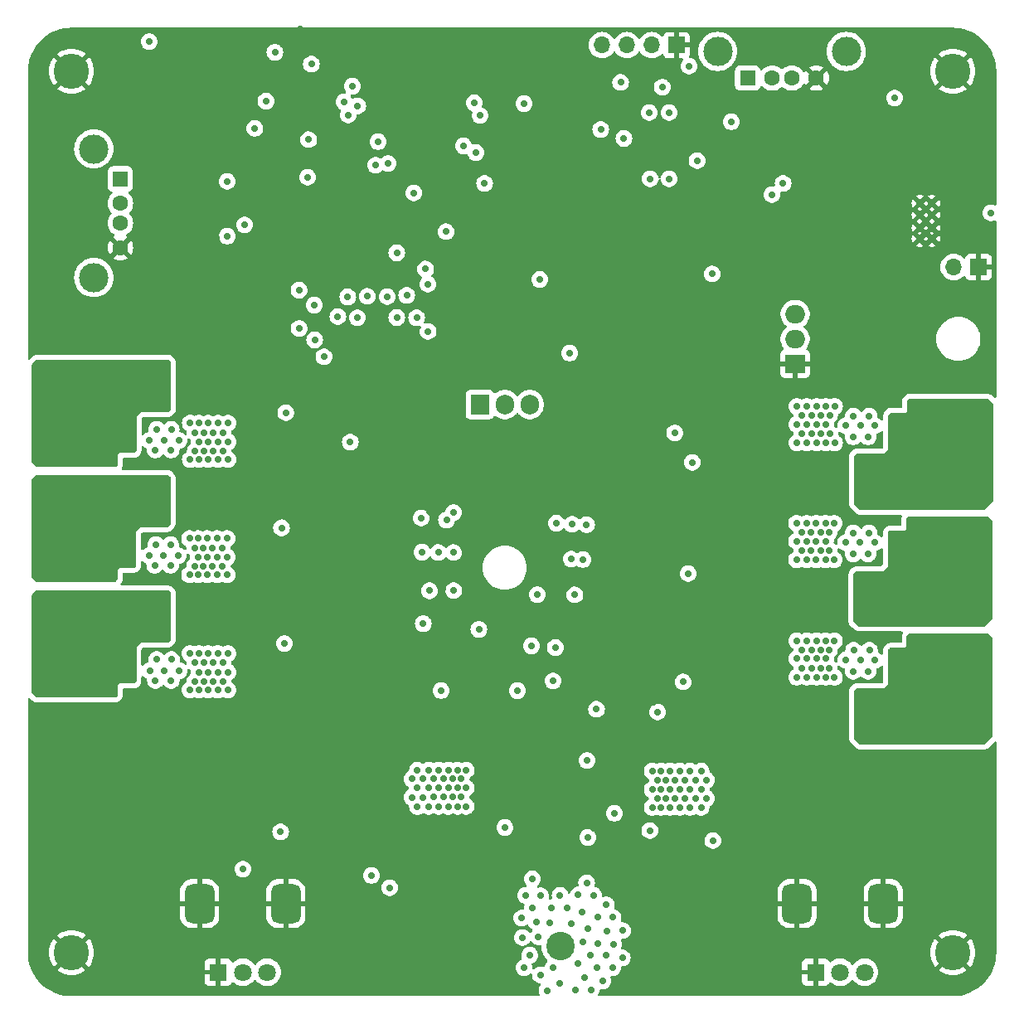
<source format=gbr>
%TF.GenerationSoftware,KiCad,Pcbnew,8.0.1*%
%TF.CreationDate,2024-05-15T20:02:36+03:00*%
%TF.ProjectId,ESP32_dual_ESC,45535033-325f-4647-9561-6c5f4553432e,rev?*%
%TF.SameCoordinates,Original*%
%TF.FileFunction,Copper,L3,Inr*%
%TF.FilePolarity,Positive*%
%FSLAX46Y46*%
G04 Gerber Fmt 4.6, Leading zero omitted, Abs format (unit mm)*
G04 Created by KiCad (PCBNEW 8.0.1) date 2024-05-15 20:02:36*
%MOMM*%
%LPD*%
G01*
G04 APERTURE LIST*
G04 Aperture macros list*
%AMRoundRect*
0 Rectangle with rounded corners*
0 $1 Rounding radius*
0 $2 $3 $4 $5 $6 $7 $8 $9 X,Y pos of 4 corners*
0 Add a 4 corners polygon primitive as box body*
4,1,4,$2,$3,$4,$5,$6,$7,$8,$9,$2,$3,0*
0 Add four circle primitives for the rounded corners*
1,1,$1+$1,$2,$3*
1,1,$1+$1,$4,$5*
1,1,$1+$1,$6,$7*
1,1,$1+$1,$8,$9*
0 Add four rect primitives between the rounded corners*
20,1,$1+$1,$2,$3,$4,$5,0*
20,1,$1+$1,$4,$5,$6,$7,0*
20,1,$1+$1,$6,$7,$8,$9,0*
20,1,$1+$1,$8,$9,$2,$3,0*%
G04 Aperture macros list end*
%TA.AperFunction,ComponentPad*%
%ADD10C,2.900000*%
%TD*%
%TA.AperFunction,ComponentPad*%
%ADD11C,3.600000*%
%TD*%
%TA.AperFunction,ComponentPad*%
%ADD12R,1.700000X1.700000*%
%TD*%
%TA.AperFunction,ComponentPad*%
%ADD13O,1.700000X1.700000*%
%TD*%
%TA.AperFunction,ComponentPad*%
%ADD14R,1.800000X1.800000*%
%TD*%
%TA.AperFunction,ComponentPad*%
%ADD15C,1.800000*%
%TD*%
%TA.AperFunction,ComponentPad*%
%ADD16RoundRect,0.750000X0.750000X-1.250000X0.750000X1.250000X-0.750000X1.250000X-0.750000X-1.250000X0*%
%TD*%
%TA.AperFunction,ComponentPad*%
%ADD17R,1.500000X1.600000*%
%TD*%
%TA.AperFunction,ComponentPad*%
%ADD18C,1.600000*%
%TD*%
%TA.AperFunction,ComponentPad*%
%ADD19C,3.000000*%
%TD*%
%TA.AperFunction,ComponentPad*%
%ADD20C,0.700000*%
%TD*%
%TA.AperFunction,ComponentPad*%
%ADD21R,2.000000X1.905000*%
%TD*%
%TA.AperFunction,ComponentPad*%
%ADD22O,2.000000X1.905000*%
%TD*%
%TA.AperFunction,ComponentPad*%
%ADD23R,1.905000X2.000000*%
%TD*%
%TA.AperFunction,ComponentPad*%
%ADD24O,1.905000X2.000000*%
%TD*%
%TA.AperFunction,ComponentPad*%
%ADD25R,1.600000X1.500000*%
%TD*%
%TA.AperFunction,ViaPad*%
%ADD26C,0.700000*%
%TD*%
%TA.AperFunction,ViaPad*%
%ADD27C,3.000000*%
%TD*%
G04 APERTURE END LIST*
D10*
%TO.N,/ESC_V2/A1*%
%TO.C,J9*%
X145100400Y-117934800D03*
%TD*%
%TO.N,/ESC_V2/C1*%
%TO.C,J7*%
X145100400Y-93804800D03*
%TD*%
D11*
%TO.N,GND*%
%TO.C,H3*%
X145000000Y-145000000D03*
%TD*%
D12*
%TO.N,GND*%
%TO.C,J4*%
X147635600Y-74997200D03*
D13*
%TO.N,Net-(J4-Pin_2)*%
X145095600Y-74997200D03*
%TD*%
D14*
%TO.N,GND*%
%TO.C,RV2*%
X131000000Y-147000000D03*
D15*
%TO.N,/MCU/GPIO_15*%
X133500000Y-147000000D03*
%TO.N,Net-(R94-Pad1)*%
X136000000Y-147000000D03*
D16*
%TO.N,GND*%
X129100000Y-140000000D03*
X137900000Y-140000000D03*
%TD*%
D11*
%TO.N,GND*%
%TO.C,H2*%
X145000000Y-55000000D03*
%TD*%
D17*
%TO.N,VBUS*%
%TO.C,J5*%
X60000000Y-66000000D03*
D18*
%TO.N,D-*%
X60000000Y-68500000D03*
%TO.N,D+*%
X60000000Y-70500000D03*
%TO.N,GND*%
X60000000Y-73000000D03*
D19*
%TO.N,unconnected-(J5-Shield-Pad5)*%
X57290000Y-62930000D03*
%TO.N,unconnected-(J5-Shield-Pad5)_0*%
X57290000Y-76070000D03*
%TD*%
D20*
%TO.N,GND*%
%TO.C,U5*%
X141645600Y-68482200D03*
X141645600Y-69682200D03*
X141645600Y-70982200D03*
X141645600Y-72082200D03*
X142845600Y-68482200D03*
X142845600Y-69682200D03*
X142845600Y-70982200D03*
X142845600Y-72082200D03*
%TD*%
D14*
%TO.N,GND*%
%TO.C,RV1*%
X70000000Y-147000000D03*
D15*
%TO.N,/MCU/GPIO_16*%
X72500000Y-147000000D03*
%TO.N,Net-(R93-Pad1)*%
X75000000Y-147000000D03*
D16*
%TO.N,GND*%
X68100000Y-140000000D03*
X76900000Y-140000000D03*
%TD*%
D12*
%TO.N,GND*%
%TO.C,J10*%
X116802000Y-52337000D03*
D13*
%TO.N,SCL*%
X114262000Y-52337000D03*
%TO.N,SDA*%
X111722000Y-52337000D03*
%TO.N,+3V3*%
X109182000Y-52337000D03*
%TD*%
D11*
%TO.N,GND*%
%TO.C,H1*%
X55000000Y-55000000D03*
%TD*%
D10*
%TO.N,/ESC_V1/A1*%
%TO.C,J1*%
X55258621Y-112205000D03*
%TD*%
%TO.N,/ESC_V2/B1*%
%TO.C,J8*%
X145100400Y-105819000D03*
%TD*%
%TO.N,/ESC_V1/B1*%
%TO.C,J2*%
X55258621Y-100205000D03*
%TD*%
D11*
%TO.N,GND*%
%TO.C,H4*%
X55000000Y-145000000D03*
%TD*%
D10*
%TO.N,VDC*%
%TO.C,J15*%
X104960000Y-144360000D03*
%TD*%
%TO.N,/ESC_V1/C1*%
%TO.C,J3*%
X55258621Y-88205000D03*
%TD*%
%TO.N,GND*%
%TO.C,J14*%
X94960000Y-144360000D03*
%TD*%
D21*
%TO.N,GND*%
%TO.C,U20*%
X128908000Y-84874400D03*
D22*
%TO.N,+3V3*%
X128908000Y-82334400D03*
%TO.N,Net-(D22-K)*%
X128908000Y-79794400D03*
%TD*%
D23*
%TO.N,Net-(U8-ADJ)*%
%TO.C,U8*%
X96710600Y-89030200D03*
D24*
%TO.N,+15V*%
X99250600Y-89030200D03*
%TO.N,VCC*%
X101790600Y-89030200D03*
%TD*%
D25*
%TO.N,/MCU/Vusb_2*%
%TO.C,J6*%
X124062200Y-55689800D03*
D18*
%TO.N,D2-*%
X126562200Y-55689800D03*
%TO.N,D2+*%
X128562200Y-55689800D03*
%TO.N,GND*%
X131062200Y-55689800D03*
D19*
%TO.N,unconnected-(J6-Shield-Pad5)*%
X120992200Y-52979800D03*
%TO.N,unconnected-(J6-Shield-Pad5)_0*%
X134132200Y-52979800D03*
%TD*%
D26*
%TO.N,GND*%
X64855441Y-128683613D03*
X57904349Y-59529703D03*
X92940000Y-147080000D03*
X95974000Y-61938200D03*
X132062200Y-94614000D03*
X98300000Y-145020000D03*
X140981871Y-136846165D03*
X130222200Y-98304000D03*
X98670000Y-147500000D03*
X68868621Y-97355000D03*
X128807200Y-119489000D03*
X68710000Y-51990000D03*
X56651911Y-141168085D03*
X97290000Y-143990000D03*
X113093600Y-103340200D03*
X80547436Y-142716544D03*
X59610422Y-83136754D03*
X67212047Y-75312277D03*
X130202200Y-110244000D03*
X55703546Y-81043926D03*
X88867747Y-146983802D03*
X129692200Y-107504000D03*
X132512200Y-107504000D03*
X114439800Y-119443800D03*
X62192000Y-77864000D03*
X82813303Y-142578613D03*
X60984899Y-134637153D03*
X95698000Y-83615200D03*
X118853760Y-143107657D03*
X142855600Y-78647200D03*
X97048670Y-64579702D03*
X53073595Y-122976090D03*
X116973976Y-146946388D03*
X118817236Y-141168301D03*
X66824069Y-130937260D03*
X99400000Y-143800000D03*
X96520000Y-146000000D03*
X78660515Y-108821104D03*
X86810000Y-51390000D03*
X132042200Y-108424000D03*
X86580000Y-88440000D03*
X130592200Y-109324000D03*
X141571600Y-60595600D03*
X126454000Y-66281600D03*
X92080000Y-140440000D03*
X70668621Y-101045000D03*
X132062200Y-98304000D03*
X67993621Y-85600000D03*
X81260000Y-50890000D03*
X70728621Y-112795000D03*
X67928621Y-99175000D03*
X131547200Y-121309000D03*
X82727640Y-138825944D03*
X125129845Y-132930703D03*
X85029787Y-141099472D03*
X68503621Y-88340000D03*
X129322200Y-96484000D03*
X132057200Y-120409000D03*
X52563581Y-129147391D03*
X100723800Y-96126600D03*
X130612200Y-95564000D03*
X100500000Y-131520000D03*
X70733621Y-85600000D03*
X93100000Y-139400000D03*
X125134000Y-85000600D03*
X62787030Y-136893280D03*
X86926251Y-120979167D03*
X61061813Y-60698473D03*
X81034289Y-138611744D03*
X91810000Y-139070000D03*
X56707646Y-68677146D03*
X97650000Y-148710000D03*
X56931376Y-70206230D03*
X132562700Y-62370000D03*
X68503621Y-86520000D03*
X69768621Y-101045000D03*
X95650000Y-147400000D03*
X58839798Y-122570726D03*
X82350000Y-51730000D03*
X92640000Y-143850000D03*
X82950000Y-108760000D03*
X78953537Y-118877528D03*
X113169800Y-74663600D03*
X60897262Y-140616896D03*
X54100000Y-62100000D03*
X144787125Y-138686212D03*
X56800000Y-66700000D03*
X92140000Y-148210000D03*
X89090600Y-139052600D03*
X53746518Y-81220835D03*
X62926417Y-142615942D03*
X91290000Y-141400000D03*
X126656934Y-132617092D03*
X63970000Y-71006000D03*
X131532200Y-107504000D03*
X101469100Y-94263700D03*
X116626776Y-142620935D03*
X67458621Y-100095000D03*
X51164967Y-72648453D03*
X78371800Y-50686000D03*
X59008214Y-145031059D03*
X111125170Y-136819913D03*
X63518996Y-81208757D03*
X60250000Y-77970000D03*
X69438621Y-110025000D03*
X70728621Y-109105000D03*
X85290000Y-134660000D03*
X120053200Y-60668200D03*
X89400000Y-51340000D03*
X58893109Y-120676134D03*
X65250000Y-75260000D03*
X62552028Y-131110452D03*
X70733430Y-132852203D03*
X130929800Y-84461000D03*
X95567600Y-135674400D03*
X100030000Y-51730000D03*
X113373000Y-96253600D03*
X75146000Y-79642000D03*
X77609800Y-94272400D03*
X67523621Y-88340000D03*
X51969879Y-82972992D03*
X61759561Y-81066741D03*
X120027800Y-73266600D03*
X54256074Y-66403546D03*
X142820526Y-138905799D03*
X87100000Y-143770000D03*
X60545467Y-146632241D03*
X57006875Y-134916934D03*
X130217200Y-122229000D03*
X129322200Y-98304000D03*
X88859029Y-143148120D03*
X63114206Y-128845059D03*
X58959605Y-146739541D03*
X54775098Y-130859694D03*
X56912100Y-126916371D03*
X132042200Y-110244000D03*
X91560000Y-99950000D03*
X69768621Y-97355000D03*
X62712100Y-124856536D03*
X141046508Y-133015868D03*
X128792200Y-109324000D03*
X67523621Y-86520000D03*
X77630000Y-110940000D03*
X69378621Y-100095000D03*
X92900000Y-107840000D03*
X66530000Y-81150000D03*
X118681841Y-146690016D03*
X66750000Y-52010000D03*
X146757299Y-140706213D03*
X94890000Y-140690000D03*
X63970000Y-76848000D03*
X61324528Y-83115194D03*
X129317200Y-118539000D03*
X56586708Y-125040954D03*
X61057641Y-53024861D03*
X58770279Y-127038735D03*
X60740957Y-126749597D03*
X60888073Y-133105038D03*
X131117200Y-120409000D03*
X129302200Y-110244000D03*
X131059050Y-132956625D03*
X69443621Y-86520000D03*
X142728145Y-136921934D03*
X142603128Y-132994005D03*
X68868621Y-99175000D03*
X69438621Y-111845000D03*
X54824316Y-134879414D03*
X129707200Y-119489000D03*
X56974905Y-120635289D03*
X84692294Y-120849918D03*
X141112817Y-139068726D03*
X58863131Y-128788640D03*
X123060000Y-133480000D03*
X59520000Y-81410000D03*
X65880000Y-60870000D03*
X97410000Y-123850000D03*
X140398600Y-56818600D03*
X146984266Y-133035276D03*
X53357046Y-72449866D03*
X109010000Y-136330000D03*
X63970000Y-64402000D03*
X129317200Y-122229000D03*
X55010183Y-124585864D03*
X130222200Y-94614000D03*
X84380000Y-51410000D03*
X70668621Y-97355000D03*
X130607200Y-121309000D03*
X53720429Y-76948727D03*
X71238621Y-111845000D03*
X138684785Y-132739557D03*
X69443621Y-88340000D03*
X108369200Y-132321600D03*
X94800000Y-148760000D03*
X53942277Y-68257953D03*
X114735859Y-140723733D03*
X69828621Y-109105000D03*
X81990000Y-144650000D03*
X91750000Y-51200000D03*
X67458621Y-98275000D03*
X130607200Y-119489000D03*
X53359435Y-70742016D03*
X60647392Y-124735175D03*
X90650000Y-147020000D03*
X82810731Y-120713413D03*
X68492047Y-81202277D03*
X53106108Y-126749732D03*
X54920189Y-120840146D03*
X132527200Y-119489000D03*
X85410000Y-145360000D03*
X142775600Y-79777200D03*
X63716000Y-67450000D03*
X94040000Y-142110000D03*
X70785593Y-81226203D03*
X70343621Y-88340000D03*
X60795177Y-128761950D03*
X60799178Y-120712257D03*
X137064851Y-132614198D03*
X58330000Y-56600000D03*
X113119857Y-141058450D03*
X126429400Y-85280000D03*
X70338621Y-111845000D03*
X64850624Y-135123397D03*
X56652800Y-136834689D03*
X132062200Y-96484000D03*
X67993621Y-89290000D03*
X67988621Y-112795000D03*
X64658001Y-141041530D03*
X60646982Y-54999551D03*
X52841035Y-132858671D03*
X70668621Y-99175000D03*
X86531416Y-122976347D03*
X82976695Y-122712551D03*
X113195200Y-75578000D03*
X52966157Y-134931837D03*
X130217200Y-120409000D03*
X55983530Y-59442514D03*
X94210000Y-147530000D03*
X128899360Y-132866947D03*
X69833621Y-85600000D03*
X112873364Y-145121772D03*
X62797375Y-140777809D03*
X129302200Y-108424000D03*
X51852427Y-66544494D03*
X58776690Y-130898393D03*
X125666600Y-63970200D03*
X61123349Y-145108388D03*
X129322200Y-94614000D03*
X62793006Y-62949158D03*
X70278621Y-100095000D03*
X130202200Y-106554000D03*
X106413400Y-118656400D03*
X68933621Y-85600000D03*
X51600000Y-70600000D03*
X99440000Y-141740000D03*
X62658015Y-121167573D03*
X118600405Y-144641008D03*
X63516607Y-82916607D03*
X53092883Y-136824459D03*
X136233000Y-55624800D03*
X53452517Y-78807741D03*
X60968979Y-56909231D03*
X105168800Y-108674200D03*
X51694483Y-68031582D03*
X60843745Y-123051102D03*
X77800000Y-98460000D03*
X113044438Y-138709417D03*
X132512200Y-109324000D03*
X59033932Y-140660432D03*
X131122200Y-96484000D03*
X90460000Y-142540000D03*
X90160000Y-140720000D03*
X90450000Y-145180000D03*
X77880000Y-86730000D03*
X113373000Y-89217800D03*
X71243621Y-86520000D03*
X95212000Y-67704000D03*
X91400000Y-118030000D03*
X69812000Y-72022000D03*
X54705771Y-138833823D03*
X115081779Y-143012395D03*
X87100000Y-119020000D03*
X89350000Y-119550000D03*
X91620000Y-146570000D03*
X60785467Y-142827270D03*
X57700000Y-79100000D03*
X53947025Y-83065346D03*
X85016533Y-122665611D03*
X131552200Y-95564000D03*
X131117200Y-118539000D03*
X51337671Y-76842891D03*
X56578073Y-132950563D03*
X51800000Y-59700000D03*
X52959337Y-140895829D03*
X114400000Y-136400000D03*
X128812200Y-97384000D03*
X123812400Y-140627400D03*
X55083455Y-132942098D03*
X93050000Y-145860000D03*
X80923736Y-121007771D03*
X96380400Y-56807400D03*
X92519600Y-57366200D03*
X51790422Y-64226754D03*
X144771473Y-135113781D03*
X58633651Y-132867775D03*
X67993621Y-87420000D03*
X55476109Y-82841616D03*
X142682750Y-141144019D03*
X131122200Y-94614000D03*
X56931575Y-122640349D03*
X94782668Y-123007339D03*
X64591829Y-132854584D03*
X54931053Y-128923945D03*
X69828621Y-112795000D03*
X75850000Y-51630000D03*
X52876188Y-130956889D03*
X80679359Y-140616557D03*
X84530000Y-142620000D03*
X62703336Y-135055562D03*
X68933621Y-87420000D03*
X55583530Y-78742514D03*
X54079165Y-64446518D03*
X125412600Y-81420000D03*
X63023605Y-122911083D03*
X67518621Y-111845000D03*
X147825600Y-72047200D03*
X143093589Y-134626657D03*
X85110000Y-87570000D03*
X64893581Y-131111801D03*
X131552200Y-97384000D03*
X70728621Y-110925000D03*
X52990243Y-125027567D03*
X62914915Y-126966398D03*
X64630545Y-144888797D03*
X60846983Y-137079172D03*
X87180000Y-116540000D03*
X72640000Y-81540000D03*
X69833621Y-89290000D03*
X70574000Y-63894000D03*
X129712200Y-95564000D03*
X62926543Y-138761545D03*
X82250000Y-148300000D03*
X132057200Y-122229000D03*
X116825282Y-144781501D03*
X92572956Y-122616836D03*
X68438621Y-98275000D03*
X85270000Y-133300000D03*
X97470000Y-51730000D03*
X112674025Y-147162984D03*
X105549800Y-71818800D03*
X66774945Y-132714795D03*
X97830000Y-141470000D03*
X57081698Y-139005478D03*
X71178621Y-100095000D03*
X58861859Y-124985368D03*
X68774905Y-132781418D03*
X87280000Y-148820000D03*
X67928621Y-101045000D03*
X116550000Y-139640000D03*
X54810842Y-140629245D03*
X63050066Y-145014322D03*
X82820000Y-140700000D03*
X122568728Y-65813049D03*
X130592200Y-107504000D03*
X68498621Y-110025000D03*
X84650000Y-147770000D03*
X129654400Y-58661600D03*
X58961179Y-134740609D03*
X51400000Y-79000000D03*
X90920914Y-122899646D03*
X58791660Y-136603164D03*
X96300000Y-148700000D03*
X64986000Y-81166000D03*
X130202200Y-108424000D03*
X69833621Y-87420000D03*
X51400000Y-81200000D03*
X68933621Y-89290000D03*
X85150000Y-99520000D03*
X129692200Y-109324000D03*
X96440000Y-141050000D03*
D27*
X88530000Y-59480000D03*
D26*
X145871600Y-62985600D03*
X114546094Y-144766602D03*
X91050000Y-143880000D03*
X94660000Y-139410000D03*
X131102200Y-106554000D03*
X97440000Y-140100000D03*
X66680000Y-57980000D03*
X53351275Y-74537535D03*
X96070000Y-139660000D03*
X93480000Y-148760000D03*
X71238621Y-110025000D03*
X64692149Y-136675529D03*
X51713324Y-74824023D03*
X67988621Y-109105000D03*
X70733621Y-87420000D03*
X81078562Y-70860385D03*
X70343621Y-86520000D03*
X131102200Y-110244000D03*
X58559929Y-143113662D03*
X85280000Y-107900000D03*
X145014471Y-132976149D03*
X129712200Y-97384000D03*
X129317200Y-120409000D03*
X77410000Y-105410000D03*
X147051176Y-134975124D03*
X68498621Y-111845000D03*
X68928621Y-110925000D03*
X91900000Y-145180000D03*
X98760000Y-50824500D03*
X71243621Y-88340000D03*
X67518621Y-110025000D03*
X141595600Y-79887200D03*
X132057200Y-118539000D03*
X97930000Y-146430000D03*
X128807200Y-121309000D03*
X142835600Y-77727200D03*
X55013670Y-126857720D03*
X79600000Y-51150000D03*
X129707200Y-121309000D03*
X131117200Y-122229000D03*
X144858244Y-140926001D03*
X69828621Y-110925000D03*
X98960000Y-140310000D03*
X65920000Y-62390000D03*
X58792711Y-54658666D03*
X123075800Y-61227000D03*
X53852517Y-59507741D03*
X93680000Y-140510000D03*
X56756715Y-128930836D03*
X134981566Y-132713569D03*
X78540000Y-148770000D03*
X68438621Y-100095000D03*
X86601400Y-92799200D03*
X70840000Y-74620000D03*
X132532200Y-97384000D03*
X88670497Y-145062577D03*
X56709957Y-72342272D03*
X147060773Y-138572437D03*
X62706417Y-133112323D03*
X51700000Y-62500000D03*
X148755200Y-70987200D03*
X63395593Y-74946203D03*
X57557953Y-81357723D03*
X141845600Y-76297200D03*
X65200000Y-73570000D03*
X93670000Y-119110000D03*
X132189800Y-84771000D03*
X68928621Y-112795000D03*
X114643000Y-108369400D03*
X132532200Y-95564000D03*
X97220000Y-116720000D03*
X86626800Y-95461600D03*
X97160000Y-147460000D03*
X64667967Y-146852825D03*
X67988621Y-110925000D03*
X79420000Y-64630000D03*
X84040000Y-112100000D03*
X68928621Y-109105000D03*
X128792200Y-107504000D03*
X98310000Y-142810000D03*
X52831939Y-138931349D03*
X114618765Y-146804406D03*
X80090000Y-144670000D03*
X130217200Y-118539000D03*
X113195200Y-80835800D03*
X75087720Y-62896865D03*
X70733621Y-89290000D03*
X69378621Y-98275000D03*
X67020000Y-71940000D03*
X62806160Y-146751251D03*
X56728609Y-130657988D03*
X141069826Y-146676110D03*
X70338621Y-110025000D03*
X64616745Y-142750543D03*
X52714418Y-120752301D03*
X67162047Y-73622277D03*
X113169800Y-111773000D03*
X131122200Y-98304000D03*
X63345593Y-73256203D03*
X93029695Y-66675227D03*
X128812200Y-95564000D03*
X74602047Y-81592277D03*
X104000400Y-82359800D03*
X118926685Y-138990841D03*
X69768621Y-99175000D03*
X68868621Y-101045000D03*
X70278621Y-98275000D03*
X58973524Y-52698477D03*
X85290000Y-111300000D03*
X92790000Y-141360000D03*
X57612151Y-83063035D03*
X131547200Y-119489000D03*
X132042200Y-106554000D03*
X60092056Y-79457088D03*
X67928621Y-97355000D03*
X60531025Y-130712931D03*
X132527200Y-121309000D03*
X54594502Y-136804650D03*
X99380000Y-146050000D03*
X130222200Y-96484000D03*
X131102200Y-108424000D03*
X95590000Y-51010000D03*
X75660000Y-66350000D03*
X58954813Y-138837422D03*
X71178621Y-98275000D03*
X64848194Y-139153634D03*
X60773972Y-138906918D03*
X72606000Y-64402000D03*
X86680000Y-140430000D03*
X86372800Y-107596800D03*
X92000000Y-142550000D03*
X60956294Y-62849265D03*
X130612200Y-97384000D03*
X147034460Y-136579412D03*
X144931076Y-136813776D03*
X54589252Y-122629461D03*
X96550000Y-142510000D03*
X68660000Y-58010000D03*
X92765000Y-111365000D03*
X129302200Y-106554000D03*
X131532200Y-109324000D03*
%TO.N,+15V*%
X116598800Y-91935600D03*
X83477200Y-92875400D03*
%TO.N,/ESC_V1/A1*%
X58180000Y-113840000D03*
X54260000Y-118340000D03*
X56418621Y-109605000D03*
X59470000Y-117230000D03*
X60048621Y-108665000D03*
X54160000Y-108540000D03*
X52350000Y-111980000D03*
X63738621Y-110795000D03*
X76730000Y-113440000D03*
X58470000Y-110670000D03*
X51350000Y-112580000D03*
X57948621Y-117185000D03*
X59490000Y-113390000D03*
X57698621Y-111655000D03*
X55760000Y-118340000D03*
X52788621Y-113725000D03*
X51948621Y-109685000D03*
X59490000Y-111790000D03*
X53448621Y-109685000D03*
X56258621Y-115025000D03*
X62950000Y-109650000D03*
X51440000Y-108530000D03*
X53448621Y-117185000D03*
X53418621Y-114905000D03*
X51490000Y-118360000D03*
X58480000Y-112680000D03*
X93307000Y-100825600D03*
X55628621Y-116155000D03*
X62930000Y-111780000D03*
X54778621Y-114925000D03*
X59490000Y-114900000D03*
X56878621Y-113905000D03*
X57160000Y-108540000D03*
X51420000Y-116100000D03*
X51948621Y-117185000D03*
X62238621Y-110795000D03*
X58760000Y-118340000D03*
X55660000Y-108540000D03*
X59110000Y-109670000D03*
X56448621Y-117185000D03*
X58060000Y-115120000D03*
X60738621Y-110795000D03*
X54878621Y-109575000D03*
X61320000Y-111780000D03*
X52650000Y-110670000D03*
X51420000Y-110670000D03*
X54948621Y-117185000D03*
X61450000Y-109650000D03*
X57948621Y-109685000D03*
X52660000Y-108540000D03*
X58660000Y-108540000D03*
X57260000Y-118340000D03*
X51430000Y-113880000D03*
X58740000Y-116140000D03*
X52760000Y-118340000D03*
X57140000Y-116140000D03*
X52040000Y-114890000D03*
X52650000Y-116090000D03*
X54108621Y-116155000D03*
%TO.N,/ESC_V1/B1*%
X60707242Y-98990000D03*
X53417242Y-97880000D03*
X51388621Y-104295000D03*
X62207242Y-98990000D03*
X54128621Y-96735000D03*
X52318621Y-100175000D03*
X54228621Y-106535000D03*
X56417242Y-105380000D03*
X52628621Y-96735000D03*
X62898621Y-99975000D03*
X54158621Y-104295000D03*
X76460000Y-101620000D03*
X59458621Y-101585000D03*
X52618621Y-104285000D03*
X59458621Y-103095000D03*
X58028621Y-103315000D03*
X52808621Y-102105000D03*
X57228621Y-106535000D03*
X60188621Y-96855000D03*
X57108621Y-104335000D03*
X51917242Y-97880000D03*
X51458621Y-106555000D03*
X56388621Y-97835000D03*
X51917242Y-105380000D03*
X63707242Y-98990000D03*
X57917242Y-105380000D03*
X58728621Y-106535000D03*
X51318621Y-100775000D03*
X56388621Y-103315000D03*
X58438621Y-98865000D03*
X57917242Y-97880000D03*
X55628621Y-96735000D03*
X54728621Y-97835000D03*
X52728621Y-106535000D03*
X53468621Y-103205000D03*
X52618621Y-98865000D03*
X61418621Y-97845000D03*
X55678621Y-104345000D03*
X57128621Y-96735000D03*
X62918621Y-97845000D03*
X53417242Y-105380000D03*
X51388621Y-98865000D03*
X56938621Y-102335000D03*
X52008621Y-103085000D03*
X59458621Y-99985000D03*
X54917242Y-105380000D03*
X58448621Y-100875000D03*
X59438621Y-105425000D03*
X58148621Y-102035000D03*
X94043600Y-100063600D03*
X61288621Y-99975000D03*
X51408621Y-96725000D03*
X58708621Y-104335000D03*
X55728621Y-106535000D03*
X51398621Y-102075000D03*
X58628621Y-96735000D03*
X54968621Y-103265000D03*
X59078621Y-97865000D03*
%TO.N,/ESC_V1/C1*%
X53288621Y-91415000D03*
X53457242Y-93640000D03*
X51438621Y-90335000D03*
X52658621Y-92545000D03*
X52768621Y-94795000D03*
X54957242Y-93640000D03*
X54168621Y-84995000D03*
X59478621Y-93685000D03*
X62938621Y-88235000D03*
X52358621Y-88435000D03*
X51428621Y-92555000D03*
X61458621Y-86105000D03*
X76890000Y-89865000D03*
X59498621Y-89845000D03*
X90741600Y-100622400D03*
X57957242Y-86140000D03*
X55668621Y-84995000D03*
X58188621Y-90295000D03*
X56457242Y-93640000D03*
X51498621Y-94815000D03*
X57957242Y-93640000D03*
X63747242Y-87250000D03*
X52668621Y-84995000D03*
X58488621Y-89135000D03*
X58478621Y-87125000D03*
X52048621Y-91345000D03*
X51957242Y-93640000D03*
X57758621Y-88245000D03*
X58748621Y-92595000D03*
X52648621Y-90105000D03*
X51448621Y-84985000D03*
X59498621Y-88245000D03*
X61328621Y-88235000D03*
X58068621Y-91575000D03*
X54898621Y-91465000D03*
X62247242Y-87250000D03*
X62958621Y-86105000D03*
X56308621Y-91445000D03*
X58768621Y-94795000D03*
X57078621Y-90725000D03*
X55768621Y-94795000D03*
X54108621Y-92535000D03*
X52658621Y-87125000D03*
X55648621Y-92595000D03*
X58668621Y-84995000D03*
X57168621Y-84995000D03*
X53418621Y-85995000D03*
X60747242Y-87250000D03*
X57268621Y-94795000D03*
X54268621Y-94795000D03*
X59498621Y-91355000D03*
X57148621Y-92595000D03*
X51428621Y-87125000D03*
X60198621Y-85165000D03*
X56568621Y-85955000D03*
X51358621Y-89035000D03*
X51957242Y-86140000D03*
X59118621Y-86125000D03*
%TO.N,+3V3*%
X92755000Y-118235000D03*
X107734200Y-133236000D03*
X104203600Y-117259400D03*
X114871600Y-120434400D03*
X120497100Y-133552900D03*
X139063600Y-57747200D03*
X75781000Y-53073600D03*
X100546000Y-118250000D03*
X73730000Y-60830000D03*
X111087000Y-56147000D03*
X99250600Y-132220000D03*
X118072000Y-54470600D03*
X72707600Y-70701200D03*
%TO.N,/MCU/ESP_EN*%
X62960000Y-51980000D03*
X111417200Y-61862000D03*
X79510000Y-54280000D03*
%TO.N,/MCU/ESP_BOOT*%
X95059600Y-62624000D03*
X109055100Y-60956200D03*
X74860000Y-58060000D03*
%TO.N,/ESC_V2/A1*%
X140552200Y-117984000D03*
X140552200Y-116474000D03*
X143593579Y-114189000D03*
X147282200Y-113034000D03*
X142292200Y-119584000D03*
X141302200Y-115234000D03*
X138592200Y-121724000D03*
X148093579Y-121689000D03*
X144382200Y-122834000D03*
X138722200Y-119594000D03*
X137092200Y-121724000D03*
X141982200Y-116254000D03*
X148622200Y-115274000D03*
X140552200Y-119584000D03*
X141282200Y-113034000D03*
X140572200Y-114144000D03*
X104533800Y-101155800D03*
X145852200Y-120704000D03*
X148602200Y-122844000D03*
X137112200Y-119594000D03*
X145093579Y-121689000D03*
X148093579Y-114189000D03*
X141572200Y-120704000D03*
X148622200Y-120704000D03*
X141382200Y-122834000D03*
X147382200Y-122834000D03*
X145782200Y-113034000D03*
X147692200Y-119394000D03*
X117462400Y-117361000D03*
X146593579Y-121689000D03*
X136303579Y-120579000D03*
X146593579Y-114189000D03*
X142882200Y-122834000D03*
X148612200Y-117494000D03*
X141862200Y-117534000D03*
X140932200Y-121704000D03*
X143593579Y-121689000D03*
X139303579Y-120579000D03*
X142093579Y-121689000D03*
X142902200Y-120704000D03*
X147392200Y-115284000D03*
X145882200Y-122834000D03*
X144512200Y-120704000D03*
X147392200Y-120704000D03*
X148692200Y-118794000D03*
X142902200Y-115234000D03*
X142093579Y-114189000D03*
X141562200Y-118694000D03*
X145093579Y-114189000D03*
X148552200Y-113014000D03*
X148002200Y-116484000D03*
X144282200Y-113034000D03*
X137803579Y-120579000D03*
X142782200Y-113034000D03*
%TO.N,/ESC_V2/B1*%
X146553579Y-109719000D03*
X141522200Y-106724000D03*
X143553579Y-102219000D03*
X148512200Y-101044000D03*
X142742200Y-101064000D03*
X148582200Y-108734000D03*
X147962200Y-104514000D03*
X148582200Y-103304000D03*
X138682200Y-107624000D03*
X142862200Y-108734000D03*
X141262200Y-103264000D03*
X148572200Y-105524000D03*
X142053579Y-109719000D03*
X148562200Y-110874000D03*
X141942200Y-104284000D03*
X140512200Y-104504000D03*
X106134000Y-101257400D03*
X137763579Y-108609000D03*
X147352200Y-103314000D03*
X145742200Y-101064000D03*
X140512200Y-106014000D03*
X146553579Y-102219000D03*
X141532200Y-108734000D03*
X144242200Y-101064000D03*
X145842200Y-110864000D03*
X145812200Y-108734000D03*
X144472200Y-108734000D03*
X140532200Y-102174000D03*
X142252200Y-107614000D03*
X136263579Y-108609000D03*
X137072200Y-107624000D03*
X147652200Y-107424000D03*
X142842200Y-110864000D03*
X145053579Y-109719000D03*
X147352200Y-108734000D03*
X143553579Y-109719000D03*
X148053579Y-109719000D03*
X148652200Y-106824000D03*
X148053579Y-102219000D03*
X141822200Y-105564000D03*
X141342200Y-110864000D03*
X117970400Y-106286600D03*
X142053579Y-102219000D03*
X141242200Y-101064000D03*
X140512200Y-107614000D03*
X144342200Y-110864000D03*
X139263579Y-108609000D03*
X145053579Y-102219000D03*
X147242200Y-101064000D03*
X142862200Y-103264000D03*
X147342200Y-110864000D03*
X138552200Y-109754000D03*
X140892200Y-109734000D03*
%TO.N,/ESC_V2/C1*%
X118402200Y-94932800D03*
X147400821Y-96739000D03*
X141570821Y-94729000D03*
X142890821Y-98869000D03*
X142102200Y-90224000D03*
X145102200Y-97724000D03*
X140560821Y-92509000D03*
X142300821Y-95619000D03*
X144520821Y-96739000D03*
X148630821Y-91309000D03*
X142790821Y-89069000D03*
X107607200Y-101308200D03*
X144390821Y-98869000D03*
X143602200Y-97724000D03*
X141390821Y-98869000D03*
X148010821Y-92519000D03*
X146602200Y-97724000D03*
X137120821Y-95629000D03*
X141290821Y-89069000D03*
X145890821Y-98869000D03*
X139312200Y-96614000D03*
X141870821Y-93569000D03*
X142102200Y-97724000D03*
X140560821Y-95619000D03*
X140940821Y-97739000D03*
X138600821Y-97759000D03*
X147390821Y-98869000D03*
X148620821Y-93529000D03*
X140560821Y-94019000D03*
X146602200Y-90224000D03*
X148102200Y-90224000D03*
X136312200Y-96614000D03*
X145860821Y-96739000D03*
X145790821Y-89069000D03*
X147290821Y-89069000D03*
X137812200Y-96614000D03*
X144290821Y-89069000D03*
X138730821Y-95629000D03*
X141310821Y-91269000D03*
X148700821Y-94829000D03*
X141580821Y-96739000D03*
X145102200Y-90224000D03*
X148630821Y-96739000D03*
X148102200Y-97724000D03*
X147400821Y-91319000D03*
X148560821Y-89049000D03*
X147700821Y-95429000D03*
X148610821Y-98879000D03*
X143602200Y-90224000D03*
X142910821Y-91269000D03*
X140580821Y-90179000D03*
X142910821Y-96739000D03*
X141990821Y-92289000D03*
%TO.N,+5V*%
X91427400Y-81572400D03*
X70904200Y-71844200D03*
X70891500Y-66243500D03*
%TO.N,SCL*%
X87515800Y-138366800D03*
%TO.N,SDA*%
X85636200Y-137122200D03*
%TO.N,/ESC_V2/ESC_VCC*%
X116150000Y-126460000D03*
X119300000Y-126440000D03*
X130552200Y-102064000D03*
X129572200Y-103934000D03*
X134862200Y-90204000D03*
X130567200Y-114069000D03*
X132002200Y-101164000D03*
X132422200Y-91994000D03*
X130097200Y-116889000D03*
X130097200Y-113169000D03*
X132032200Y-91044000D03*
X134850821Y-102149000D03*
X129042200Y-104884000D03*
X132902200Y-104884000D03*
X116150000Y-128360000D03*
X129572200Y-102064000D03*
X131522200Y-91994000D03*
X134875821Y-114139000D03*
X115720000Y-129280000D03*
X134830821Y-104279000D03*
X129587200Y-115939000D03*
X131092200Y-92944000D03*
X132002200Y-102984000D03*
X130567200Y-115939000D03*
X130112200Y-92944000D03*
X117130000Y-128360000D03*
X129057200Y-116889000D03*
X130552200Y-103934000D03*
X119860000Y-129260000D03*
X131062200Y-101164000D03*
X136355821Y-116269000D03*
X134842200Y-92334000D03*
X132932200Y-92944000D03*
X129072200Y-91044000D03*
X136472200Y-90204000D03*
X129587200Y-114069000D03*
X132422200Y-90124000D03*
X135542200Y-103134000D03*
X129072200Y-92944000D03*
X131492200Y-103934000D03*
X131492200Y-102064000D03*
X130582200Y-91994000D03*
X134855821Y-116269000D03*
X132017200Y-116889000D03*
X131507200Y-114069000D03*
X131062200Y-102984000D03*
X129042200Y-102984000D03*
X131092200Y-91044000D03*
X115210000Y-130180000D03*
X132407200Y-115939000D03*
X116660000Y-127410000D03*
X135553579Y-91189000D03*
X130112200Y-89224000D03*
X135567200Y-115124000D03*
X114310000Y-128360000D03*
X137067200Y-115124000D03*
X132002200Y-104884000D03*
X137042200Y-103134000D03*
X136342200Y-92334000D03*
X118170000Y-128360000D03*
X119300000Y-130160000D03*
X115210000Y-128360000D03*
X136485821Y-114139000D03*
X129072200Y-89224000D03*
X132032200Y-92944000D03*
X132032200Y-89224000D03*
X117130000Y-126460000D03*
X129057200Y-114989000D03*
X119300000Y-128340000D03*
X132917200Y-116889000D03*
X131077200Y-114989000D03*
X136330821Y-104279000D03*
X131077200Y-113169000D03*
X114310000Y-130180000D03*
X129057200Y-113169000D03*
X134053579Y-91189000D03*
X130582200Y-90124000D03*
X132902200Y-101164000D03*
X132407200Y-114069000D03*
X131077200Y-116889000D03*
X129602200Y-90124000D03*
X118170000Y-130180000D03*
X118770000Y-129260000D03*
X115720000Y-127410000D03*
X130082200Y-102984000D03*
X132017200Y-114989000D03*
X117640000Y-129280000D03*
X130082200Y-101164000D03*
X134067200Y-115124000D03*
X130112200Y-91044000D03*
X132392200Y-103934000D03*
X118170000Y-126460000D03*
X132017200Y-113169000D03*
X131522200Y-90124000D03*
X116150000Y-130180000D03*
X132932200Y-89224000D03*
X131507200Y-115939000D03*
X118770000Y-127390000D03*
X131092200Y-89224000D03*
X131062200Y-104884000D03*
X114310000Y-126460000D03*
X117640000Y-127410000D03*
X117130000Y-130180000D03*
X129602200Y-91994000D03*
X137053579Y-91189000D03*
X119860000Y-127390000D03*
X134042200Y-103134000D03*
X132917200Y-113169000D03*
X114820000Y-129280000D03*
X129042200Y-101164000D03*
X116660000Y-129280000D03*
X136460821Y-102149000D03*
X115210000Y-126460000D03*
X114820000Y-127410000D03*
X130097200Y-114989000D03*
X132392200Y-102064000D03*
X130082200Y-104884000D03*
%TO.N,Net-(U1D-+)*%
X91570000Y-108050000D03*
X92460000Y-104153000D03*
%TO.N,Net-(U1C-+)*%
X94050000Y-108040000D03*
X94020000Y-104153000D03*
%TO.N,Net-(U10C-+)*%
X106032400Y-104813400D03*
X106413400Y-108471000D03*
%TO.N,VDC*%
X107230000Y-143930000D03*
X108060000Y-148830000D03*
X110310000Y-141410000D03*
X104040000Y-140420000D03*
X108700000Y-146510000D03*
X100990000Y-141480000D03*
X107370000Y-147530000D03*
X106730000Y-146120000D03*
X102450000Y-141850000D03*
X108790000Y-144090000D03*
X102690000Y-143380000D03*
X106010000Y-142060000D03*
X104900000Y-139160000D03*
X103860000Y-141990000D03*
X109560000Y-145250000D03*
X104860000Y-148180000D03*
X111310000Y-142760000D03*
X109650000Y-142830000D03*
X102920000Y-139190000D03*
X102880000Y-147260000D03*
X108760000Y-141370000D03*
X110250000Y-146550000D03*
X107620000Y-137860000D03*
X109270000Y-147910000D03*
X101210000Y-146540000D03*
X101060000Y-143460000D03*
X108310000Y-139160000D03*
X102060000Y-137480000D03*
X104170000Y-146530000D03*
X103560000Y-148870000D03*
X107750000Y-142550000D03*
X111260000Y-145540000D03*
X106760000Y-139120000D03*
X110340000Y-144130000D03*
X105590000Y-140460000D03*
X107960000Y-145290000D03*
X102060000Y-140450000D03*
X101370000Y-139150000D03*
X109620000Y-140110000D03*
X106510000Y-148790000D03*
X107150000Y-140870000D03*
X101790000Y-145260000D03*
%TO.N,Net-(U1A-+)*%
X90810000Y-104115000D03*
X90930000Y-111410000D03*
%TO.N,current*%
X108623200Y-120155000D03*
X80784800Y-84163200D03*
X110426600Y-130772200D03*
X114058800Y-132524800D03*
%TO.N,Net-(U10A-+)*%
X104406800Y-113855800D03*
X107226200Y-104864200D03*
%TO.N,/MCU/RST*%
X114109600Y-65976800D03*
X116040000Y-65976800D03*
%TO.N,/MCU/DTR*%
X116014600Y-59220400D03*
X113982600Y-59220400D03*
X126530200Y-67602400D03*
X118884800Y-64122600D03*
%TO.N,/ESC_V1/ESC_VCC*%
X63565000Y-93690000D03*
X63510000Y-105450000D03*
X70398621Y-105535000D03*
X90860000Y-127270000D03*
X68478621Y-105535000D03*
X67578621Y-105535000D03*
X62983621Y-92705000D03*
X70463621Y-91890000D03*
X68528621Y-117285000D03*
X62997242Y-116220000D03*
X68543621Y-93760000D03*
X69938621Y-118185000D03*
X70928621Y-104615000D03*
X69953621Y-94660000D03*
X92970000Y-127250000D03*
X63708621Y-115075000D03*
X67628621Y-115415000D03*
X70993621Y-92840000D03*
X69483621Y-91890000D03*
X68973621Y-94660000D03*
X67968621Y-104615000D03*
X70398621Y-103665000D03*
X93480000Y-126350000D03*
X70448621Y-115415000D03*
X63578621Y-117205000D03*
X93910000Y-129120000D03*
X70463621Y-93760000D03*
X68528621Y-115415000D03*
X68018621Y-116365000D03*
X70928621Y-106435000D03*
X70993621Y-90940000D03*
X69418621Y-105535000D03*
X68033621Y-94660000D03*
X68908621Y-104615000D03*
X69418621Y-103665000D03*
X64483621Y-92705000D03*
X69888621Y-106435000D03*
X67968621Y-102715000D03*
X94420000Y-126350000D03*
X90330000Y-126370000D03*
X65140000Y-103320000D03*
X91460000Y-126350000D03*
X67118621Y-118185000D03*
X69888621Y-102715000D03*
X90330000Y-128190000D03*
X69938621Y-116365000D03*
X69938621Y-114465000D03*
X69468621Y-115415000D03*
X92500000Y-126350000D03*
X62928621Y-104465000D03*
X93480000Y-128170000D03*
X91460000Y-130070000D03*
X69953621Y-92840000D03*
X67133621Y-94660000D03*
X65195000Y-91560000D03*
X68973621Y-90940000D03*
X91990000Y-129120000D03*
X68018621Y-114465000D03*
X90330000Y-130090000D03*
X68958621Y-116365000D03*
X93480000Y-130070000D03*
X65928621Y-104465000D03*
X63695000Y-91560000D03*
X91990000Y-127250000D03*
X94810000Y-127250000D03*
X70928621Y-102715000D03*
X67578621Y-103665000D03*
X94810000Y-129120000D03*
X89770000Y-129140000D03*
X65983621Y-92705000D03*
X70993621Y-94660000D03*
X90860000Y-129140000D03*
X68958621Y-114465000D03*
X70448621Y-117285000D03*
X68958621Y-118185000D03*
X95320000Y-128170000D03*
X67628621Y-117285000D03*
X64428621Y-104465000D03*
X68543621Y-91890000D03*
X68018621Y-118185000D03*
X68973621Y-92840000D03*
X69953621Y-90940000D03*
X94420000Y-130070000D03*
X65208621Y-115075000D03*
X68478621Y-103665000D03*
X92970000Y-129120000D03*
X70978621Y-114465000D03*
X64497242Y-116220000D03*
X65120000Y-105450000D03*
X92500000Y-130070000D03*
X89770000Y-127270000D03*
X95320000Y-130070000D03*
X91460000Y-128170000D03*
X67968621Y-106435000D03*
X67643621Y-93760000D03*
X67068621Y-102715000D03*
X67643621Y-91890000D03*
X68033621Y-90940000D03*
X69468621Y-117285000D03*
X63640000Y-103320000D03*
X67133621Y-90940000D03*
X95320000Y-126350000D03*
X65175000Y-93690000D03*
X68908621Y-102715000D03*
X68033621Y-92840000D03*
X70978621Y-116365000D03*
X67118621Y-114465000D03*
X93910000Y-127250000D03*
X65997242Y-116220000D03*
X94420000Y-128170000D03*
X69888621Y-104615000D03*
X92500000Y-128170000D03*
X67068621Y-106435000D03*
X68908621Y-106435000D03*
X69483621Y-93760000D03*
X70978621Y-118185000D03*
X65188621Y-117205000D03*
%TO.N,Net-(D22-K)*%
X148882200Y-69457200D03*
%TO.N,/MCU/GPIO_12*%
X88227000Y-73546000D03*
X88227000Y-80150000D03*
%TO.N,/MCU/GPIO_04*%
X83680400Y-56528000D03*
X85229800Y-77991000D03*
%TO.N,/MCU/GPIO_05*%
X84213800Y-80175400D03*
X84239200Y-58534600D03*
%TO.N,/MCU/GPIO_06*%
X82207200Y-80048400D03*
X82867600Y-58128200D03*
%TO.N,/MCU/GPIO_07*%
X83248600Y-59474400D03*
X83223200Y-78041800D03*
%TO.N,/MCU/GPIO_08*%
X79133800Y-65824400D03*
X79845000Y-82436000D03*
X79794200Y-78880000D03*
X96609000Y-112001600D03*
%TO.N,/MCU/GPIO_15*%
X86296600Y-62192200D03*
X91173400Y-75197000D03*
%TO.N,/MCU/GPIO_16*%
X72500000Y-136487200D03*
X78244800Y-81267600D03*
X79235400Y-61989000D03*
X78244800Y-77356000D03*
%TO.N,/MCU/GPIO_17*%
X89243000Y-77889400D03*
X87318950Y-64421050D03*
%TO.N,/MCU/GPIO_18*%
X87236400Y-78016400D03*
X86042600Y-64605200D03*
%TO.N,/MCU/GPIO_11*%
X91402000Y-76746400D03*
X89979600Y-67424600D03*
%TO.N,/MCU/GPIO_21*%
X101993800Y-113678000D03*
X93256200Y-71387000D03*
%TO.N,/MCU/GPIO_36*%
X105880000Y-83782200D03*
X97193200Y-66459400D03*
%TO.N,/MCU/GPIO_38*%
X90259000Y-80175400D03*
X96304200Y-63309800D03*
%TO.N,/MCU/GPIO_42*%
X96736000Y-59525200D03*
X102578000Y-108445600D03*
%TO.N,/MCU/Vusb_2*%
X122364600Y-60160200D03*
%TO.N,1V8*%
X120459600Y-75705000D03*
X127673200Y-66459400D03*
%TO.N,5v_2*%
X115328800Y-56629600D03*
X102806600Y-76263800D03*
%TO.N,/MCU/GPIO_10*%
X96126400Y-58229800D03*
X101231800Y-58306000D03*
%TO.N,1V81*%
X76365200Y-132677200D03*
X107651650Y-125381050D03*
%TD*%
%TA.AperFunction,Conductor*%
%TO.N,GND*%
G36*
X71738621Y-108995000D02*
G01*
X71738621Y-112695000D01*
X71168621Y-113265000D01*
X65728621Y-113265000D01*
X65634944Y-113171323D01*
X65635023Y-113171058D01*
X65635024Y-113171054D01*
X65655500Y-113028638D01*
X65655500Y-109446585D01*
X65708621Y-109390000D01*
X66827655Y-109384068D01*
X67031327Y-109134952D01*
X67028010Y-108706190D01*
X67188583Y-108545000D01*
X71288621Y-108545000D01*
X71738621Y-108995000D01*
G37*
%TD.AperFunction*%
%TD*%
%TA.AperFunction,Conductor*%
%TO.N,GND*%
G36*
X71743621Y-85490000D02*
G01*
X71743621Y-89190000D01*
X71173621Y-89760000D01*
X65733621Y-89760000D01*
X65633664Y-89660043D01*
X65643644Y-89626058D01*
X65643645Y-89626054D01*
X65664121Y-89483638D01*
X65664121Y-85937728D01*
X65713621Y-85885000D01*
X66832655Y-85879068D01*
X67036327Y-85629952D01*
X67033010Y-85201190D01*
X67193583Y-85040000D01*
X71293621Y-85040000D01*
X71743621Y-85490000D01*
G37*
%TD.AperFunction*%
%TD*%
%TA.AperFunction,Conductor*%
%TO.N,GND*%
G36*
X134417156Y-118168956D02*
G01*
X134407176Y-118202944D01*
X134386700Y-118345363D01*
X134386700Y-121891271D01*
X134337200Y-121944000D01*
X133218166Y-121949932D01*
X133014494Y-122199048D01*
X133017811Y-122627810D01*
X132857238Y-122789000D01*
X128757200Y-122789000D01*
X128307200Y-122339000D01*
X128307200Y-118639000D01*
X128877200Y-118069000D01*
X134317200Y-118069000D01*
X134417156Y-118168956D01*
G37*
%TD.AperFunction*%
%TD*%
%TA.AperFunction,Conductor*%
%TO.N,GND*%
G36*
X134415875Y-94237675D02*
G01*
X134415797Y-94237944D01*
X134395321Y-94380363D01*
X134395321Y-97962414D01*
X134342200Y-98019000D01*
X133223166Y-98024932D01*
X133019494Y-98274048D01*
X133022811Y-98702810D01*
X132862238Y-98864000D01*
X128762200Y-98864000D01*
X128312200Y-98414000D01*
X128312200Y-94714000D01*
X128882200Y-94144000D01*
X134322200Y-94144000D01*
X134415875Y-94237675D01*
G37*
%TD.AperFunction*%
%TD*%
%TA.AperFunction,Conductor*%
%TO.N,GND*%
G36*
X71678621Y-97245000D02*
G01*
X71678621Y-100945000D01*
X71108621Y-101515000D01*
X65668621Y-101515000D01*
X65584585Y-101430964D01*
X65603644Y-101366058D01*
X65603645Y-101366054D01*
X65624121Y-101223638D01*
X65624121Y-97666097D01*
X65648621Y-97640000D01*
X66767655Y-97634068D01*
X66971327Y-97384952D01*
X66968010Y-96956190D01*
X67128583Y-96795000D01*
X71228621Y-96795000D01*
X71678621Y-97245000D01*
G37*
%TD.AperFunction*%
%TD*%
%TA.AperFunction,Conductor*%
%TO.N,GND*%
G36*
X134386235Y-106168035D02*
G01*
X134367176Y-106232944D01*
X134346700Y-106375363D01*
X134346700Y-109932902D01*
X134322200Y-109959000D01*
X133203166Y-109964932D01*
X132999494Y-110214048D01*
X133002811Y-110642810D01*
X132842238Y-110804000D01*
X128742200Y-110804000D01*
X128292200Y-110354000D01*
X128292200Y-106654000D01*
X128862200Y-106084000D01*
X134302200Y-106084000D01*
X134386235Y-106168035D01*
G37*
%TD.AperFunction*%
%TD*%
%TA.AperFunction,Conductor*%
%TO.N,/ESC_V1/A1*%
G36*
X64945677Y-108029685D02*
G01*
X64966319Y-108046319D01*
X65113681Y-108193681D01*
X65147166Y-108255004D01*
X65150000Y-108281362D01*
X65150000Y-113028638D01*
X65130315Y-113095677D01*
X65113681Y-113116319D01*
X64916319Y-113313681D01*
X64854996Y-113347166D01*
X64828638Y-113350000D01*
X62099999Y-113350000D01*
X61640000Y-113809999D01*
X61640000Y-117260398D01*
X61620315Y-117327437D01*
X61609252Y-117342130D01*
X61501843Y-117464678D01*
X61442852Y-117502119D01*
X61407272Y-117506939D01*
X59895342Y-117490853D01*
X59895341Y-117490854D01*
X59750000Y-117679259D01*
X59750000Y-118669039D01*
X59730315Y-118736078D01*
X59717407Y-118752829D01*
X59573527Y-118909790D01*
X59513717Y-118945907D01*
X59482120Y-118950000D01*
X51461362Y-118950000D01*
X51394323Y-118930315D01*
X51373681Y-118913681D01*
X50986319Y-118526319D01*
X50952834Y-118464996D01*
X50950000Y-118438638D01*
X50950000Y-108531362D01*
X50969685Y-108464323D01*
X50986319Y-108443681D01*
X51383681Y-108046319D01*
X51445004Y-108012834D01*
X51471362Y-108010000D01*
X64878638Y-108010000D01*
X64945677Y-108029685D01*
G37*
%TD.AperFunction*%
%TD*%
%TA.AperFunction,Conductor*%
%TO.N,/ESC_V2/A1*%
G36*
X148647877Y-112443685D02*
G01*
X148668519Y-112460319D01*
X149055881Y-112847681D01*
X149089366Y-112909004D01*
X149092200Y-112935362D01*
X149092200Y-122842638D01*
X149072515Y-122909677D01*
X149055881Y-122930319D01*
X148268519Y-123717681D01*
X148207196Y-123751166D01*
X148180838Y-123754000D01*
X135553562Y-123754000D01*
X135486523Y-123734315D01*
X135465881Y-123717681D01*
X134928519Y-123180319D01*
X134895034Y-123118996D01*
X134892200Y-123092638D01*
X134892200Y-118345362D01*
X134911885Y-118278323D01*
X134928519Y-118257681D01*
X135125881Y-118060319D01*
X135187204Y-118026834D01*
X135213562Y-118024000D01*
X137942200Y-118024000D01*
X138402200Y-117564000D01*
X138402200Y-114113601D01*
X138421885Y-114046562D01*
X138432948Y-114031870D01*
X138540356Y-113909322D01*
X138599347Y-113871880D01*
X138634923Y-113867060D01*
X140146858Y-113883147D01*
X140292200Y-113694741D01*
X140292200Y-112704960D01*
X140311885Y-112637921D01*
X140324789Y-112621175D01*
X140468673Y-112464209D01*
X140528484Y-112428093D01*
X140560080Y-112424000D01*
X148580838Y-112424000D01*
X148647877Y-112443685D01*
G37*
%TD.AperFunction*%
%TD*%
%TA.AperFunction,Conductor*%
%TO.N,/ESC_V2/C1*%
G36*
X148656498Y-88478685D02*
G01*
X148677140Y-88495319D01*
X149064502Y-88882681D01*
X149097987Y-88944004D01*
X149100821Y-88970362D01*
X149100821Y-98877638D01*
X149081136Y-98944677D01*
X149064502Y-98965319D01*
X148287140Y-99742681D01*
X148225817Y-99776166D01*
X148199459Y-99779000D01*
X135552183Y-99779000D01*
X135485144Y-99759315D01*
X135464502Y-99742681D01*
X134937140Y-99215319D01*
X134903655Y-99153996D01*
X134900821Y-99127638D01*
X134900821Y-94380362D01*
X134920506Y-94313323D01*
X134937140Y-94292681D01*
X135134502Y-94095319D01*
X135195825Y-94061834D01*
X135222183Y-94059000D01*
X137950821Y-94059000D01*
X138410821Y-93599000D01*
X138410821Y-90148601D01*
X138430506Y-90081562D01*
X138441569Y-90066870D01*
X138548977Y-89944322D01*
X138607968Y-89906880D01*
X138643544Y-89902060D01*
X140155479Y-89918147D01*
X140300821Y-89729741D01*
X140300821Y-88739960D01*
X140320506Y-88672921D01*
X140333410Y-88656175D01*
X140477294Y-88499209D01*
X140537105Y-88463093D01*
X140568701Y-88459000D01*
X148589459Y-88459000D01*
X148656498Y-88478685D01*
G37*
%TD.AperFunction*%
%TD*%
%TA.AperFunction,Conductor*%
%TO.N,GND*%
G36*
X100050000Y-140630000D02*
G01*
X100050000Y-146980000D01*
X97750000Y-149280000D01*
X92200000Y-149280000D01*
X90160000Y-147240000D01*
X90160000Y-140720000D01*
X91810000Y-139070000D01*
X98490000Y-139070000D01*
X100050000Y-140630000D01*
G37*
%TD.AperFunction*%
%TD*%
%TA.AperFunction,Conductor*%
%TO.N,/ESC_V2/B1*%
G36*
X148607877Y-100473685D02*
G01*
X148628519Y-100490319D01*
X149015881Y-100877681D01*
X149049366Y-100939004D01*
X149052200Y-100965362D01*
X149052200Y-110872638D01*
X149032515Y-110939677D01*
X149015881Y-110960319D01*
X148318519Y-111657681D01*
X148257196Y-111691166D01*
X148230838Y-111694000D01*
X135423562Y-111694000D01*
X135356523Y-111674315D01*
X135335881Y-111657681D01*
X134888519Y-111210319D01*
X134855034Y-111148996D01*
X134852200Y-111122638D01*
X134852200Y-106375362D01*
X134871885Y-106308323D01*
X134888519Y-106287681D01*
X135085881Y-106090319D01*
X135147204Y-106056834D01*
X135173562Y-106054000D01*
X137902200Y-106054000D01*
X138362200Y-105594000D01*
X138362200Y-102143601D01*
X138381885Y-102076562D01*
X138392948Y-102061870D01*
X138500356Y-101939322D01*
X138559347Y-101901880D01*
X138594923Y-101897060D01*
X140106858Y-101913147D01*
X140252200Y-101724741D01*
X140252200Y-100734960D01*
X140271885Y-100667921D01*
X140284789Y-100651175D01*
X140428673Y-100494209D01*
X140488484Y-100458093D01*
X140520080Y-100454000D01*
X148540838Y-100454000D01*
X148607877Y-100473685D01*
G37*
%TD.AperFunction*%
%TD*%
%TA.AperFunction,Conductor*%
%TO.N,GND*%
G36*
X145002702Y-50550617D02*
G01*
X145382412Y-50567196D01*
X145393149Y-50568136D01*
X145767281Y-50617391D01*
X145777923Y-50619267D01*
X146146337Y-50700942D01*
X146156774Y-50703739D01*
X146516665Y-50817213D01*
X146526808Y-50820904D01*
X146875447Y-50965316D01*
X146885239Y-50969882D01*
X147192462Y-51129812D01*
X147219942Y-51144117D01*
X147229309Y-51149524D01*
X147463161Y-51298505D01*
X147547565Y-51352276D01*
X147556426Y-51358481D01*
X147855789Y-51588190D01*
X147864070Y-51595139D01*
X148142279Y-51850071D01*
X148149928Y-51857720D01*
X148404860Y-52135929D01*
X148411810Y-52144212D01*
X148472344Y-52223100D01*
X148641518Y-52443573D01*
X148647723Y-52452434D01*
X148850474Y-52770689D01*
X148855882Y-52780057D01*
X149030114Y-53114754D01*
X149034686Y-53124558D01*
X149074094Y-53219696D01*
X149176394Y-53466671D01*
X149179089Y-53473176D01*
X149182789Y-53483342D01*
X149296258Y-53843220D01*
X149299058Y-53853669D01*
X149380731Y-54222073D01*
X149382609Y-54232726D01*
X149431861Y-54606831D01*
X149432804Y-54617607D01*
X149445811Y-54915521D01*
X149449382Y-54997297D01*
X149449500Y-55002706D01*
X149449500Y-68587846D01*
X149429815Y-68654885D01*
X149377011Y-68700640D01*
X149307853Y-68710584D01*
X149275065Y-68701126D01*
X149182469Y-68659900D01*
X149146467Y-68643871D01*
X149146465Y-68643870D01*
X149018794Y-68616733D01*
X148971591Y-68606700D01*
X148792809Y-68606700D01*
X148762154Y-68613215D01*
X148617933Y-68643870D01*
X148617928Y-68643872D01*
X148454608Y-68716587D01*
X148309968Y-68821675D01*
X148190340Y-68954536D01*
X148100950Y-69109364D01*
X148100947Y-69109370D01*
X148045704Y-69279392D01*
X148045703Y-69279394D01*
X148027015Y-69457200D01*
X148045703Y-69635005D01*
X148045704Y-69635007D01*
X148100947Y-69805029D01*
X148100950Y-69805035D01*
X148190341Y-69959865D01*
X148232012Y-70006146D01*
X148309964Y-70092721D01*
X148309967Y-70092723D01*
X148309970Y-70092726D01*
X148454607Y-70197812D01*
X148617933Y-70270529D01*
X148792809Y-70307700D01*
X148792810Y-70307700D01*
X148971589Y-70307700D01*
X148971591Y-70307700D01*
X149146467Y-70270529D01*
X149275067Y-70213272D01*
X149344315Y-70203989D01*
X149407591Y-70233617D01*
X149444804Y-70292752D01*
X149449500Y-70326553D01*
X149449500Y-88253432D01*
X149429815Y-88320471D01*
X149377011Y-88366226D01*
X149307853Y-88376170D01*
X149244297Y-88347145D01*
X149237819Y-88341113D01*
X149034597Y-88137892D01*
X149034582Y-88137877D01*
X149015391Y-88120638D01*
X148994340Y-88101728D01*
X148994328Y-88101718D01*
X148973677Y-88085076D01*
X148929795Y-88053433D01*
X148798921Y-87993663D01*
X148731876Y-87973976D01*
X148684403Y-87967150D01*
X148589459Y-87953500D01*
X140568701Y-87953500D01*
X140503760Y-87957689D01*
X140503759Y-87957689D01*
X140503745Y-87957690D01*
X140472164Y-87961781D01*
X140472157Y-87961782D01*
X140408310Y-87974275D01*
X140275802Y-88030366D01*
X140217915Y-88065320D01*
X140216468Y-88066158D01*
X140215983Y-88066488D01*
X140104660Y-88157632D01*
X139960766Y-88314609D01*
X139933007Y-88347616D01*
X139920097Y-88364370D01*
X139895254Y-88399622D01*
X139835484Y-88530497D01*
X139815797Y-88597542D01*
X139795321Y-88739961D01*
X139795321Y-89283459D01*
X139775636Y-89350498D01*
X139722832Y-89396253D01*
X139670002Y-89407452D01*
X138648929Y-89396589D01*
X138648927Y-89396589D01*
X138648922Y-89396589D01*
X138597650Y-89399772D01*
X138575674Y-89401137D01*
X138575657Y-89401139D01*
X138540099Y-89405957D01*
X138468295Y-89421059D01*
X138337080Y-89480089D01*
X138278091Y-89517530D01*
X138168821Y-89611136D01*
X138081031Y-89711302D01*
X138061416Y-89733682D01*
X138040416Y-89759517D01*
X138037738Y-89762812D01*
X138026684Y-89777491D01*
X138005259Y-89808256D01*
X138005255Y-89808262D01*
X138005254Y-89808265D01*
X137998080Y-89823974D01*
X137945484Y-89939138D01*
X137925797Y-90006183D01*
X137905321Y-90148602D01*
X137905321Y-90540871D01*
X137885636Y-90607910D01*
X137832832Y-90653665D01*
X137763674Y-90663609D01*
X137700118Y-90634584D01*
X137689171Y-90623844D01*
X137625810Y-90553475D01*
X137615838Y-90546230D01*
X137516951Y-90474383D01*
X137481171Y-90448387D01*
X137392023Y-90408696D01*
X137338786Y-90363446D01*
X137318465Y-90296597D01*
X137319137Y-90282469D01*
X137327385Y-90204000D01*
X137308697Y-90026197D01*
X137275401Y-89923723D01*
X137253452Y-89856170D01*
X137253449Y-89856164D01*
X137243677Y-89839238D01*
X137164059Y-89701335D01*
X137096279Y-89626058D01*
X137044435Y-89568478D01*
X137044432Y-89568476D01*
X137044431Y-89568475D01*
X137044430Y-89568474D01*
X136899793Y-89463388D01*
X136736467Y-89390671D01*
X136736465Y-89390670D01*
X136603156Y-89362335D01*
X136561591Y-89353500D01*
X136382809Y-89353500D01*
X136352154Y-89360015D01*
X136207933Y-89390670D01*
X136207928Y-89390672D01*
X136044608Y-89463387D01*
X135899968Y-89568475D01*
X135780340Y-89701336D01*
X135774586Y-89711302D01*
X135724018Y-89759517D01*
X135655411Y-89772738D01*
X135590547Y-89746769D01*
X135559814Y-89711302D01*
X135556982Y-89706399D01*
X135554059Y-89701335D01*
X135486279Y-89626058D01*
X135434435Y-89568478D01*
X135434432Y-89568476D01*
X135434431Y-89568475D01*
X135434430Y-89568474D01*
X135289793Y-89463388D01*
X135126467Y-89390671D01*
X135126465Y-89390670D01*
X134993156Y-89362335D01*
X134951591Y-89353500D01*
X134772809Y-89353500D01*
X134742154Y-89360015D01*
X134597933Y-89390670D01*
X134597928Y-89390672D01*
X134434608Y-89463387D01*
X134289968Y-89568475D01*
X134170340Y-89701336D01*
X134080950Y-89856164D01*
X134080947Y-89856170D01*
X134025704Y-90026192D01*
X134025703Y-90026194D01*
X134018918Y-90090748D01*
X134007468Y-90199695D01*
X134007015Y-90204002D01*
X134008236Y-90215621D01*
X133995665Y-90284351D01*
X133947932Y-90335373D01*
X133910696Y-90349870D01*
X133789312Y-90375670D01*
X133789307Y-90375672D01*
X133625987Y-90448387D01*
X133481347Y-90553475D01*
X133364854Y-90682853D01*
X133324509Y-90707708D01*
X133314866Y-90766768D01*
X133310461Y-90775118D01*
X133272328Y-90841167D01*
X133272326Y-90841170D01*
X133217083Y-91011192D01*
X133217082Y-91011194D01*
X133198394Y-91189000D01*
X133205624Y-91257790D01*
X133193054Y-91326520D01*
X133145322Y-91377543D01*
X133077582Y-91394661D01*
X133011340Y-91372438D01*
X132999798Y-91362234D01*
X132999265Y-91362827D01*
X132994432Y-91358476D01*
X132994431Y-91358475D01*
X132994430Y-91358474D01*
X132922188Y-91305986D01*
X132879524Y-91250658D01*
X132871754Y-91192712D01*
X132887385Y-91044000D01*
X132874683Y-90923158D01*
X132887252Y-90854433D01*
X132925116Y-90809885D01*
X132994430Y-90759526D01*
X133110924Y-90630145D01*
X133151268Y-90605290D01*
X133160912Y-90546230D01*
X133165301Y-90537909D01*
X133203450Y-90471835D01*
X133258697Y-90301803D01*
X133277385Y-90124000D01*
X133274482Y-90096383D01*
X133287051Y-90027656D01*
X133334783Y-89976631D01*
X133347356Y-89970148D01*
X133359793Y-89964612D01*
X133504430Y-89859526D01*
X133507457Y-89856165D01*
X133536441Y-89823974D01*
X133624059Y-89726665D01*
X133713450Y-89571835D01*
X133768697Y-89401803D01*
X133787385Y-89224000D01*
X133768697Y-89046197D01*
X133713450Y-88876165D01*
X133624059Y-88721335D01*
X133553035Y-88642455D01*
X133504435Y-88588478D01*
X133504432Y-88588476D01*
X133504431Y-88588475D01*
X133504430Y-88588474D01*
X133359793Y-88483388D01*
X133196467Y-88410671D01*
X133196465Y-88410670D01*
X133034152Y-88376170D01*
X133021591Y-88373500D01*
X132842809Y-88373500D01*
X132830248Y-88376170D01*
X132667933Y-88410670D01*
X132667932Y-88410670D01*
X132532634Y-88470909D01*
X132463384Y-88480193D01*
X132431765Y-88470909D01*
X132296467Y-88410671D01*
X132296465Y-88410670D01*
X132134152Y-88376170D01*
X132121591Y-88373500D01*
X131942809Y-88373500D01*
X131930248Y-88376170D01*
X131767933Y-88410670D01*
X131612635Y-88479814D01*
X131543385Y-88489098D01*
X131511766Y-88479814D01*
X131356467Y-88410671D01*
X131356465Y-88410670D01*
X131194152Y-88376170D01*
X131181591Y-88373500D01*
X131002809Y-88373500D01*
X130990248Y-88376170D01*
X130827933Y-88410670D01*
X130827928Y-88410672D01*
X130664604Y-88483389D01*
X130664188Y-88483630D01*
X130663917Y-88483695D01*
X130658672Y-88486031D01*
X130658244Y-88485071D01*
X130596286Y-88500095D01*
X130546038Y-88485339D01*
X130545730Y-88486032D01*
X130540562Y-88483731D01*
X130540204Y-88483626D01*
X130539796Y-88483390D01*
X130539793Y-88483388D01*
X130376467Y-88410671D01*
X130376465Y-88410670D01*
X130214152Y-88376170D01*
X130201591Y-88373500D01*
X130022809Y-88373500D01*
X130010248Y-88376170D01*
X129847933Y-88410670D01*
X129847928Y-88410672D01*
X129684608Y-88483388D01*
X129684606Y-88483389D01*
X129665083Y-88497573D01*
X129599277Y-88521051D01*
X129531223Y-88505224D01*
X129519315Y-88497571D01*
X129499797Y-88483390D01*
X129499793Y-88483388D01*
X129336467Y-88410671D01*
X129336465Y-88410670D01*
X129174152Y-88376170D01*
X129161591Y-88373500D01*
X128982809Y-88373500D01*
X128970248Y-88376170D01*
X128807933Y-88410670D01*
X128807928Y-88410672D01*
X128644608Y-88483387D01*
X128499968Y-88588475D01*
X128380340Y-88721336D01*
X128290950Y-88876164D01*
X128290947Y-88876170D01*
X128235704Y-89046192D01*
X128235703Y-89046194D01*
X128217015Y-89224000D01*
X128235703Y-89401805D01*
X128235704Y-89401807D01*
X128290947Y-89571829D01*
X128290950Y-89571835D01*
X128380341Y-89726665D01*
X128398443Y-89746769D01*
X128499964Y-89859521D01*
X128499967Y-89859523D01*
X128499970Y-89859526D01*
X128609551Y-89939142D01*
X128644610Y-89964614D01*
X128676136Y-89978650D01*
X128729374Y-90023900D01*
X128749696Y-90090748D01*
X128749023Y-90104888D01*
X128747015Y-90123998D01*
X128747015Y-90124000D01*
X128751031Y-90162217D01*
X128738460Y-90230946D01*
X128690727Y-90281969D01*
X128678147Y-90288455D01*
X128644608Y-90303387D01*
X128499968Y-90408475D01*
X128380340Y-90541336D01*
X128290950Y-90696164D01*
X128290947Y-90696170D01*
X128235704Y-90866192D01*
X128235703Y-90866194D01*
X128217015Y-91044000D01*
X128235703Y-91221805D01*
X128235704Y-91221807D01*
X128290947Y-91391829D01*
X128290950Y-91391835D01*
X128380341Y-91546665D01*
X128392348Y-91560000D01*
X128499964Y-91679521D01*
X128499967Y-91679523D01*
X128499970Y-91679526D01*
X128607693Y-91757792D01*
X128644610Y-91784614D01*
X128681156Y-91800885D01*
X128734394Y-91846135D01*
X128754716Y-91912983D01*
X128754043Y-91927125D01*
X128747015Y-91994000D01*
X128754043Y-92060875D01*
X128741473Y-92129605D01*
X128693740Y-92180628D01*
X128681159Y-92187114D01*
X128644608Y-92203387D01*
X128499968Y-92308475D01*
X128380340Y-92441336D01*
X128290950Y-92596164D01*
X128290947Y-92596170D01*
X128235704Y-92766192D01*
X128235703Y-92766194D01*
X128217015Y-92944000D01*
X128235703Y-93121805D01*
X128235704Y-93121807D01*
X128290947Y-93291829D01*
X128290950Y-93291835D01*
X128380341Y-93446665D01*
X128406323Y-93475521D01*
X128499964Y-93579521D01*
X128499967Y-93579523D01*
X128499970Y-93579526D01*
X128644607Y-93684612D01*
X128807933Y-93757329D01*
X128982809Y-93794500D01*
X128982810Y-93794500D01*
X129161589Y-93794500D01*
X129161591Y-93794500D01*
X129336467Y-93757329D01*
X129499793Y-93684612D01*
X129519314Y-93670428D01*
X129585119Y-93646948D01*
X129653173Y-93662772D01*
X129665079Y-93670424D01*
X129684607Y-93684612D01*
X129847933Y-93757329D01*
X130022809Y-93794500D01*
X130022810Y-93794500D01*
X130201589Y-93794500D01*
X130201591Y-93794500D01*
X130376467Y-93757329D01*
X130539793Y-93684612D01*
X130539803Y-93684604D01*
X130540204Y-93684374D01*
X130540472Y-93684308D01*
X130545730Y-93681968D01*
X130546158Y-93682929D01*
X130608105Y-93667905D01*
X130658361Y-93682660D01*
X130658670Y-93681968D01*
X130663837Y-93684268D01*
X130664196Y-93684374D01*
X130664600Y-93684607D01*
X130664607Y-93684612D01*
X130827933Y-93757329D01*
X131002809Y-93794500D01*
X131002810Y-93794500D01*
X131181589Y-93794500D01*
X131181591Y-93794500D01*
X131356467Y-93757329D01*
X131511766Y-93688185D01*
X131581014Y-93678901D01*
X131612631Y-93688184D01*
X131767933Y-93757329D01*
X131942809Y-93794500D01*
X131942810Y-93794500D01*
X132121589Y-93794500D01*
X132121591Y-93794500D01*
X132296467Y-93757329D01*
X132431767Y-93697089D01*
X132501015Y-93687806D01*
X132532629Y-93697088D01*
X132667933Y-93757329D01*
X132842809Y-93794500D01*
X132842810Y-93794500D01*
X133021589Y-93794500D01*
X133021591Y-93794500D01*
X133196467Y-93757329D01*
X133359793Y-93684612D01*
X133504430Y-93579526D01*
X133624059Y-93446665D01*
X133713450Y-93291835D01*
X133768697Y-93121803D01*
X133787385Y-92944000D01*
X133768697Y-92766197D01*
X133713450Y-92596165D01*
X133624059Y-92441335D01*
X133530418Y-92337336D01*
X133504435Y-92308478D01*
X133504432Y-92308476D01*
X133504431Y-92308475D01*
X133504430Y-92308474D01*
X133407205Y-92237835D01*
X133359792Y-92203387D01*
X133359790Y-92203386D01*
X133342345Y-92195619D01*
X133289109Y-92150368D01*
X133268789Y-92083519D01*
X133269462Y-92069379D01*
X133270356Y-92060875D01*
X133277385Y-91994000D01*
X133270154Y-91925207D01*
X133282723Y-91856481D01*
X133330455Y-91805456D01*
X133398195Y-91788338D01*
X133464436Y-91810560D01*
X133475983Y-91820762D01*
X133476514Y-91820173D01*
X133481344Y-91824521D01*
X133481349Y-91824526D01*
X133625986Y-91929612D01*
X133789312Y-92002329D01*
X133907583Y-92027468D01*
X133969065Y-92060660D01*
X134002841Y-92121823D01*
X134005122Y-92161716D01*
X133996908Y-92239874D01*
X133987015Y-92333999D01*
X134005703Y-92511805D01*
X134005704Y-92511807D01*
X134060947Y-92681829D01*
X134060950Y-92681835D01*
X134150341Y-92836665D01*
X134185218Y-92875400D01*
X134269964Y-92969521D01*
X134269967Y-92969523D01*
X134269970Y-92969526D01*
X134414607Y-93074612D01*
X134577933Y-93147329D01*
X134752809Y-93184500D01*
X134752810Y-93184500D01*
X134931589Y-93184500D01*
X134931591Y-93184500D01*
X135106467Y-93147329D01*
X135269793Y-93074612D01*
X135414430Y-92969526D01*
X135500052Y-92874432D01*
X135559536Y-92837787D01*
X135629393Y-92839116D01*
X135684347Y-92874432D01*
X135769970Y-92969526D01*
X135914607Y-93074612D01*
X136077933Y-93147329D01*
X136252809Y-93184500D01*
X136252810Y-93184500D01*
X136431589Y-93184500D01*
X136431591Y-93184500D01*
X136606467Y-93147329D01*
X136769793Y-93074612D01*
X136914430Y-92969526D01*
X137034059Y-92836665D01*
X137123450Y-92681835D01*
X137178697Y-92511803D01*
X137197385Y-92334000D01*
X137178697Y-92156197D01*
X137178695Y-92156193D01*
X137178017Y-92149734D01*
X137179889Y-92149537D01*
X137184517Y-92088900D01*
X137226655Y-92033167D01*
X137274706Y-92011498D01*
X137317846Y-92002329D01*
X137481172Y-91929612D01*
X137625809Y-91824526D01*
X137629199Y-91820762D01*
X137689171Y-91754156D01*
X137748657Y-91717507D01*
X137818514Y-91718837D01*
X137876563Y-91757724D01*
X137904373Y-91821821D01*
X137905321Y-91837128D01*
X137905321Y-93338254D01*
X137885636Y-93405293D01*
X137869002Y-93425935D01*
X137777756Y-93517181D01*
X137716433Y-93550666D01*
X137690075Y-93553500D01*
X135222181Y-93553500D01*
X135168132Y-93556397D01*
X135168131Y-93556397D01*
X135141798Y-93559229D01*
X135141771Y-93559232D01*
X135088375Y-93567885D01*
X135088373Y-93567885D01*
X134953568Y-93618166D01*
X134892243Y-93651651D01*
X134777061Y-93737876D01*
X134777049Y-93737886D01*
X134579713Y-93935223D01*
X134579676Y-93935262D01*
X134543549Y-93975480D01*
X134543539Y-93975492D01*
X134526897Y-93996143D01*
X134495254Y-94040025D01*
X134435484Y-94170899D01*
X134415875Y-94237675D01*
X134322200Y-94144000D01*
X128882200Y-94144000D01*
X128312200Y-94714000D01*
X128312200Y-98414000D01*
X128762200Y-98864000D01*
X132862238Y-98864000D01*
X133022811Y-98702810D01*
X133019494Y-98274048D01*
X133223166Y-98024932D01*
X134342200Y-98019000D01*
X134395321Y-97962414D01*
X134395321Y-99127640D01*
X134398218Y-99181688D01*
X134398218Y-99181689D01*
X134401050Y-99208022D01*
X134401053Y-99208049D01*
X134409706Y-99261445D01*
X134409706Y-99261447D01*
X134432661Y-99322989D01*
X134459989Y-99396257D01*
X134493474Y-99457580D01*
X134579698Y-99572761D01*
X134579702Y-99572765D01*
X134579707Y-99572771D01*
X134874866Y-99867929D01*
X135107060Y-100100123D01*
X135107076Y-100100137D01*
X135107083Y-100100144D01*
X135147301Y-100136271D01*
X135147313Y-100136281D01*
X135147321Y-100136288D01*
X135167963Y-100152922D01*
X135211847Y-100184567D01*
X135342724Y-100244338D01*
X135409763Y-100264023D01*
X135409767Y-100264024D01*
X135552183Y-100284500D01*
X139703976Y-100284500D01*
X139771015Y-100304185D01*
X139816770Y-100356989D01*
X139826714Y-100426147D01*
X139816770Y-100460012D01*
X139786864Y-100525494D01*
X139767176Y-100592542D01*
X139757285Y-100661336D01*
X139751853Y-100699123D01*
X139746700Y-100734961D01*
X139746700Y-101278459D01*
X139727015Y-101345498D01*
X139674211Y-101391253D01*
X139621381Y-101402452D01*
X138600308Y-101391589D01*
X138600306Y-101391589D01*
X138600301Y-101391589D01*
X138549029Y-101394772D01*
X138527053Y-101396137D01*
X138527036Y-101396139D01*
X138491478Y-101400957D01*
X138419674Y-101416059D01*
X138288459Y-101475089D01*
X138229470Y-101512530D01*
X138120200Y-101606136D01*
X138012801Y-101728675D01*
X137989117Y-101757812D01*
X137978063Y-101772491D01*
X137956638Y-101803256D01*
X137956634Y-101803262D01*
X137956633Y-101803265D01*
X137940716Y-101838118D01*
X137896863Y-101934138D01*
X137877176Y-102001183D01*
X137870502Y-102047602D01*
X137859874Y-102121529D01*
X137856700Y-102143602D01*
X137856700Y-102444510D01*
X137837015Y-102511549D01*
X137784211Y-102557304D01*
X137715053Y-102567248D01*
X137651497Y-102538223D01*
X137640550Y-102527482D01*
X137614435Y-102498478D01*
X137614432Y-102498476D01*
X137614431Y-102498475D01*
X137614430Y-102498474D01*
X137469793Y-102393388D01*
X137469792Y-102393387D01*
X137380644Y-102353696D01*
X137327407Y-102308446D01*
X137307086Y-102241597D01*
X137307758Y-102227469D01*
X137316006Y-102149000D01*
X137297318Y-101971197D01*
X137245222Y-101810863D01*
X137242073Y-101801170D01*
X137242070Y-101801164D01*
X137152680Y-101646335D01*
X137078522Y-101563974D01*
X137033056Y-101513478D01*
X137033053Y-101513476D01*
X137033052Y-101513475D01*
X137033051Y-101513474D01*
X136888414Y-101408388D01*
X136725088Y-101335671D01*
X136725086Y-101335670D01*
X136595847Y-101308200D01*
X136550212Y-101298500D01*
X136371430Y-101298500D01*
X136340775Y-101305015D01*
X136196554Y-101335670D01*
X136196549Y-101335672D01*
X136033229Y-101408387D01*
X135888589Y-101513475D01*
X135768961Y-101646336D01*
X135763207Y-101656302D01*
X135712639Y-101704517D01*
X135644032Y-101717738D01*
X135579168Y-101691769D01*
X135548435Y-101656302D01*
X135545603Y-101651399D01*
X135542680Y-101646335D01*
X135468522Y-101563974D01*
X135423056Y-101513478D01*
X135423053Y-101513476D01*
X135423052Y-101513475D01*
X135423051Y-101513474D01*
X135278414Y-101408388D01*
X135115088Y-101335671D01*
X135115086Y-101335670D01*
X134985847Y-101308200D01*
X134940212Y-101298500D01*
X134761430Y-101298500D01*
X134730775Y-101305015D01*
X134586554Y-101335670D01*
X134586549Y-101335672D01*
X134423229Y-101408387D01*
X134278589Y-101513475D01*
X134158961Y-101646336D01*
X134069571Y-101801164D01*
X134069568Y-101801170D01*
X134014325Y-101971192D01*
X134014325Y-101971193D01*
X134014324Y-101971197D01*
X133995636Y-102148999D01*
X133995636Y-102149002D01*
X133996857Y-102160621D01*
X133984286Y-102229351D01*
X133936553Y-102280373D01*
X133899317Y-102294870D01*
X133777933Y-102320670D01*
X133777928Y-102320672D01*
X133614608Y-102393387D01*
X133469968Y-102498475D01*
X133350340Y-102631336D01*
X133260950Y-102786164D01*
X133260947Y-102786170D01*
X133205704Y-102956192D01*
X133205703Y-102956194D01*
X133187015Y-103134000D01*
X133196111Y-103220543D01*
X133183541Y-103289273D01*
X133135809Y-103340296D01*
X133068069Y-103357414D01*
X133001828Y-103335191D01*
X132980640Y-103316476D01*
X132964435Y-103298478D01*
X132964432Y-103298476D01*
X132964431Y-103298475D01*
X132964430Y-103298474D01*
X132892188Y-103245986D01*
X132849524Y-103190658D01*
X132841754Y-103132712D01*
X132857385Y-102984000D01*
X132844683Y-102863158D01*
X132857252Y-102794433D01*
X132895116Y-102749885D01*
X132964430Y-102699526D01*
X133084059Y-102566665D01*
X133173450Y-102411835D01*
X133228697Y-102241803D01*
X133247385Y-102064000D01*
X133244482Y-102036383D01*
X133257051Y-101967656D01*
X133304783Y-101916631D01*
X133317356Y-101910148D01*
X133329793Y-101904612D01*
X133474430Y-101799526D01*
X133475982Y-101797803D01*
X133509963Y-101760063D01*
X133594059Y-101666665D01*
X133683450Y-101511835D01*
X133738697Y-101341803D01*
X133757385Y-101164000D01*
X133738697Y-100986197D01*
X133703993Y-100879389D01*
X133683452Y-100816170D01*
X133683449Y-100816164D01*
X133594059Y-100661335D01*
X133532119Y-100592544D01*
X133474435Y-100528478D01*
X133474432Y-100528476D01*
X133474431Y-100528475D01*
X133474430Y-100528474D01*
X133329793Y-100423388D01*
X133166467Y-100350671D01*
X133166465Y-100350670D01*
X133035979Y-100322935D01*
X132991591Y-100313500D01*
X132812809Y-100313500D01*
X132782154Y-100320015D01*
X132637933Y-100350670D01*
X132637932Y-100350670D01*
X132502634Y-100410909D01*
X132433384Y-100420193D01*
X132401765Y-100410909D01*
X132266467Y-100350671D01*
X132266465Y-100350670D01*
X132135979Y-100322935D01*
X132091591Y-100313500D01*
X131912809Y-100313500D01*
X131882154Y-100320015D01*
X131737933Y-100350670D01*
X131582635Y-100419814D01*
X131513385Y-100429098D01*
X131481766Y-100419814D01*
X131326467Y-100350671D01*
X131326465Y-100350670D01*
X131195979Y-100322935D01*
X131151591Y-100313500D01*
X130972809Y-100313500D01*
X130942154Y-100320015D01*
X130797933Y-100350670D01*
X130797928Y-100350672D01*
X130634604Y-100423389D01*
X130634188Y-100423630D01*
X130633917Y-100423695D01*
X130628672Y-100426031D01*
X130628244Y-100425071D01*
X130566286Y-100440095D01*
X130516038Y-100425339D01*
X130515730Y-100426032D01*
X130510562Y-100423731D01*
X130510204Y-100423626D01*
X130509796Y-100423390D01*
X130509793Y-100423388D01*
X130346467Y-100350671D01*
X130346465Y-100350670D01*
X130215979Y-100322935D01*
X130171591Y-100313500D01*
X129992809Y-100313500D01*
X129962154Y-100320015D01*
X129817933Y-100350670D01*
X129817928Y-100350672D01*
X129654608Y-100423388D01*
X129654606Y-100423389D01*
X129635083Y-100437573D01*
X129569277Y-100461051D01*
X129501223Y-100445224D01*
X129489315Y-100437571D01*
X129469797Y-100423390D01*
X129469793Y-100423388D01*
X129306467Y-100350671D01*
X129306465Y-100350670D01*
X129175979Y-100322935D01*
X129131591Y-100313500D01*
X128952809Y-100313500D01*
X128922154Y-100320015D01*
X128777933Y-100350670D01*
X128777928Y-100350672D01*
X128614608Y-100423387D01*
X128469968Y-100528475D01*
X128350340Y-100661336D01*
X128260950Y-100816164D01*
X128260947Y-100816170D01*
X128205704Y-100986192D01*
X128205703Y-100986194D01*
X128187015Y-101164000D01*
X128205703Y-101341805D01*
X128205704Y-101341807D01*
X128260947Y-101511829D01*
X128260950Y-101511835D01*
X128350341Y-101666665D01*
X128372945Y-101691769D01*
X128469964Y-101799521D01*
X128469967Y-101799523D01*
X128469970Y-101799526D01*
X128614606Y-101904611D01*
X128614610Y-101904614D01*
X128646136Y-101918650D01*
X128699374Y-101963900D01*
X128719696Y-102030748D01*
X128719023Y-102044888D01*
X128717015Y-102063998D01*
X128717015Y-102064000D01*
X128721031Y-102102217D01*
X128708460Y-102170946D01*
X128660727Y-102221969D01*
X128648147Y-102228455D01*
X128614608Y-102243387D01*
X128469968Y-102348475D01*
X128350340Y-102481336D01*
X128260950Y-102636164D01*
X128260947Y-102636170D01*
X128205704Y-102806192D01*
X128205703Y-102806194D01*
X128187015Y-102984000D01*
X128205703Y-103161805D01*
X128205704Y-103161807D01*
X128260947Y-103331829D01*
X128260950Y-103331835D01*
X128350341Y-103486665D01*
X128388817Y-103529397D01*
X128469964Y-103619521D01*
X128469967Y-103619523D01*
X128469970Y-103619526D01*
X128614299Y-103724388D01*
X128614610Y-103724614D01*
X128651156Y-103740885D01*
X128704394Y-103786135D01*
X128724716Y-103852983D01*
X128724043Y-103867125D01*
X128717015Y-103934000D01*
X128724043Y-104000875D01*
X128711473Y-104069605D01*
X128663740Y-104120628D01*
X128651159Y-104127114D01*
X128614608Y-104143387D01*
X128469968Y-104248475D01*
X128350340Y-104381336D01*
X128260950Y-104536164D01*
X128260947Y-104536170D01*
X128205704Y-104706192D01*
X128205703Y-104706194D01*
X128187015Y-104884000D01*
X128205703Y-105061805D01*
X128205704Y-105061807D01*
X128260947Y-105231829D01*
X128260950Y-105231835D01*
X128350341Y-105386665D01*
X128381198Y-105420935D01*
X128469964Y-105519521D01*
X128469967Y-105519523D01*
X128469970Y-105519526D01*
X128614607Y-105624612D01*
X128777933Y-105697329D01*
X128952809Y-105734500D01*
X128952810Y-105734500D01*
X129131589Y-105734500D01*
X129131591Y-105734500D01*
X129306467Y-105697329D01*
X129469793Y-105624612D01*
X129489314Y-105610428D01*
X129555119Y-105586948D01*
X129623173Y-105602772D01*
X129635079Y-105610424D01*
X129654607Y-105624612D01*
X129817933Y-105697329D01*
X129992809Y-105734500D01*
X129992810Y-105734500D01*
X130171589Y-105734500D01*
X130171591Y-105734500D01*
X130346467Y-105697329D01*
X130509793Y-105624612D01*
X130509803Y-105624604D01*
X130510204Y-105624374D01*
X130510472Y-105624308D01*
X130515730Y-105621968D01*
X130516158Y-105622929D01*
X130578105Y-105607905D01*
X130628361Y-105622660D01*
X130628670Y-105621968D01*
X130633837Y-105624268D01*
X130634196Y-105624374D01*
X130634600Y-105624607D01*
X130634607Y-105624612D01*
X130797933Y-105697329D01*
X130972809Y-105734500D01*
X130972810Y-105734500D01*
X131151589Y-105734500D01*
X131151591Y-105734500D01*
X131326467Y-105697329D01*
X131481766Y-105628185D01*
X131551014Y-105618901D01*
X131582631Y-105628184D01*
X131737933Y-105697329D01*
X131912809Y-105734500D01*
X131912810Y-105734500D01*
X132091589Y-105734500D01*
X132091591Y-105734500D01*
X132266467Y-105697329D01*
X132401767Y-105637089D01*
X132471015Y-105627806D01*
X132502629Y-105637088D01*
X132637933Y-105697329D01*
X132812809Y-105734500D01*
X132812810Y-105734500D01*
X132991589Y-105734500D01*
X132991591Y-105734500D01*
X133166467Y-105697329D01*
X133329793Y-105624612D01*
X133474430Y-105519526D01*
X133481044Y-105512181D01*
X133532173Y-105455396D01*
X133594059Y-105386665D01*
X133683450Y-105231835D01*
X133738697Y-105061803D01*
X133757385Y-104884000D01*
X133738697Y-104706197D01*
X133701611Y-104592058D01*
X133683452Y-104536170D01*
X133683449Y-104536164D01*
X133672018Y-104516365D01*
X133594059Y-104381335D01*
X133536350Y-104317243D01*
X133474435Y-104248478D01*
X133474432Y-104248476D01*
X133474431Y-104248475D01*
X133474430Y-104248474D01*
X133329793Y-104143388D01*
X133329792Y-104143387D01*
X133329790Y-104143386D01*
X133312345Y-104135619D01*
X133259109Y-104090368D01*
X133238789Y-104023519D01*
X133239462Y-104009379D01*
X133240440Y-104000072D01*
X133247385Y-103934000D01*
X133238288Y-103847453D01*
X133250857Y-103778728D01*
X133298589Y-103727703D01*
X133366329Y-103710585D01*
X133432570Y-103732807D01*
X133453759Y-103751523D01*
X133469964Y-103769521D01*
X133469967Y-103769523D01*
X133469970Y-103769526D01*
X133614607Y-103874612D01*
X133777933Y-103947329D01*
X133896204Y-103972468D01*
X133957686Y-104005660D01*
X133991462Y-104066823D01*
X133993743Y-104106716D01*
X133975636Y-104279000D01*
X133978972Y-104310735D01*
X133994324Y-104456805D01*
X133994325Y-104456807D01*
X134049568Y-104626829D01*
X134049571Y-104626835D01*
X134138962Y-104781665D01*
X134179889Y-104827119D01*
X134258585Y-104914521D01*
X134258588Y-104914523D01*
X134258591Y-104914526D01*
X134403228Y-105019612D01*
X134566554Y-105092329D01*
X134741430Y-105129500D01*
X134741431Y-105129500D01*
X134920210Y-105129500D01*
X134920212Y-105129500D01*
X135095088Y-105092329D01*
X135258414Y-105019612D01*
X135403051Y-104914526D01*
X135488673Y-104819432D01*
X135548157Y-104782787D01*
X135618014Y-104784116D01*
X135672968Y-104819432D01*
X135758591Y-104914526D01*
X135903228Y-105019612D01*
X136066554Y-105092329D01*
X136241430Y-105129500D01*
X136241431Y-105129500D01*
X136420210Y-105129500D01*
X136420212Y-105129500D01*
X136595088Y-105092329D01*
X136758414Y-105019612D01*
X136903051Y-104914526D01*
X136916601Y-104899478D01*
X136948365Y-104864200D01*
X137022680Y-104781665D01*
X137112071Y-104626835D01*
X137167318Y-104456803D01*
X137186006Y-104279000D01*
X137167318Y-104101197D01*
X137167316Y-104101193D01*
X137166638Y-104094734D01*
X137168510Y-104094537D01*
X137173138Y-104033900D01*
X137215276Y-103978167D01*
X137263327Y-103956498D01*
X137306467Y-103947329D01*
X137469793Y-103874612D01*
X137614430Y-103769526D01*
X137616552Y-103767170D01*
X137640549Y-103740518D01*
X137700035Y-103703869D01*
X137769892Y-103705198D01*
X137827941Y-103744084D01*
X137855751Y-103808180D01*
X137856700Y-103823489D01*
X137856700Y-105333254D01*
X137837015Y-105400293D01*
X137820381Y-105420935D01*
X137729135Y-105512181D01*
X137667812Y-105545666D01*
X137641454Y-105548500D01*
X135173560Y-105548500D01*
X135119511Y-105551397D01*
X135119510Y-105551397D01*
X135093177Y-105554229D01*
X135093150Y-105554232D01*
X135039754Y-105562885D01*
X135039752Y-105562885D01*
X134904947Y-105613166D01*
X134843622Y-105646651D01*
X134728440Y-105732876D01*
X134728428Y-105732886D01*
X134531092Y-105930223D01*
X134531055Y-105930262D01*
X134494928Y-105970480D01*
X134494918Y-105970492D01*
X134478276Y-105991143D01*
X134446633Y-106035025D01*
X134386863Y-106165899D01*
X134386235Y-106168035D01*
X134302200Y-106084000D01*
X128862200Y-106084000D01*
X128292200Y-106654000D01*
X128292200Y-110354000D01*
X128742200Y-110804000D01*
X132842238Y-110804000D01*
X133002811Y-110642810D01*
X132999494Y-110214048D01*
X133203166Y-109964932D01*
X134322200Y-109959000D01*
X134346700Y-109932902D01*
X134346700Y-111122640D01*
X134349597Y-111176688D01*
X134349597Y-111176689D01*
X134352429Y-111203022D01*
X134352432Y-111203049D01*
X134361085Y-111256445D01*
X134361085Y-111256447D01*
X134411366Y-111391252D01*
X134411368Y-111391257D01*
X134444853Y-111452580D01*
X134531077Y-111567761D01*
X134531081Y-111567765D01*
X134531086Y-111567771D01*
X134777549Y-111814233D01*
X134978439Y-112015123D01*
X134978455Y-112015137D01*
X134978462Y-112015144D01*
X135018680Y-112051271D01*
X135018692Y-112051281D01*
X135018700Y-112051288D01*
X135039342Y-112067922D01*
X135083226Y-112099567D01*
X135214103Y-112159338D01*
X135281142Y-112179023D01*
X135281146Y-112179024D01*
X135423562Y-112199500D01*
X139769094Y-112199500D01*
X139836133Y-112219185D01*
X139881888Y-112271989D01*
X139891832Y-112341147D01*
X139881888Y-112375012D01*
X139826864Y-112495494D01*
X139807176Y-112562542D01*
X139786700Y-112704961D01*
X139786700Y-113248459D01*
X139767015Y-113315498D01*
X139714211Y-113361253D01*
X139661381Y-113372452D01*
X138640308Y-113361589D01*
X138640306Y-113361589D01*
X138640301Y-113361589D01*
X138589029Y-113364772D01*
X138567053Y-113366137D01*
X138567036Y-113366139D01*
X138531478Y-113370957D01*
X138459674Y-113386059D01*
X138328459Y-113445089D01*
X138269470Y-113482530D01*
X138160200Y-113576136D01*
X138056445Y-113694517D01*
X138052795Y-113698682D01*
X138031621Y-113724731D01*
X138029117Y-113727812D01*
X138018063Y-113742491D01*
X137996638Y-113773256D01*
X137996634Y-113773262D01*
X137996633Y-113773265D01*
X137982359Y-113804521D01*
X137936863Y-113904138D01*
X137917176Y-113971183D01*
X137896700Y-114113602D01*
X137896700Y-114451169D01*
X137877015Y-114518208D01*
X137824211Y-114563963D01*
X137755053Y-114573907D01*
X137691497Y-114544882D01*
X137680550Y-114534141D01*
X137639435Y-114488478D01*
X137639432Y-114488476D01*
X137639431Y-114488475D01*
X137639430Y-114488474D01*
X137494793Y-114383388D01*
X137494792Y-114383387D01*
X137405644Y-114343696D01*
X137352407Y-114298446D01*
X137332086Y-114231597D01*
X137332758Y-114217469D01*
X137341006Y-114139000D01*
X137322318Y-113961197D01*
X137286112Y-113849767D01*
X137267073Y-113791170D01*
X137267070Y-113791164D01*
X137266879Y-113790833D01*
X137177680Y-113636335D01*
X137130824Y-113584296D01*
X137058056Y-113503478D01*
X137058053Y-113503476D01*
X137058052Y-113503475D01*
X137058051Y-113503474D01*
X136913414Y-113398388D01*
X136750088Y-113325671D01*
X136750086Y-113325670D01*
X136622415Y-113298533D01*
X136575212Y-113288500D01*
X136396430Y-113288500D01*
X136365775Y-113295015D01*
X136221554Y-113325670D01*
X136221549Y-113325672D01*
X136058229Y-113398387D01*
X135913589Y-113503475D01*
X135793961Y-113636336D01*
X135788207Y-113646302D01*
X135737639Y-113694517D01*
X135669032Y-113707738D01*
X135604168Y-113681769D01*
X135573435Y-113646302D01*
X135570603Y-113641399D01*
X135567680Y-113636335D01*
X135520824Y-113584296D01*
X135448056Y-113503478D01*
X135448053Y-113503476D01*
X135448052Y-113503475D01*
X135448051Y-113503474D01*
X135303414Y-113398388D01*
X135140088Y-113325671D01*
X135140086Y-113325670D01*
X135012415Y-113298533D01*
X134965212Y-113288500D01*
X134786430Y-113288500D01*
X134755775Y-113295015D01*
X134611554Y-113325670D01*
X134611549Y-113325672D01*
X134448229Y-113398387D01*
X134303589Y-113503475D01*
X134183961Y-113636336D01*
X134094571Y-113791164D01*
X134094568Y-113791170D01*
X134039325Y-113961192D01*
X134039324Y-113961194D01*
X134031713Y-114033607D01*
X134022931Y-114117170D01*
X134020636Y-114139002D01*
X134021857Y-114150621D01*
X134009286Y-114219351D01*
X133961553Y-114270373D01*
X133924317Y-114284870D01*
X133802933Y-114310670D01*
X133802928Y-114310672D01*
X133639608Y-114383387D01*
X133494968Y-114488475D01*
X133375340Y-114621336D01*
X133285950Y-114776164D01*
X133285947Y-114776170D01*
X133230704Y-114946192D01*
X133230703Y-114946194D01*
X133226204Y-114989000D01*
X133212015Y-115124000D01*
X133220367Y-115203467D01*
X133224218Y-115240099D01*
X133211649Y-115308829D01*
X133163917Y-115359853D01*
X133096176Y-115376971D01*
X133029935Y-115354749D01*
X133008747Y-115336033D01*
X132979435Y-115303478D01*
X132979432Y-115303476D01*
X132979431Y-115303475D01*
X132979430Y-115303474D01*
X132907188Y-115250986D01*
X132864524Y-115195658D01*
X132856754Y-115137712D01*
X132872385Y-114989000D01*
X132859683Y-114868158D01*
X132872252Y-114799433D01*
X132910116Y-114754885D01*
X132979430Y-114704526D01*
X133099059Y-114571665D01*
X133188450Y-114416835D01*
X133243697Y-114246803D01*
X133262385Y-114069000D01*
X133259482Y-114041383D01*
X133272051Y-113972656D01*
X133319783Y-113921631D01*
X133332356Y-113915148D01*
X133344793Y-113909612D01*
X133489430Y-113804526D01*
X133501136Y-113791526D01*
X133517578Y-113773265D01*
X133609059Y-113671665D01*
X133698450Y-113516835D01*
X133753697Y-113346803D01*
X133772385Y-113169000D01*
X133753697Y-112991197D01*
X133726073Y-112906181D01*
X133698452Y-112821170D01*
X133698449Y-112821164D01*
X133609059Y-112666335D01*
X133562203Y-112614296D01*
X133489435Y-112533478D01*
X133489432Y-112533476D01*
X133489431Y-112533475D01*
X133489430Y-112533474D01*
X133344793Y-112428388D01*
X133181467Y-112355671D01*
X133181465Y-112355670D01*
X133053794Y-112328533D01*
X133006591Y-112318500D01*
X132827809Y-112318500D01*
X132797154Y-112325015D01*
X132652933Y-112355670D01*
X132652932Y-112355670D01*
X132517634Y-112415909D01*
X132448384Y-112425193D01*
X132416765Y-112415909D01*
X132281467Y-112355671D01*
X132281465Y-112355670D01*
X132153794Y-112328533D01*
X132106591Y-112318500D01*
X131927809Y-112318500D01*
X131897154Y-112325015D01*
X131752933Y-112355670D01*
X131597635Y-112424814D01*
X131528385Y-112434098D01*
X131496766Y-112424814D01*
X131341467Y-112355671D01*
X131341465Y-112355670D01*
X131213794Y-112328533D01*
X131166591Y-112318500D01*
X130987809Y-112318500D01*
X130957154Y-112325015D01*
X130812933Y-112355670D01*
X130812928Y-112355672D01*
X130649604Y-112428389D01*
X130649188Y-112428630D01*
X130648917Y-112428695D01*
X130643672Y-112431031D01*
X130643244Y-112430071D01*
X130581286Y-112445095D01*
X130531038Y-112430339D01*
X130530730Y-112431032D01*
X130525562Y-112428731D01*
X130525204Y-112428626D01*
X130524796Y-112428390D01*
X130524793Y-112428388D01*
X130361467Y-112355671D01*
X130361465Y-112355670D01*
X130233794Y-112328533D01*
X130186591Y-112318500D01*
X130007809Y-112318500D01*
X129977154Y-112325015D01*
X129832933Y-112355670D01*
X129832928Y-112355672D01*
X129669608Y-112428388D01*
X129669606Y-112428389D01*
X129650083Y-112442573D01*
X129584277Y-112466051D01*
X129516223Y-112450224D01*
X129504315Y-112442571D01*
X129484797Y-112428390D01*
X129484793Y-112428388D01*
X129321467Y-112355671D01*
X129321465Y-112355670D01*
X129193794Y-112328533D01*
X129146591Y-112318500D01*
X128967809Y-112318500D01*
X128937154Y-112325015D01*
X128792933Y-112355670D01*
X128792928Y-112355672D01*
X128629608Y-112428387D01*
X128484968Y-112533475D01*
X128365340Y-112666336D01*
X128275950Y-112821164D01*
X128275947Y-112821170D01*
X128220704Y-112991192D01*
X128220703Y-112991194D01*
X128202015Y-113169000D01*
X128220703Y-113346805D01*
X128220704Y-113346807D01*
X128275947Y-113516829D01*
X128275950Y-113516835D01*
X128365341Y-113671665D01*
X128401577Y-113711909D01*
X128484964Y-113804521D01*
X128484967Y-113804523D01*
X128484970Y-113804526D01*
X128629606Y-113909611D01*
X128629610Y-113909614D01*
X128661136Y-113923650D01*
X128714374Y-113968900D01*
X128734696Y-114035748D01*
X128734023Y-114049888D01*
X128732015Y-114068998D01*
X128732015Y-114069000D01*
X128736031Y-114107217D01*
X128723460Y-114175946D01*
X128675727Y-114226969D01*
X128663147Y-114233455D01*
X128629608Y-114248387D01*
X128484968Y-114353475D01*
X128365340Y-114486336D01*
X128275950Y-114641164D01*
X128275947Y-114641170D01*
X128220704Y-114811192D01*
X128220703Y-114811194D01*
X128202015Y-114989000D01*
X128220703Y-115166805D01*
X128220704Y-115166807D01*
X128275947Y-115336829D01*
X128275950Y-115336835D01*
X128365341Y-115491665D01*
X128369258Y-115496015D01*
X128484964Y-115624521D01*
X128484967Y-115624523D01*
X128484970Y-115624526D01*
X128612835Y-115717426D01*
X128629610Y-115729614D01*
X128666156Y-115745885D01*
X128719394Y-115791135D01*
X128739716Y-115857983D01*
X128739043Y-115872125D01*
X128732015Y-115939000D01*
X128739043Y-116005875D01*
X128726473Y-116074605D01*
X128678740Y-116125628D01*
X128666159Y-116132114D01*
X128629608Y-116148387D01*
X128484968Y-116253475D01*
X128365340Y-116386336D01*
X128275950Y-116541164D01*
X128275947Y-116541170D01*
X128220706Y-116711187D01*
X128220703Y-116711194D01*
X128202015Y-116889000D01*
X128220703Y-117066805D01*
X128220704Y-117066807D01*
X128275947Y-117236829D01*
X128275950Y-117236835D01*
X128365341Y-117391665D01*
X128392358Y-117421670D01*
X128484964Y-117524521D01*
X128484967Y-117524523D01*
X128484970Y-117524526D01*
X128629607Y-117629612D01*
X128792933Y-117702329D01*
X128967809Y-117739500D01*
X128967810Y-117739500D01*
X129146589Y-117739500D01*
X129146591Y-117739500D01*
X129321467Y-117702329D01*
X129484793Y-117629612D01*
X129504314Y-117615428D01*
X129570119Y-117591948D01*
X129638173Y-117607772D01*
X129650079Y-117615424D01*
X129669607Y-117629612D01*
X129832933Y-117702329D01*
X130007809Y-117739500D01*
X130007810Y-117739500D01*
X130186589Y-117739500D01*
X130186591Y-117739500D01*
X130361467Y-117702329D01*
X130524793Y-117629612D01*
X130524803Y-117629604D01*
X130525204Y-117629374D01*
X130525472Y-117629308D01*
X130530730Y-117626968D01*
X130531158Y-117627929D01*
X130593105Y-117612905D01*
X130643361Y-117627660D01*
X130643670Y-117626968D01*
X130648837Y-117629268D01*
X130649196Y-117629374D01*
X130649600Y-117629607D01*
X130649607Y-117629612D01*
X130812933Y-117702329D01*
X130987809Y-117739500D01*
X130987810Y-117739500D01*
X131166589Y-117739500D01*
X131166591Y-117739500D01*
X131341467Y-117702329D01*
X131496766Y-117633185D01*
X131566014Y-117623901D01*
X131597631Y-117633184D01*
X131752933Y-117702329D01*
X131927809Y-117739500D01*
X131927810Y-117739500D01*
X132106589Y-117739500D01*
X132106591Y-117739500D01*
X132281467Y-117702329D01*
X132416767Y-117642089D01*
X132486015Y-117632806D01*
X132517629Y-117642088D01*
X132652933Y-117702329D01*
X132827809Y-117739500D01*
X132827810Y-117739500D01*
X133006589Y-117739500D01*
X133006591Y-117739500D01*
X133181467Y-117702329D01*
X133344793Y-117629612D01*
X133489430Y-117524526D01*
X133489698Y-117524229D01*
X133527558Y-117482181D01*
X133609059Y-117391665D01*
X133698450Y-117236835D01*
X133753697Y-117066803D01*
X133772385Y-116889000D01*
X133753697Y-116711197D01*
X133750478Y-116701290D01*
X133698452Y-116541170D01*
X133698449Y-116541164D01*
X133685531Y-116518789D01*
X133609059Y-116386335D01*
X133562203Y-116334296D01*
X133489435Y-116253478D01*
X133489432Y-116253476D01*
X133489431Y-116253475D01*
X133489430Y-116253474D01*
X133344793Y-116148388D01*
X133344792Y-116148387D01*
X133344790Y-116148386D01*
X133327345Y-116140619D01*
X133274109Y-116095368D01*
X133253789Y-116028519D01*
X133254462Y-116014379D01*
X133262385Y-115939000D01*
X133250181Y-115822896D01*
X133262750Y-115754171D01*
X133310482Y-115703147D01*
X133378222Y-115686028D01*
X133444463Y-115708250D01*
X133465652Y-115726966D01*
X133494964Y-115759521D01*
X133494967Y-115759523D01*
X133494970Y-115759526D01*
X133639607Y-115864612D01*
X133802933Y-115937329D01*
X133921204Y-115962468D01*
X133982686Y-115995660D01*
X134016462Y-116056823D01*
X134018743Y-116096716D01*
X134009234Y-116187194D01*
X134000636Y-116268999D01*
X134019324Y-116446805D01*
X134019325Y-116446807D01*
X134074568Y-116616829D01*
X134074571Y-116616835D01*
X134163962Y-116771665D01*
X134205633Y-116817946D01*
X134283585Y-116904521D01*
X134283588Y-116904523D01*
X134283591Y-116904526D01*
X134428228Y-117009612D01*
X134591554Y-117082329D01*
X134766430Y-117119500D01*
X134766431Y-117119500D01*
X134945210Y-117119500D01*
X134945212Y-117119500D01*
X135120088Y-117082329D01*
X135283414Y-117009612D01*
X135428051Y-116904526D01*
X135513673Y-116809432D01*
X135573157Y-116772787D01*
X135643014Y-116774116D01*
X135697968Y-116809432D01*
X135783591Y-116904526D01*
X135928228Y-117009612D01*
X136091554Y-117082329D01*
X136266430Y-117119500D01*
X136266431Y-117119500D01*
X136445210Y-117119500D01*
X136445212Y-117119500D01*
X136620088Y-117082329D01*
X136783414Y-117009612D01*
X136928051Y-116904526D01*
X137047680Y-116771665D01*
X137137071Y-116616835D01*
X137192318Y-116446803D01*
X137211006Y-116269000D01*
X137192318Y-116091197D01*
X137192316Y-116091193D01*
X137191638Y-116084734D01*
X137193510Y-116084537D01*
X137198138Y-116023900D01*
X137240276Y-115968167D01*
X137288327Y-115946498D01*
X137331467Y-115937329D01*
X137494793Y-115864612D01*
X137639430Y-115759526D01*
X137680550Y-115713856D01*
X137740036Y-115677210D01*
X137809893Y-115678539D01*
X137867941Y-115717426D01*
X137895751Y-115781522D01*
X137896700Y-115796830D01*
X137896700Y-117303254D01*
X137877015Y-117370293D01*
X137860381Y-117390935D01*
X137769135Y-117482181D01*
X137707812Y-117515666D01*
X137681454Y-117518500D01*
X135213560Y-117518500D01*
X135159511Y-117521397D01*
X135159510Y-117521397D01*
X135133177Y-117524229D01*
X135133150Y-117524232D01*
X135079754Y-117532885D01*
X135079752Y-117532885D01*
X134944947Y-117583166D01*
X134883622Y-117616651D01*
X134768440Y-117702876D01*
X134768428Y-117702886D01*
X134571092Y-117900223D01*
X134571055Y-117900262D01*
X134534928Y-117940480D01*
X134534918Y-117940492D01*
X134518276Y-117961143D01*
X134486633Y-118005025D01*
X134426863Y-118135899D01*
X134417156Y-118168956D01*
X134317200Y-118069000D01*
X128877200Y-118069000D01*
X128307200Y-118639000D01*
X128307200Y-122339000D01*
X128757200Y-122789000D01*
X132857238Y-122789000D01*
X133017811Y-122627810D01*
X133014494Y-122199048D01*
X133218166Y-121949932D01*
X134337200Y-121944000D01*
X134386700Y-121891271D01*
X134386700Y-123092640D01*
X134389597Y-123146688D01*
X134389597Y-123146689D01*
X134392429Y-123173022D01*
X134392432Y-123173049D01*
X134401085Y-123226445D01*
X134401085Y-123226447D01*
X134408938Y-123247500D01*
X134451368Y-123361257D01*
X134484853Y-123422580D01*
X134571077Y-123537761D01*
X134571081Y-123537765D01*
X134571086Y-123537771D01*
X135108423Y-124075107D01*
X135108439Y-124075123D01*
X135108455Y-124075137D01*
X135108462Y-124075144D01*
X135148680Y-124111271D01*
X135148692Y-124111281D01*
X135148700Y-124111288D01*
X135169342Y-124127922D01*
X135213226Y-124159567D01*
X135344103Y-124219338D01*
X135411142Y-124239023D01*
X135411146Y-124239024D01*
X135553562Y-124259500D01*
X135553565Y-124259500D01*
X148180840Y-124259500D01*
X148190986Y-124258955D01*
X148234878Y-124256603D01*
X148234886Y-124256602D01*
X148234888Y-124256602D01*
X148234889Y-124256602D01*
X148241882Y-124255849D01*
X148261236Y-124253769D01*
X148261246Y-124253767D01*
X148261249Y-124253767D01*
X148270848Y-124252211D01*
X148314648Y-124245114D01*
X148449457Y-124194832D01*
X148510780Y-124161347D01*
X148625961Y-124075123D01*
X149237819Y-123463265D01*
X149299142Y-123429780D01*
X149368833Y-123434764D01*
X149424767Y-123476635D01*
X149449184Y-123542100D01*
X149449500Y-123550946D01*
X149449500Y-144997293D01*
X149449382Y-145002702D01*
X149432804Y-145382392D01*
X149431861Y-145393168D01*
X149382609Y-145767273D01*
X149380731Y-145777926D01*
X149299058Y-146146330D01*
X149296258Y-146156779D01*
X149182789Y-146516657D01*
X149179089Y-146526823D01*
X149034686Y-146875441D01*
X149030114Y-146885245D01*
X148855882Y-147219942D01*
X148850474Y-147229310D01*
X148647723Y-147547565D01*
X148641518Y-147556426D01*
X148411814Y-147855783D01*
X148404860Y-147864070D01*
X148149928Y-148142279D01*
X148142279Y-148149928D01*
X147864070Y-148404860D01*
X147855783Y-148411814D01*
X147556426Y-148641518D01*
X147547565Y-148647723D01*
X147229310Y-148850474D01*
X147219942Y-148855882D01*
X146885245Y-149030114D01*
X146875441Y-149034686D01*
X146526823Y-149179089D01*
X146516657Y-149182789D01*
X146156779Y-149296258D01*
X146146330Y-149299058D01*
X145777926Y-149380731D01*
X145767273Y-149382609D01*
X145393168Y-149431861D01*
X145382392Y-149432804D01*
X145002703Y-149449382D01*
X144997294Y-149449500D01*
X108899178Y-149449500D01*
X108832139Y-149429815D01*
X108786384Y-149377011D01*
X108776440Y-149307853D01*
X108791791Y-149263500D01*
X108841250Y-149177835D01*
X108896497Y-149007803D01*
X108913735Y-148843791D01*
X108940318Y-148779180D01*
X108997616Y-148739195D01*
X109062833Y-148735466D01*
X109180609Y-148760500D01*
X109180610Y-148760500D01*
X109359389Y-148760500D01*
X109359391Y-148760500D01*
X109534267Y-148723329D01*
X109697593Y-148650612D01*
X109842230Y-148545526D01*
X109863265Y-148522165D01*
X109868148Y-148516741D01*
X109961859Y-148412665D01*
X110051250Y-148257835D01*
X110106497Y-148087803D01*
X110121207Y-147947844D01*
X129600000Y-147947844D01*
X129606401Y-148007372D01*
X129606403Y-148007379D01*
X129656645Y-148142086D01*
X129656649Y-148142093D01*
X129742809Y-148257187D01*
X129742812Y-148257190D01*
X129857906Y-148343350D01*
X129857913Y-148343354D01*
X129992620Y-148393596D01*
X129992627Y-148393598D01*
X130052155Y-148399999D01*
X130052172Y-148400000D01*
X130750000Y-148400000D01*
X130750000Y-147433012D01*
X130807007Y-147465925D01*
X130934174Y-147500000D01*
X131065826Y-147500000D01*
X131192993Y-147465925D01*
X131250000Y-147433012D01*
X131250000Y-148400000D01*
X131947828Y-148400000D01*
X131947844Y-148399999D01*
X132007372Y-148393598D01*
X132007379Y-148393596D01*
X132142086Y-148343354D01*
X132142093Y-148343350D01*
X132257187Y-148257190D01*
X132257190Y-148257187D01*
X132343350Y-148142093D01*
X132343353Y-148142088D01*
X132361678Y-148092955D01*
X132403549Y-148037020D01*
X132469013Y-148012602D01*
X132537286Y-148027453D01*
X132554023Y-148038433D01*
X132731365Y-148176464D01*
X132731371Y-148176468D01*
X132731374Y-148176470D01*
X132935497Y-148286936D01*
X133049487Y-148326068D01*
X133155015Y-148362297D01*
X133155017Y-148362297D01*
X133155019Y-148362298D01*
X133383951Y-148400500D01*
X133383952Y-148400500D01*
X133616048Y-148400500D01*
X133616049Y-148400500D01*
X133844981Y-148362298D01*
X134064503Y-148286936D01*
X134268626Y-148176470D01*
X134451784Y-148033913D01*
X134608979Y-147863153D01*
X134629221Y-147832170D01*
X134646191Y-147806196D01*
X134699337Y-147760839D01*
X134768569Y-147751415D01*
X134831904Y-147780917D01*
X134853809Y-147806196D01*
X134891016Y-147863147D01*
X134891019Y-147863151D01*
X134891021Y-147863153D01*
X135048216Y-148033913D01*
X135048219Y-148033915D01*
X135048222Y-148033918D01*
X135231365Y-148176464D01*
X135231371Y-148176468D01*
X135231374Y-148176470D01*
X135435497Y-148286936D01*
X135549487Y-148326068D01*
X135655015Y-148362297D01*
X135655017Y-148362297D01*
X135655019Y-148362298D01*
X135883951Y-148400500D01*
X135883952Y-148400500D01*
X136116048Y-148400500D01*
X136116049Y-148400500D01*
X136344981Y-148362298D01*
X136564503Y-148286936D01*
X136768626Y-148176470D01*
X136951784Y-148033913D01*
X137108979Y-147863153D01*
X137235924Y-147668849D01*
X137329157Y-147456300D01*
X137386134Y-147231305D01*
X137386135Y-147231297D01*
X137405300Y-147000006D01*
X137405300Y-146999993D01*
X137386135Y-146768702D01*
X137386133Y-146768691D01*
X137329157Y-146543699D01*
X137235924Y-146331151D01*
X137108983Y-146136852D01*
X137108980Y-146136849D01*
X137108979Y-146136847D01*
X136951784Y-145966087D01*
X136951779Y-145966083D01*
X136951777Y-145966081D01*
X136768634Y-145823535D01*
X136768628Y-145823531D01*
X136564504Y-145713064D01*
X136564495Y-145713061D01*
X136344984Y-145637702D01*
X136157404Y-145606401D01*
X136116049Y-145599500D01*
X135883951Y-145599500D01*
X135842596Y-145606401D01*
X135655015Y-145637702D01*
X135435504Y-145713061D01*
X135435495Y-145713064D01*
X135231371Y-145823531D01*
X135231365Y-145823535D01*
X135048222Y-145966081D01*
X135048219Y-145966084D01*
X135048216Y-145966086D01*
X135048216Y-145966087D01*
X134903918Y-146122838D01*
X134891015Y-146136854D01*
X134853808Y-146193804D01*
X134800662Y-146239161D01*
X134731430Y-146248584D01*
X134668095Y-146219082D01*
X134646192Y-146193804D01*
X134608984Y-146136854D01*
X134608982Y-146136852D01*
X134608979Y-146136847D01*
X134451784Y-145966087D01*
X134451779Y-145966083D01*
X134451777Y-145966081D01*
X134268634Y-145823535D01*
X134268628Y-145823531D01*
X134064504Y-145713064D01*
X134064495Y-145713061D01*
X133844984Y-145637702D01*
X133657404Y-145606401D01*
X133616049Y-145599500D01*
X133383951Y-145599500D01*
X133342596Y-145606401D01*
X133155015Y-145637702D01*
X132935504Y-145713061D01*
X132935495Y-145713064D01*
X132731372Y-145823531D01*
X132554023Y-145961567D01*
X132489029Y-145987209D01*
X132420489Y-145973642D01*
X132370164Y-145925174D01*
X132361679Y-145907045D01*
X132343355Y-145857915D01*
X132343350Y-145857906D01*
X132257190Y-145742812D01*
X132257187Y-145742809D01*
X132142093Y-145656649D01*
X132142086Y-145656645D01*
X132007379Y-145606403D01*
X132007372Y-145606401D01*
X131947844Y-145600000D01*
X131250000Y-145600000D01*
X131250000Y-146566988D01*
X131192993Y-146534075D01*
X131065826Y-146500000D01*
X130934174Y-146500000D01*
X130807007Y-146534075D01*
X130750000Y-146566988D01*
X130750000Y-145600000D01*
X130052155Y-145600000D01*
X129992627Y-145606401D01*
X129992620Y-145606403D01*
X129857913Y-145656645D01*
X129857906Y-145656649D01*
X129742812Y-145742809D01*
X129742809Y-145742812D01*
X129656649Y-145857906D01*
X129656645Y-145857913D01*
X129606403Y-145992620D01*
X129606401Y-145992627D01*
X129600000Y-146052155D01*
X129600000Y-146750000D01*
X130566988Y-146750000D01*
X130534075Y-146807007D01*
X130500000Y-146934174D01*
X130500000Y-147065826D01*
X130534075Y-147192993D01*
X130566988Y-147250000D01*
X129600000Y-147250000D01*
X129600000Y-147947844D01*
X110121207Y-147947844D01*
X110125185Y-147910000D01*
X110106497Y-147732197D01*
X110051461Y-147562817D01*
X110049467Y-147492977D01*
X110085547Y-147433144D01*
X110148248Y-147402316D01*
X110169393Y-147400500D01*
X110339389Y-147400500D01*
X110339391Y-147400500D01*
X110514267Y-147363329D01*
X110677593Y-147290612D01*
X110822230Y-147185526D01*
X110825255Y-147182167D01*
X110859748Y-147143858D01*
X110941859Y-147052665D01*
X111031250Y-146897835D01*
X111086497Y-146727803D01*
X111105185Y-146550000D01*
X111102816Y-146527461D01*
X111115386Y-146458731D01*
X111163118Y-146407708D01*
X111226137Y-146390500D01*
X111349389Y-146390500D01*
X111349391Y-146390500D01*
X111524267Y-146353329D01*
X111687593Y-146280612D01*
X111832230Y-146175526D01*
X111844261Y-146162165D01*
X111865326Y-146138769D01*
X111951859Y-146042665D01*
X112041250Y-145887835D01*
X112096497Y-145717803D01*
X112115185Y-145540000D01*
X112096497Y-145362197D01*
X112057829Y-145243189D01*
X112041252Y-145192170D01*
X112041249Y-145192164D01*
X112029805Y-145172342D01*
X111951859Y-145037335D01*
X111918242Y-145000000D01*
X142695065Y-145000000D01*
X142714784Y-145300852D01*
X142714786Y-145300864D01*
X142773602Y-145596553D01*
X142773607Y-145596573D01*
X142870514Y-145882052D01*
X142870518Y-145882062D01*
X143003868Y-146152469D01*
X143171371Y-146403155D01*
X143171374Y-146403159D01*
X143204973Y-146441470D01*
X143204974Y-146441470D01*
X143705747Y-145940697D01*
X143779588Y-146042330D01*
X143957670Y-146220412D01*
X144059301Y-146294251D01*
X143558528Y-146795024D01*
X143558528Y-146795025D01*
X143596840Y-146828625D01*
X143596844Y-146828628D01*
X143847530Y-146996131D01*
X144117937Y-147129481D01*
X144117947Y-147129485D01*
X144403426Y-147226392D01*
X144403446Y-147226397D01*
X144699135Y-147285213D01*
X144699147Y-147285215D01*
X145000000Y-147304934D01*
X145300852Y-147285215D01*
X145300864Y-147285213D01*
X145596553Y-147226397D01*
X145596573Y-147226392D01*
X145882052Y-147129485D01*
X145882062Y-147129481D01*
X146152469Y-146996131D01*
X146403157Y-146828627D01*
X146441470Y-146795025D01*
X146441470Y-146795023D01*
X145940698Y-146294251D01*
X146042330Y-146220412D01*
X146220412Y-146042330D01*
X146294251Y-145940698D01*
X146795023Y-146441470D01*
X146795025Y-146441470D01*
X146828627Y-146403157D01*
X146996131Y-146152469D01*
X147129481Y-145882062D01*
X147129485Y-145882052D01*
X147226392Y-145596573D01*
X147226397Y-145596553D01*
X147285213Y-145300864D01*
X147285215Y-145300852D01*
X147304934Y-145000000D01*
X147285215Y-144699147D01*
X147285213Y-144699135D01*
X147226397Y-144403446D01*
X147226393Y-144403431D01*
X147129483Y-144117944D01*
X147129474Y-144117923D01*
X146996129Y-143847528D01*
X146828633Y-143596851D01*
X146828625Y-143596840D01*
X146795025Y-143558528D01*
X146795024Y-143558528D01*
X146294251Y-144059300D01*
X146220412Y-143957670D01*
X146042330Y-143779588D01*
X145940697Y-143705747D01*
X146441470Y-143204974D01*
X146441470Y-143204973D01*
X146403159Y-143171374D01*
X146403155Y-143171371D01*
X146152469Y-143003868D01*
X145882062Y-142870518D01*
X145882052Y-142870514D01*
X145596573Y-142773607D01*
X145596553Y-142773602D01*
X145300864Y-142714786D01*
X145300852Y-142714784D01*
X145000000Y-142695065D01*
X144699147Y-142714784D01*
X144699135Y-142714786D01*
X144403446Y-142773602D01*
X144403431Y-142773606D01*
X144117944Y-142870516D01*
X144117923Y-142870525D01*
X143847528Y-143003870D01*
X143596844Y-143171370D01*
X143596837Y-143171376D01*
X143558528Y-143204972D01*
X143558527Y-143204974D01*
X144059301Y-143705748D01*
X143957670Y-143779588D01*
X143779588Y-143957670D01*
X143705748Y-144059301D01*
X143204974Y-143558527D01*
X143204972Y-143558528D01*
X143171376Y-143596837D01*
X143171370Y-143596844D01*
X143003870Y-143847528D01*
X142870525Y-144117923D01*
X142870516Y-144117944D01*
X142773606Y-144403431D01*
X142773602Y-144403446D01*
X142714786Y-144699135D01*
X142714784Y-144699147D01*
X142695065Y-145000000D01*
X111918242Y-145000000D01*
X111900118Y-144979871D01*
X111832235Y-144904478D01*
X111832232Y-144904476D01*
X111832231Y-144904475D01*
X111832230Y-144904474D01*
X111687593Y-144799388D01*
X111524267Y-144726671D01*
X111524265Y-144726670D01*
X111394720Y-144699135D01*
X111349391Y-144689500D01*
X111213819Y-144689500D01*
X111146780Y-144669815D01*
X111101025Y-144617011D01*
X111091081Y-144547853D01*
X111106432Y-144503500D01*
X111121250Y-144477835D01*
X111176497Y-144307803D01*
X111195185Y-144130000D01*
X111176497Y-143952197D01*
X111137809Y-143833128D01*
X111119242Y-143775984D01*
X111121200Y-143775347D01*
X111113197Y-143715698D01*
X111142819Y-143652419D01*
X111201950Y-143615199D01*
X111235763Y-143610500D01*
X111399389Y-143610500D01*
X111399391Y-143610500D01*
X111574267Y-143573329D01*
X111737593Y-143500612D01*
X111882230Y-143395526D01*
X111887119Y-143390097D01*
X111923773Y-143349388D01*
X112001859Y-143262665D01*
X112091250Y-143107835D01*
X112146497Y-142937803D01*
X112165185Y-142760000D01*
X112146497Y-142582197D01*
X112114658Y-142484207D01*
X112091252Y-142412170D01*
X112091249Y-142412164D01*
X112001859Y-142257335D01*
X111940599Y-142189299D01*
X111882235Y-142124478D01*
X111882232Y-142124476D01*
X111882231Y-142124475D01*
X111882230Y-142124474D01*
X111737593Y-142019388D01*
X111574267Y-141946671D01*
X111574265Y-141946670D01*
X111446594Y-141919533D01*
X111399391Y-141909500D01*
X111220609Y-141909500D01*
X111214110Y-141909500D01*
X111214110Y-141906898D01*
X111156767Y-141896383D01*
X111105767Y-141848626D01*
X111088682Y-141780877D01*
X111094657Y-141747347D01*
X111146497Y-141587803D01*
X111165185Y-141410000D01*
X111146497Y-141232197D01*
X111113996Y-141132170D01*
X111091252Y-141062170D01*
X111091249Y-141062164D01*
X111001859Y-140907335D01*
X110949402Y-140849076D01*
X110882235Y-140774478D01*
X110882232Y-140774476D01*
X110882231Y-140774475D01*
X110882230Y-140774474D01*
X110737593Y-140669388D01*
X110574267Y-140596671D01*
X110574265Y-140596670D01*
X110574264Y-140596670D01*
X110504937Y-140581934D01*
X110443455Y-140548741D01*
X110409679Y-140487578D01*
X110412786Y-140422328D01*
X110456497Y-140287803D01*
X110475185Y-140110000D01*
X110456497Y-139932197D01*
X110412088Y-139795521D01*
X110401252Y-139762170D01*
X110401249Y-139762164D01*
X110400784Y-139761358D01*
X110394226Y-139750000D01*
X127100000Y-139750000D01*
X128202259Y-139750000D01*
X128200000Y-139761358D01*
X128200000Y-140238642D01*
X128202259Y-140250000D01*
X127100001Y-140250000D01*
X127100001Y-141314197D01*
X127110400Y-141446332D01*
X127165377Y-141664519D01*
X127258428Y-141869374D01*
X127258431Y-141869380D01*
X127386559Y-142054323D01*
X127386569Y-142054335D01*
X127545664Y-142213430D01*
X127545676Y-142213440D01*
X127730619Y-142341568D01*
X127730625Y-142341571D01*
X127935480Y-142434622D01*
X128153667Y-142489599D01*
X128285810Y-142499999D01*
X128849999Y-142499999D01*
X128850000Y-142499998D01*
X128850000Y-141017904D01*
X129011358Y-141050000D01*
X129188642Y-141050000D01*
X129350000Y-141017904D01*
X129350000Y-142499999D01*
X129914182Y-142499999D01*
X129914197Y-142499998D01*
X130046332Y-142489599D01*
X130264519Y-142434622D01*
X130469374Y-142341571D01*
X130469380Y-142341568D01*
X130654323Y-142213440D01*
X130654335Y-142213430D01*
X130813430Y-142054335D01*
X130813440Y-142054323D01*
X130941568Y-141869380D01*
X130941571Y-141869374D01*
X131034622Y-141664519D01*
X131089599Y-141446332D01*
X131099999Y-141314196D01*
X131100000Y-141314184D01*
X131100000Y-140250000D01*
X129997741Y-140250000D01*
X130000000Y-140238642D01*
X130000000Y-139761358D01*
X129997741Y-139750000D01*
X131099999Y-139750000D01*
X135900000Y-139750000D01*
X137002259Y-139750000D01*
X137000000Y-139761358D01*
X137000000Y-140238642D01*
X137002259Y-140250000D01*
X135900001Y-140250000D01*
X135900001Y-141314197D01*
X135910400Y-141446332D01*
X135965377Y-141664519D01*
X136058428Y-141869374D01*
X136058431Y-141869380D01*
X136186559Y-142054323D01*
X136186569Y-142054335D01*
X136345664Y-142213430D01*
X136345676Y-142213440D01*
X136530619Y-142341568D01*
X136530625Y-142341571D01*
X136735480Y-142434622D01*
X136953667Y-142489599D01*
X137085810Y-142499999D01*
X137649999Y-142499999D01*
X137650000Y-142499998D01*
X137650000Y-141017904D01*
X137811358Y-141050000D01*
X137988642Y-141050000D01*
X138150000Y-141017904D01*
X138150000Y-142499999D01*
X138714182Y-142499999D01*
X138714197Y-142499998D01*
X138846332Y-142489599D01*
X139064519Y-142434622D01*
X139269374Y-142341571D01*
X139269380Y-142341568D01*
X139454323Y-142213440D01*
X139454335Y-142213430D01*
X139613430Y-142054335D01*
X139613440Y-142054323D01*
X139741568Y-141869380D01*
X139741571Y-141869374D01*
X139834622Y-141664519D01*
X139889599Y-141446332D01*
X139899999Y-141314196D01*
X139900000Y-141314184D01*
X139900000Y-140250000D01*
X138797741Y-140250000D01*
X138800000Y-140238642D01*
X138800000Y-139761358D01*
X138797741Y-139750000D01*
X139899999Y-139750000D01*
X139899999Y-138685817D01*
X139899998Y-138685802D01*
X139889599Y-138553667D01*
X139834622Y-138335480D01*
X139741571Y-138130625D01*
X139741568Y-138130619D01*
X139613440Y-137945676D01*
X139613430Y-137945664D01*
X139454335Y-137786569D01*
X139454323Y-137786559D01*
X139269380Y-137658431D01*
X139269374Y-137658428D01*
X139064519Y-137565377D01*
X138846332Y-137510400D01*
X138714196Y-137500000D01*
X138150000Y-137500000D01*
X138150000Y-138982095D01*
X137988642Y-138950000D01*
X137811358Y-138950000D01*
X137650000Y-138982095D01*
X137650000Y-137500000D01*
X137085817Y-137500000D01*
X137085802Y-137500001D01*
X136953667Y-137510400D01*
X136735480Y-137565377D01*
X136530625Y-137658428D01*
X136530619Y-137658431D01*
X136345676Y-137786559D01*
X136345664Y-137786569D01*
X136186569Y-137945664D01*
X136186559Y-137945676D01*
X136058431Y-138130619D01*
X136058428Y-138130625D01*
X135965377Y-138335480D01*
X135910400Y-138553667D01*
X135900000Y-138685803D01*
X135900000Y-139750000D01*
X131099999Y-139750000D01*
X131099999Y-138685817D01*
X131099998Y-138685802D01*
X131089599Y-138553667D01*
X131034622Y-138335480D01*
X130941571Y-138130625D01*
X130941568Y-138130619D01*
X130813440Y-137945676D01*
X130813430Y-137945664D01*
X130654335Y-137786569D01*
X130654323Y-137786559D01*
X130469380Y-137658431D01*
X130469374Y-137658428D01*
X130264519Y-137565377D01*
X130046332Y-137510400D01*
X129914196Y-137500000D01*
X129350000Y-137500000D01*
X129350000Y-138982095D01*
X129188642Y-138950000D01*
X129011358Y-138950000D01*
X128850000Y-138982095D01*
X128850000Y-137500000D01*
X128285817Y-137500000D01*
X128285802Y-137500001D01*
X128153667Y-137510400D01*
X127935480Y-137565377D01*
X127730625Y-137658428D01*
X127730619Y-137658431D01*
X127545676Y-137786559D01*
X127545664Y-137786569D01*
X127386569Y-137945664D01*
X127386559Y-137945676D01*
X127258431Y-138130619D01*
X127258428Y-138130625D01*
X127165377Y-138335480D01*
X127110400Y-138553667D01*
X127100000Y-138685803D01*
X127100000Y-139750000D01*
X110394226Y-139750000D01*
X110311859Y-139607335D01*
X110249281Y-139537835D01*
X110192235Y-139474478D01*
X110192232Y-139474476D01*
X110192231Y-139474475D01*
X110192230Y-139474474D01*
X110047593Y-139369388D01*
X109884267Y-139296671D01*
X109884265Y-139296670D01*
X109756594Y-139269533D01*
X109709391Y-139259500D01*
X109530609Y-139259500D01*
X109499954Y-139266015D01*
X109355733Y-139296670D01*
X109355724Y-139296673D01*
X109336964Y-139305026D01*
X109267714Y-139314310D01*
X109204438Y-139284680D01*
X109167226Y-139225545D01*
X109163211Y-139178782D01*
X109165185Y-139160003D01*
X109165185Y-139160002D01*
X109164134Y-139150000D01*
X109146497Y-138982197D01*
X109109867Y-138869463D01*
X109091252Y-138812170D01*
X109091249Y-138812164D01*
X109085479Y-138802170D01*
X109001859Y-138657335D01*
X108955003Y-138605296D01*
X108882235Y-138524478D01*
X108882232Y-138524476D01*
X108882231Y-138524475D01*
X108882230Y-138524474D01*
X108737593Y-138419388D01*
X108574267Y-138346671D01*
X108574265Y-138346670D01*
X108574264Y-138346670D01*
X108504937Y-138331934D01*
X108443455Y-138298741D01*
X108409679Y-138237578D01*
X108412786Y-138172328D01*
X108456497Y-138037803D01*
X108475185Y-137860000D01*
X108456497Y-137682197D01*
X108401250Y-137512165D01*
X108311859Y-137357335D01*
X108262208Y-137302192D01*
X108192235Y-137224478D01*
X108192232Y-137224476D01*
X108192231Y-137224475D01*
X108192230Y-137224474D01*
X108047593Y-137119388D01*
X107884267Y-137046671D01*
X107884265Y-137046670D01*
X107756594Y-137019533D01*
X107709391Y-137009500D01*
X107530609Y-137009500D01*
X107499954Y-137016015D01*
X107355733Y-137046670D01*
X107355728Y-137046672D01*
X107192408Y-137119387D01*
X107047768Y-137224475D01*
X106928140Y-137357336D01*
X106838750Y-137512164D01*
X106838747Y-137512170D01*
X106783504Y-137682192D01*
X106783503Y-137682194D01*
X106764815Y-137860000D01*
X106781523Y-138018970D01*
X106783503Y-138037803D01*
X106806046Y-138107183D01*
X106808041Y-138177023D01*
X106771961Y-138236856D01*
X106709260Y-138267684D01*
X106688115Y-138269500D01*
X106670609Y-138269500D01*
X106642160Y-138275547D01*
X106495733Y-138306670D01*
X106495728Y-138306672D01*
X106332408Y-138379387D01*
X106187768Y-138484475D01*
X106068140Y-138617336D01*
X105978750Y-138772164D01*
X105978748Y-138772168D01*
X105941432Y-138887016D01*
X105901994Y-138944691D01*
X105837635Y-138971889D01*
X105768789Y-138959974D01*
X105717313Y-138912730D01*
X105705570Y-138887014D01*
X105681253Y-138812173D01*
X105681251Y-138812169D01*
X105681250Y-138812165D01*
X105591859Y-138657335D01*
X105545003Y-138605296D01*
X105472235Y-138524478D01*
X105472232Y-138524476D01*
X105472231Y-138524475D01*
X105472230Y-138524474D01*
X105327593Y-138419388D01*
X105164267Y-138346671D01*
X105164265Y-138346670D01*
X105036594Y-138319533D01*
X104989391Y-138309500D01*
X104810609Y-138309500D01*
X104779954Y-138316015D01*
X104635733Y-138346670D01*
X104635728Y-138346672D01*
X104472408Y-138419387D01*
X104327768Y-138524475D01*
X104208140Y-138657336D01*
X104118750Y-138812164D01*
X104118747Y-138812170D01*
X104063504Y-138982192D01*
X104063503Y-138982194D01*
X104044815Y-139160000D01*
X104057919Y-139284680D01*
X104063503Y-139337803D01*
X104086046Y-139407183D01*
X104088041Y-139477023D01*
X104051961Y-139536856D01*
X103989260Y-139567684D01*
X103968115Y-139569500D01*
X103950607Y-139569500D01*
X103881778Y-139584130D01*
X103812111Y-139578814D01*
X103756378Y-139536676D01*
X103732273Y-139471096D01*
X103738066Y-139424527D01*
X103756497Y-139367803D01*
X103775185Y-139190000D01*
X103756497Y-139012197D01*
X103715823Y-138887016D01*
X103701252Y-138842170D01*
X103701249Y-138842164D01*
X103611859Y-138687335D01*
X103565003Y-138635296D01*
X103492235Y-138554478D01*
X103492232Y-138554476D01*
X103492231Y-138554475D01*
X103492230Y-138554474D01*
X103347593Y-138449388D01*
X103184267Y-138376671D01*
X103184265Y-138376670D01*
X103044746Y-138347015D01*
X103009391Y-138339500D01*
X102830609Y-138339500D01*
X102830607Y-138339500D01*
X102685057Y-138370437D01*
X102615390Y-138365121D01*
X102559657Y-138322983D01*
X102535552Y-138257403D01*
X102550729Y-138189202D01*
X102586390Y-138148830D01*
X102632230Y-138115526D01*
X102751859Y-137982665D01*
X102841250Y-137827835D01*
X102896497Y-137657803D01*
X102915185Y-137480000D01*
X102896497Y-137302197D01*
X102841250Y-137132165D01*
X102751859Y-136977335D01*
X102705003Y-136925296D01*
X102632235Y-136844478D01*
X102632232Y-136844476D01*
X102632231Y-136844475D01*
X102632230Y-136844474D01*
X102487593Y-136739388D01*
X102324267Y-136666671D01*
X102324265Y-136666670D01*
X102196594Y-136639533D01*
X102149391Y-136629500D01*
X101970609Y-136629500D01*
X101939954Y-136636015D01*
X101795733Y-136666670D01*
X101795728Y-136666672D01*
X101632408Y-136739387D01*
X101487768Y-136844475D01*
X101368140Y-136977336D01*
X101278750Y-137132164D01*
X101278747Y-137132170D01*
X101223504Y-137302192D01*
X101223503Y-137302194D01*
X101204815Y-137480000D01*
X101223503Y-137657805D01*
X101223504Y-137657807D01*
X101278747Y-137827829D01*
X101278750Y-137827835D01*
X101368141Y-137982665D01*
X101417788Y-138037803D01*
X101467062Y-138092528D01*
X101497292Y-138155519D01*
X101488667Y-138224855D01*
X101443925Y-138278520D01*
X101377273Y-138299478D01*
X101374912Y-138299500D01*
X101280609Y-138299500D01*
X101249954Y-138306015D01*
X101105733Y-138336670D01*
X101105728Y-138336672D01*
X100942408Y-138409387D01*
X100797768Y-138514475D01*
X100678140Y-138647336D01*
X100588750Y-138802164D01*
X100588747Y-138802170D01*
X100533504Y-138972192D01*
X100533503Y-138972194D01*
X100514815Y-139150000D01*
X100533503Y-139327805D01*
X100533504Y-139327807D01*
X100588747Y-139497829D01*
X100588750Y-139497835D01*
X100678141Y-139652665D01*
X100719812Y-139698946D01*
X100797764Y-139785521D01*
X100797767Y-139785523D01*
X100797770Y-139785526D01*
X100942407Y-139890612D01*
X101105733Y-139963329D01*
X101105735Y-139963329D01*
X101105736Y-139963330D01*
X101175061Y-139978065D01*
X101236543Y-140011257D01*
X101270320Y-140072420D01*
X101267212Y-140137673D01*
X101223504Y-140272192D01*
X101223503Y-140272194D01*
X101213503Y-140367336D01*
X101204815Y-140450000D01*
X101205638Y-140457835D01*
X101209287Y-140492547D01*
X101196717Y-140561276D01*
X101148985Y-140612300D01*
X101085890Y-140628244D01*
X101085890Y-140629500D01*
X101079391Y-140629500D01*
X100900609Y-140629500D01*
X100869954Y-140636015D01*
X100725733Y-140666670D01*
X100725728Y-140666672D01*
X100562408Y-140739387D01*
X100417768Y-140844475D01*
X100298140Y-140977336D01*
X100208750Y-141132164D01*
X100208747Y-141132170D01*
X100153504Y-141302192D01*
X100153503Y-141302194D01*
X100134815Y-141480000D01*
X100153503Y-141657805D01*
X100153504Y-141657807D01*
X100208747Y-141827829D01*
X100208750Y-141827835D01*
X100298141Y-141982665D01*
X100328760Y-142016671D01*
X100417764Y-142115521D01*
X100417767Y-142115523D01*
X100417770Y-142115526D01*
X100562407Y-142220612D01*
X100725733Y-142293329D01*
X100900609Y-142330500D01*
X100900610Y-142330500D01*
X101079389Y-142330500D01*
X101079391Y-142330500D01*
X101254267Y-142293329D01*
X101417593Y-142220612D01*
X101492380Y-142166275D01*
X101558184Y-142142795D01*
X101626238Y-142158620D01*
X101672651Y-142204592D01*
X101758141Y-142352665D01*
X101775728Y-142372197D01*
X101877764Y-142485521D01*
X101877767Y-142485523D01*
X101877770Y-142485526D01*
X102022407Y-142590612D01*
X102033458Y-142595532D01*
X102086695Y-142640783D01*
X102107015Y-142707633D01*
X102087969Y-142774856D01*
X102075172Y-142791782D01*
X101998141Y-142877334D01*
X101958824Y-142945433D01*
X101908256Y-142993648D01*
X101839649Y-143006870D01*
X101774784Y-142980902D01*
X101756497Y-142961902D01*
X101756207Y-142962164D01*
X101632235Y-142824478D01*
X101632232Y-142824476D01*
X101632231Y-142824475D01*
X101632230Y-142824474D01*
X101487593Y-142719388D01*
X101324267Y-142646671D01*
X101324265Y-142646670D01*
X101196594Y-142619533D01*
X101149391Y-142609500D01*
X100970609Y-142609500D01*
X100939954Y-142616015D01*
X100795733Y-142646670D01*
X100795728Y-142646672D01*
X100632408Y-142719387D01*
X100487768Y-142824475D01*
X100368140Y-142957336D01*
X100278750Y-143112164D01*
X100278747Y-143112170D01*
X100223504Y-143282192D01*
X100223503Y-143282194D01*
X100204815Y-143460000D01*
X100223503Y-143637805D01*
X100223504Y-143637807D01*
X100278747Y-143807829D01*
X100278750Y-143807835D01*
X100368141Y-143962665D01*
X100407562Y-144006446D01*
X100487764Y-144095521D01*
X100487767Y-144095523D01*
X100487770Y-144095526D01*
X100632407Y-144200612D01*
X100795733Y-144273329D01*
X100970609Y-144310500D01*
X100970610Y-144310500D01*
X101149389Y-144310500D01*
X101149391Y-144310500D01*
X101300790Y-144278319D01*
X101370456Y-144283635D01*
X101404067Y-144309046D01*
X101414883Y-144260445D01*
X101464523Y-144211276D01*
X101472985Y-144207115D01*
X101487593Y-144200612D01*
X101632230Y-144095526D01*
X101751859Y-143962665D01*
X101791175Y-143894566D01*
X101841741Y-143846352D01*
X101910348Y-143833128D01*
X101975213Y-143859096D01*
X101993503Y-143878097D01*
X101993793Y-143877836D01*
X102117764Y-144015521D01*
X102117767Y-144015523D01*
X102117770Y-144015526D01*
X102262407Y-144120612D01*
X102425733Y-144193329D01*
X102600609Y-144230500D01*
X102600610Y-144230500D01*
X102779389Y-144230500D01*
X102779391Y-144230500D01*
X102856174Y-144214179D01*
X102925841Y-144219495D01*
X102981575Y-144261632D01*
X103005680Y-144327212D01*
X103005639Y-144344310D01*
X103004518Y-144359992D01*
X103004518Y-144360001D01*
X103024422Y-144638299D01*
X103083727Y-144910914D01*
X103083729Y-144910923D01*
X103143881Y-145072197D01*
X103181231Y-145172338D01*
X103181233Y-145172342D01*
X103314940Y-145417207D01*
X103314945Y-145417215D01*
X103482138Y-145640560D01*
X103482154Y-145640578D01*
X103580079Y-145738503D01*
X103613564Y-145799826D01*
X103608580Y-145869518D01*
X103584549Y-145909155D01*
X103478140Y-146027336D01*
X103388750Y-146182164D01*
X103388747Y-146182170D01*
X103333504Y-146352192D01*
X103333502Y-146352200D01*
X103333397Y-146353206D01*
X103333173Y-146353748D01*
X103332153Y-146358551D01*
X103331274Y-146358364D01*
X103306808Y-146417819D01*
X103249508Y-146457800D01*
X103179689Y-146460455D01*
X103159645Y-146453517D01*
X103144268Y-146446671D01*
X103144265Y-146446670D01*
X103008529Y-146417819D01*
X102969391Y-146409500D01*
X102790609Y-146409500D01*
X102759954Y-146416015D01*
X102615733Y-146446670D01*
X102615728Y-146446672D01*
X102452408Y-146519387D01*
X102307767Y-146624476D01*
X102278433Y-146657054D01*
X102218945Y-146693701D01*
X102149088Y-146692370D01*
X102091041Y-146653481D01*
X102063233Y-146589384D01*
X102062965Y-146561121D01*
X102065185Y-146540000D01*
X102046497Y-146362197D01*
X101999982Y-146219042D01*
X101997988Y-146149202D01*
X102034068Y-146089369D01*
X102067471Y-146067450D01*
X102217593Y-146000612D01*
X102362230Y-145895526D01*
X102363178Y-145894474D01*
X102396103Y-145857906D01*
X102481859Y-145762665D01*
X102571250Y-145607835D01*
X102626497Y-145437803D01*
X102645185Y-145260000D01*
X102626497Y-145082197D01*
X102598873Y-144997181D01*
X102571252Y-144912170D01*
X102571249Y-144912164D01*
X102570533Y-144910923D01*
X102481859Y-144757335D01*
X102420780Y-144689500D01*
X102362235Y-144624478D01*
X102362232Y-144624476D01*
X102362231Y-144624475D01*
X102362230Y-144624474D01*
X102217593Y-144519388D01*
X102054267Y-144446671D01*
X102054265Y-144446670D01*
X101926594Y-144419533D01*
X101879391Y-144409500D01*
X101700609Y-144409500D01*
X101647205Y-144420851D01*
X101549212Y-144441680D01*
X101479544Y-144436364D01*
X101445933Y-144410952D01*
X101435118Y-144459553D01*
X101385478Y-144508723D01*
X101377008Y-144512887D01*
X101362410Y-144519386D01*
X101362408Y-144519387D01*
X101217768Y-144624475D01*
X101098140Y-144757336D01*
X101008750Y-144912164D01*
X101008747Y-144912170D01*
X100953504Y-145082192D01*
X100953503Y-145082194D01*
X100934815Y-145260000D01*
X100953503Y-145437805D01*
X100953504Y-145437807D01*
X101000016Y-145580955D01*
X101002011Y-145650796D01*
X100965931Y-145710629D01*
X100932521Y-145732552D01*
X100782408Y-145799387D01*
X100637768Y-145904475D01*
X100518140Y-146037336D01*
X100428750Y-146192164D01*
X100428747Y-146192170D01*
X100373504Y-146362192D01*
X100373503Y-146362194D01*
X100354815Y-146540000D01*
X100373503Y-146717805D01*
X100373504Y-146717807D01*
X100428747Y-146887829D01*
X100428750Y-146887835D01*
X100518141Y-147042665D01*
X100553736Y-147082197D01*
X100637764Y-147175521D01*
X100637767Y-147175523D01*
X100637770Y-147175526D01*
X100782407Y-147280612D01*
X100945733Y-147353329D01*
X101120609Y-147390500D01*
X101120610Y-147390500D01*
X101299389Y-147390500D01*
X101299391Y-147390500D01*
X101474267Y-147353329D01*
X101637593Y-147280612D01*
X101782230Y-147175526D01*
X101811562Y-147142949D01*
X101871047Y-147106300D01*
X101940904Y-147107629D01*
X101998953Y-147146514D01*
X102026764Y-147210611D01*
X102027034Y-147238878D01*
X102025129Y-147257011D01*
X102024815Y-147260000D01*
X102029538Y-147304934D01*
X102043503Y-147437805D01*
X102043504Y-147437807D01*
X102098747Y-147607829D01*
X102098750Y-147607835D01*
X102188141Y-147762665D01*
X102227337Y-147806196D01*
X102307764Y-147895521D01*
X102307767Y-147895523D01*
X102307770Y-147895526D01*
X102452407Y-148000612D01*
X102615733Y-148073329D01*
X102790609Y-148110500D01*
X102790610Y-148110500D01*
X102820888Y-148110500D01*
X102887927Y-148130185D01*
X102933682Y-148182989D01*
X102943626Y-148252147D01*
X102914601Y-148315703D01*
X102913038Y-148317472D01*
X102868140Y-148367336D01*
X102778750Y-148522164D01*
X102778747Y-148522170D01*
X102723504Y-148692192D01*
X102723503Y-148692194D01*
X102704815Y-148870000D01*
X102723503Y-149047805D01*
X102723504Y-149047807D01*
X102778747Y-149217829D01*
X102778750Y-149217835D01*
X102805115Y-149263500D01*
X102821588Y-149331400D01*
X102798735Y-149397427D01*
X102743814Y-149440618D01*
X102697728Y-149449500D01*
X55002706Y-149449500D01*
X54997297Y-149449382D01*
X54617607Y-149432804D01*
X54606831Y-149431861D01*
X54232726Y-149382609D01*
X54222073Y-149380731D01*
X53853669Y-149299058D01*
X53843220Y-149296258D01*
X53483342Y-149182789D01*
X53473176Y-149179089D01*
X53124558Y-149034686D01*
X53114754Y-149030114D01*
X52780057Y-148855882D01*
X52770689Y-148850474D01*
X52452434Y-148647723D01*
X52443573Y-148641518D01*
X52199072Y-148453906D01*
X52144212Y-148411810D01*
X52135929Y-148404860D01*
X51857720Y-148149928D01*
X51850071Y-148142279D01*
X51671904Y-147947844D01*
X68600000Y-147947844D01*
X68606401Y-148007372D01*
X68606403Y-148007379D01*
X68656645Y-148142086D01*
X68656649Y-148142093D01*
X68742809Y-148257187D01*
X68742812Y-148257190D01*
X68857906Y-148343350D01*
X68857913Y-148343354D01*
X68992620Y-148393596D01*
X68992627Y-148393598D01*
X69052155Y-148399999D01*
X69052172Y-148400000D01*
X69750000Y-148400000D01*
X69750000Y-147433012D01*
X69807007Y-147465925D01*
X69934174Y-147500000D01*
X70065826Y-147500000D01*
X70192993Y-147465925D01*
X70250000Y-147433012D01*
X70250000Y-148400000D01*
X70947828Y-148400000D01*
X70947844Y-148399999D01*
X71007372Y-148393598D01*
X71007379Y-148393596D01*
X71142086Y-148343354D01*
X71142093Y-148343350D01*
X71257187Y-148257190D01*
X71257190Y-148257187D01*
X71343350Y-148142093D01*
X71343353Y-148142088D01*
X71361678Y-148092955D01*
X71403549Y-148037020D01*
X71469013Y-148012602D01*
X71537286Y-148027453D01*
X71554023Y-148038433D01*
X71731365Y-148176464D01*
X71731371Y-148176468D01*
X71731374Y-148176470D01*
X71935497Y-148286936D01*
X72049487Y-148326068D01*
X72155015Y-148362297D01*
X72155017Y-148362297D01*
X72155019Y-148362298D01*
X72383951Y-148400500D01*
X72383952Y-148400500D01*
X72616048Y-148400500D01*
X72616049Y-148400500D01*
X72844981Y-148362298D01*
X73064503Y-148286936D01*
X73268626Y-148176470D01*
X73451784Y-148033913D01*
X73608979Y-147863153D01*
X73629221Y-147832170D01*
X73646191Y-147806196D01*
X73699337Y-147760839D01*
X73768569Y-147751415D01*
X73831904Y-147780917D01*
X73853809Y-147806196D01*
X73891016Y-147863147D01*
X73891019Y-147863151D01*
X73891021Y-147863153D01*
X74048216Y-148033913D01*
X74048219Y-148033915D01*
X74048222Y-148033918D01*
X74231365Y-148176464D01*
X74231371Y-148176468D01*
X74231374Y-148176470D01*
X74435497Y-148286936D01*
X74549487Y-148326068D01*
X74655015Y-148362297D01*
X74655017Y-148362297D01*
X74655019Y-148362298D01*
X74883951Y-148400500D01*
X74883952Y-148400500D01*
X75116048Y-148400500D01*
X75116049Y-148400500D01*
X75344981Y-148362298D01*
X75564503Y-148286936D01*
X75768626Y-148176470D01*
X75951784Y-148033913D01*
X76108979Y-147863153D01*
X76235924Y-147668849D01*
X76329157Y-147456300D01*
X76383932Y-147240000D01*
X90160000Y-147240000D01*
X92200000Y-149280000D01*
X97750000Y-149280000D01*
X100050000Y-146980000D01*
X100050000Y-140630000D01*
X98490000Y-139070000D01*
X91810000Y-139070000D01*
X90160000Y-140720000D01*
X90160000Y-147240000D01*
X76383932Y-147240000D01*
X76386134Y-147231305D01*
X76386135Y-147231297D01*
X76405300Y-147000006D01*
X76405300Y-146999993D01*
X76386135Y-146768702D01*
X76386133Y-146768691D01*
X76329157Y-146543699D01*
X76235924Y-146331151D01*
X76108983Y-146136852D01*
X76108980Y-146136849D01*
X76108979Y-146136847D01*
X75951784Y-145966087D01*
X75951779Y-145966083D01*
X75951777Y-145966081D01*
X75768634Y-145823535D01*
X75768628Y-145823531D01*
X75564504Y-145713064D01*
X75564495Y-145713061D01*
X75344984Y-145637702D01*
X75157404Y-145606401D01*
X75116049Y-145599500D01*
X74883951Y-145599500D01*
X74842596Y-145606401D01*
X74655015Y-145637702D01*
X74435504Y-145713061D01*
X74435495Y-145713064D01*
X74231371Y-145823531D01*
X74231365Y-145823535D01*
X74048222Y-145966081D01*
X74048219Y-145966084D01*
X74048216Y-145966086D01*
X74048216Y-145966087D01*
X73903918Y-146122838D01*
X73891015Y-146136854D01*
X73853808Y-146193804D01*
X73800662Y-146239161D01*
X73731430Y-146248584D01*
X73668095Y-146219082D01*
X73646192Y-146193804D01*
X73608984Y-146136854D01*
X73608982Y-146136852D01*
X73608979Y-146136847D01*
X73451784Y-145966087D01*
X73451779Y-145966083D01*
X73451777Y-145966081D01*
X73268634Y-145823535D01*
X73268628Y-145823531D01*
X73064504Y-145713064D01*
X73064495Y-145713061D01*
X72844984Y-145637702D01*
X72657404Y-145606401D01*
X72616049Y-145599500D01*
X72383951Y-145599500D01*
X72342596Y-145606401D01*
X72155015Y-145637702D01*
X71935504Y-145713061D01*
X71935495Y-145713064D01*
X71731372Y-145823531D01*
X71554023Y-145961567D01*
X71489029Y-145987209D01*
X71420489Y-145973642D01*
X71370164Y-145925174D01*
X71361679Y-145907045D01*
X71343355Y-145857915D01*
X71343350Y-145857906D01*
X71257190Y-145742812D01*
X71257187Y-145742809D01*
X71142093Y-145656649D01*
X71142086Y-145656645D01*
X71007379Y-145606403D01*
X71007372Y-145606401D01*
X70947844Y-145600000D01*
X70250000Y-145600000D01*
X70250000Y-146566988D01*
X70192993Y-146534075D01*
X70065826Y-146500000D01*
X69934174Y-146500000D01*
X69807007Y-146534075D01*
X69750000Y-146566988D01*
X69750000Y-145600000D01*
X69052155Y-145600000D01*
X68992627Y-145606401D01*
X68992620Y-145606403D01*
X68857913Y-145656645D01*
X68857906Y-145656649D01*
X68742812Y-145742809D01*
X68742809Y-145742812D01*
X68656649Y-145857906D01*
X68656645Y-145857913D01*
X68606403Y-145992620D01*
X68606401Y-145992627D01*
X68600000Y-146052155D01*
X68600000Y-146750000D01*
X69566988Y-146750000D01*
X69534075Y-146807007D01*
X69500000Y-146934174D01*
X69500000Y-147065826D01*
X69534075Y-147192993D01*
X69566988Y-147250000D01*
X68600000Y-147250000D01*
X68600000Y-147947844D01*
X51671904Y-147947844D01*
X51595139Y-147864070D01*
X51588185Y-147855783D01*
X51581463Y-147847023D01*
X51358481Y-147556426D01*
X51352276Y-147547565D01*
X51258384Y-147400185D01*
X51149524Y-147229309D01*
X51144117Y-147219942D01*
X51120994Y-147175523D01*
X50969882Y-146885239D01*
X50965313Y-146875441D01*
X50959170Y-146860610D01*
X50820904Y-146526808D01*
X50817210Y-146516657D01*
X50814415Y-146507793D01*
X50703739Y-146156774D01*
X50700941Y-146146330D01*
X50698840Y-146136854D01*
X50619267Y-145777923D01*
X50617390Y-145767273D01*
X50568136Y-145393149D01*
X50567196Y-145382412D01*
X50550618Y-145002702D01*
X50550559Y-145000000D01*
X52695065Y-145000000D01*
X52714784Y-145300852D01*
X52714786Y-145300864D01*
X52773602Y-145596553D01*
X52773607Y-145596573D01*
X52870514Y-145882052D01*
X52870518Y-145882062D01*
X53003868Y-146152469D01*
X53171371Y-146403155D01*
X53171374Y-146403159D01*
X53204973Y-146441470D01*
X53204974Y-146441470D01*
X53705747Y-145940697D01*
X53779588Y-146042330D01*
X53957670Y-146220412D01*
X54059301Y-146294251D01*
X53558528Y-146795024D01*
X53558528Y-146795025D01*
X53596840Y-146828625D01*
X53596844Y-146828628D01*
X53847530Y-146996131D01*
X54117937Y-147129481D01*
X54117947Y-147129485D01*
X54403426Y-147226392D01*
X54403446Y-147226397D01*
X54699135Y-147285213D01*
X54699147Y-147285215D01*
X55000000Y-147304934D01*
X55300852Y-147285215D01*
X55300864Y-147285213D01*
X55596553Y-147226397D01*
X55596573Y-147226392D01*
X55882052Y-147129485D01*
X55882062Y-147129481D01*
X56152469Y-146996131D01*
X56403157Y-146828627D01*
X56441470Y-146795025D01*
X56441470Y-146795023D01*
X55940698Y-146294251D01*
X56042330Y-146220412D01*
X56220412Y-146042330D01*
X56294251Y-145940698D01*
X56795023Y-146441470D01*
X56795025Y-146441470D01*
X56828627Y-146403157D01*
X56996131Y-146152469D01*
X57129481Y-145882062D01*
X57129485Y-145882052D01*
X57226392Y-145596573D01*
X57226397Y-145596553D01*
X57285213Y-145300864D01*
X57285215Y-145300852D01*
X57304934Y-145000000D01*
X57285215Y-144699147D01*
X57285213Y-144699135D01*
X57226397Y-144403446D01*
X57226393Y-144403431D01*
X57129483Y-144117944D01*
X57129474Y-144117923D01*
X56996129Y-143847528D01*
X56828633Y-143596851D01*
X56828625Y-143596840D01*
X56795025Y-143558528D01*
X56795024Y-143558528D01*
X56294251Y-144059301D01*
X56220412Y-143957670D01*
X56042330Y-143779588D01*
X55940697Y-143705747D01*
X56441470Y-143204974D01*
X56441470Y-143204973D01*
X56403159Y-143171374D01*
X56403155Y-143171371D01*
X56152469Y-143003868D01*
X55882062Y-142870518D01*
X55882052Y-142870514D01*
X55596573Y-142773607D01*
X55596553Y-142773602D01*
X55300864Y-142714786D01*
X55300852Y-142714784D01*
X55000000Y-142695065D01*
X54699147Y-142714784D01*
X54699135Y-142714786D01*
X54403446Y-142773602D01*
X54403431Y-142773606D01*
X54117944Y-142870516D01*
X54117923Y-142870525D01*
X53847528Y-143003870D01*
X53596844Y-143171370D01*
X53596837Y-143171376D01*
X53558528Y-143204972D01*
X53558527Y-143204974D01*
X54059301Y-143705748D01*
X53957670Y-143779588D01*
X53779588Y-143957670D01*
X53705748Y-144059301D01*
X53204974Y-143558527D01*
X53204972Y-143558528D01*
X53171376Y-143596837D01*
X53171370Y-143596844D01*
X53003870Y-143847528D01*
X52870525Y-144117923D01*
X52870516Y-144117944D01*
X52773606Y-144403431D01*
X52773602Y-144403446D01*
X52714786Y-144699135D01*
X52714784Y-144699147D01*
X52695065Y-145000000D01*
X50550559Y-145000000D01*
X50550500Y-144997293D01*
X50550500Y-139750000D01*
X66100000Y-139750000D01*
X67202259Y-139750000D01*
X67200000Y-139761358D01*
X67200000Y-140238642D01*
X67202259Y-140250000D01*
X66100001Y-140250000D01*
X66100001Y-141314197D01*
X66110400Y-141446332D01*
X66165377Y-141664519D01*
X66258428Y-141869374D01*
X66258431Y-141869380D01*
X66386559Y-142054323D01*
X66386569Y-142054335D01*
X66545664Y-142213430D01*
X66545676Y-142213440D01*
X66730619Y-142341568D01*
X66730625Y-142341571D01*
X66935480Y-142434622D01*
X67153667Y-142489599D01*
X67285810Y-142499999D01*
X67849999Y-142499999D01*
X67850000Y-142499998D01*
X67850000Y-141017904D01*
X68011358Y-141050000D01*
X68188642Y-141050000D01*
X68350000Y-141017904D01*
X68350000Y-142499999D01*
X68914182Y-142499999D01*
X68914197Y-142499998D01*
X69046332Y-142489599D01*
X69264519Y-142434622D01*
X69469374Y-142341571D01*
X69469380Y-142341568D01*
X69654323Y-142213440D01*
X69654335Y-142213430D01*
X69813430Y-142054335D01*
X69813440Y-142054323D01*
X69941568Y-141869380D01*
X69941571Y-141869374D01*
X70034622Y-141664519D01*
X70089599Y-141446332D01*
X70099999Y-141314196D01*
X70100000Y-141314184D01*
X70100000Y-140250000D01*
X68997741Y-140250000D01*
X69000000Y-140238642D01*
X69000000Y-139761358D01*
X68997741Y-139750000D01*
X70099999Y-139750000D01*
X74900000Y-139750000D01*
X76002259Y-139750000D01*
X76000000Y-139761358D01*
X76000000Y-140238642D01*
X76002259Y-140250000D01*
X74900001Y-140250000D01*
X74900001Y-141314197D01*
X74910400Y-141446332D01*
X74965377Y-141664519D01*
X75058428Y-141869374D01*
X75058431Y-141869380D01*
X75186559Y-142054323D01*
X75186569Y-142054335D01*
X75345664Y-142213430D01*
X75345676Y-142213440D01*
X75530619Y-142341568D01*
X75530625Y-142341571D01*
X75735480Y-142434622D01*
X75953667Y-142489599D01*
X76085810Y-142499999D01*
X76649999Y-142499999D01*
X76650000Y-142499998D01*
X76650000Y-141017904D01*
X76811358Y-141050000D01*
X76988642Y-141050000D01*
X77150000Y-141017904D01*
X77150000Y-142499999D01*
X77714182Y-142499999D01*
X77714197Y-142499998D01*
X77846332Y-142489599D01*
X78064519Y-142434622D01*
X78269374Y-142341571D01*
X78269380Y-142341568D01*
X78454323Y-142213440D01*
X78454335Y-142213430D01*
X78613430Y-142054335D01*
X78613440Y-142054323D01*
X78741568Y-141869380D01*
X78741571Y-141869374D01*
X78834622Y-141664519D01*
X78889599Y-141446332D01*
X78899999Y-141314196D01*
X78900000Y-141314184D01*
X78900000Y-140250000D01*
X77797741Y-140250000D01*
X77800000Y-140238642D01*
X77800000Y-139761358D01*
X77797741Y-139750000D01*
X78899999Y-139750000D01*
X78899999Y-138685817D01*
X78899998Y-138685802D01*
X78889599Y-138553667D01*
X78842514Y-138366800D01*
X86660615Y-138366800D01*
X86679303Y-138544605D01*
X86679304Y-138544607D01*
X86734547Y-138714629D01*
X86734550Y-138714635D01*
X86823941Y-138869465D01*
X86862897Y-138912730D01*
X86943564Y-139002321D01*
X86943567Y-139002323D01*
X86943570Y-139002326D01*
X87088207Y-139107412D01*
X87251533Y-139180129D01*
X87426409Y-139217300D01*
X87426410Y-139217300D01*
X87605189Y-139217300D01*
X87605191Y-139217300D01*
X87780067Y-139180129D01*
X87943393Y-139107412D01*
X88088030Y-139002326D01*
X88207659Y-138869465D01*
X88297050Y-138714635D01*
X88352297Y-138544603D01*
X88370985Y-138366800D01*
X88352297Y-138188997D01*
X88297050Y-138018965D01*
X88207659Y-137864135D01*
X88137809Y-137786559D01*
X88088035Y-137731278D01*
X88088032Y-137731276D01*
X88088031Y-137731275D01*
X88088030Y-137731274D01*
X87943393Y-137626188D01*
X87780067Y-137553471D01*
X87780065Y-137553470D01*
X87652394Y-137526333D01*
X87605191Y-137516300D01*
X87426409Y-137516300D01*
X87395754Y-137522815D01*
X87251533Y-137553470D01*
X87251528Y-137553472D01*
X87088208Y-137626187D01*
X86943568Y-137731275D01*
X86823940Y-137864136D01*
X86734550Y-138018964D01*
X86734547Y-138018970D01*
X86679304Y-138188992D01*
X86679303Y-138188994D01*
X86660615Y-138366800D01*
X78842514Y-138366800D01*
X78834622Y-138335480D01*
X78741571Y-138130625D01*
X78741568Y-138130619D01*
X78613440Y-137945676D01*
X78613430Y-137945664D01*
X78454335Y-137786569D01*
X78454323Y-137786559D01*
X78269380Y-137658431D01*
X78269374Y-137658428D01*
X78064519Y-137565377D01*
X77846332Y-137510400D01*
X77714196Y-137500000D01*
X77150000Y-137500000D01*
X77150000Y-138982095D01*
X76988642Y-138950000D01*
X76811358Y-138950000D01*
X76650000Y-138982095D01*
X76650000Y-137500000D01*
X76085817Y-137500000D01*
X76085802Y-137500001D01*
X75953667Y-137510400D01*
X75735480Y-137565377D01*
X75530625Y-137658428D01*
X75530619Y-137658431D01*
X75345676Y-137786559D01*
X75345664Y-137786569D01*
X75186569Y-137945664D01*
X75186559Y-137945676D01*
X75058431Y-138130619D01*
X75058428Y-138130625D01*
X74965377Y-138335480D01*
X74910400Y-138553667D01*
X74900000Y-138685803D01*
X74900000Y-139750000D01*
X70099999Y-139750000D01*
X70099999Y-138685817D01*
X70099998Y-138685802D01*
X70089599Y-138553667D01*
X70034622Y-138335480D01*
X69941571Y-138130625D01*
X69941568Y-138130619D01*
X69813440Y-137945676D01*
X69813430Y-137945664D01*
X69654335Y-137786569D01*
X69654323Y-137786559D01*
X69469380Y-137658431D01*
X69469374Y-137658428D01*
X69264519Y-137565377D01*
X69046332Y-137510400D01*
X68914196Y-137500000D01*
X68350000Y-137500000D01*
X68350000Y-138982095D01*
X68188642Y-138950000D01*
X68011358Y-138950000D01*
X67850000Y-138982095D01*
X67850000Y-137500000D01*
X67285817Y-137500000D01*
X67285802Y-137500001D01*
X67153667Y-137510400D01*
X66935480Y-137565377D01*
X66730625Y-137658428D01*
X66730619Y-137658431D01*
X66545676Y-137786559D01*
X66545664Y-137786569D01*
X66386569Y-137945664D01*
X66386559Y-137945676D01*
X66258431Y-138130619D01*
X66258428Y-138130625D01*
X66165377Y-138335480D01*
X66110400Y-138553667D01*
X66100000Y-138685803D01*
X66100000Y-139750000D01*
X50550500Y-139750000D01*
X50550500Y-136487200D01*
X71644815Y-136487200D01*
X71663503Y-136665005D01*
X71663504Y-136665007D01*
X71718747Y-136835029D01*
X71718750Y-136835035D01*
X71808141Y-136989865D01*
X71849812Y-137036146D01*
X71927764Y-137122721D01*
X71927767Y-137122723D01*
X71927770Y-137122726D01*
X72072407Y-137227812D01*
X72235733Y-137300529D01*
X72410609Y-137337700D01*
X72410610Y-137337700D01*
X72589389Y-137337700D01*
X72589391Y-137337700D01*
X72764267Y-137300529D01*
X72927593Y-137227812D01*
X73072230Y-137122726D01*
X73072704Y-137122200D01*
X84781015Y-137122200D01*
X84799703Y-137300005D01*
X84799704Y-137300007D01*
X84854947Y-137470029D01*
X84854950Y-137470035D01*
X84944341Y-137624865D01*
X84974564Y-137658431D01*
X85063964Y-137757721D01*
X85063967Y-137757723D01*
X85063970Y-137757726D01*
X85208607Y-137862812D01*
X85371933Y-137935529D01*
X85546809Y-137972700D01*
X85546810Y-137972700D01*
X85725589Y-137972700D01*
X85725591Y-137972700D01*
X85900467Y-137935529D01*
X86063793Y-137862812D01*
X86208430Y-137757726D01*
X86328059Y-137624865D01*
X86417450Y-137470035D01*
X86472697Y-137300003D01*
X86491385Y-137122200D01*
X86472697Y-136944397D01*
X86417450Y-136774365D01*
X86328059Y-136619535D01*
X86281203Y-136567496D01*
X86208435Y-136486678D01*
X86208432Y-136486676D01*
X86208431Y-136486675D01*
X86208430Y-136486674D01*
X86063793Y-136381588D01*
X85900467Y-136308871D01*
X85900465Y-136308870D01*
X85772794Y-136281733D01*
X85725591Y-136271700D01*
X85546809Y-136271700D01*
X85516154Y-136278215D01*
X85371933Y-136308870D01*
X85371928Y-136308872D01*
X85208608Y-136381587D01*
X85063968Y-136486675D01*
X84944340Y-136619536D01*
X84854950Y-136774364D01*
X84854947Y-136774370D01*
X84799704Y-136944392D01*
X84799703Y-136944394D01*
X84781015Y-137122200D01*
X73072704Y-137122200D01*
X73075237Y-137119387D01*
X73098148Y-137093941D01*
X73191859Y-136989865D01*
X73281250Y-136835035D01*
X73336497Y-136665003D01*
X73355185Y-136487200D01*
X73336497Y-136309397D01*
X73281250Y-136139365D01*
X73191859Y-135984535D01*
X73145003Y-135932496D01*
X73072235Y-135851678D01*
X73072232Y-135851676D01*
X73072231Y-135851675D01*
X73072230Y-135851674D01*
X72927593Y-135746588D01*
X72764267Y-135673871D01*
X72764265Y-135673870D01*
X72636594Y-135646733D01*
X72589391Y-135636700D01*
X72410609Y-135636700D01*
X72379954Y-135643215D01*
X72235733Y-135673870D01*
X72235728Y-135673872D01*
X72072408Y-135746587D01*
X71927768Y-135851675D01*
X71808140Y-135984536D01*
X71718750Y-136139364D01*
X71718747Y-136139370D01*
X71663504Y-136309392D01*
X71663503Y-136309394D01*
X71644815Y-136487200D01*
X50550500Y-136487200D01*
X50550500Y-132677200D01*
X75510015Y-132677200D01*
X75528703Y-132855005D01*
X75528704Y-132855007D01*
X75583947Y-133025029D01*
X75583950Y-133025035D01*
X75673341Y-133179865D01*
X75696036Y-133205070D01*
X75792964Y-133312721D01*
X75792967Y-133312723D01*
X75792970Y-133312726D01*
X75937607Y-133417812D01*
X76100933Y-133490529D01*
X76275809Y-133527700D01*
X76275810Y-133527700D01*
X76454589Y-133527700D01*
X76454591Y-133527700D01*
X76629467Y-133490529D01*
X76792793Y-133417812D01*
X76937430Y-133312726D01*
X77006515Y-133236000D01*
X106879015Y-133236000D01*
X106897703Y-133413805D01*
X106897704Y-133413807D01*
X106952947Y-133583829D01*
X106952950Y-133583835D01*
X107042341Y-133738665D01*
X107084012Y-133784946D01*
X107161964Y-133871521D01*
X107161967Y-133871523D01*
X107161970Y-133871526D01*
X107306607Y-133976612D01*
X107469933Y-134049329D01*
X107644809Y-134086500D01*
X107644810Y-134086500D01*
X107823589Y-134086500D01*
X107823591Y-134086500D01*
X107998467Y-134049329D01*
X108161793Y-133976612D01*
X108306430Y-133871526D01*
X108426059Y-133738665D01*
X108515450Y-133583835D01*
X108525501Y-133552900D01*
X119641915Y-133552900D01*
X119660603Y-133730705D01*
X119660604Y-133730707D01*
X119715847Y-133900729D01*
X119715850Y-133900735D01*
X119805241Y-134055565D01*
X119833095Y-134086500D01*
X119924864Y-134188421D01*
X119924867Y-134188423D01*
X119924870Y-134188426D01*
X120069507Y-134293512D01*
X120232833Y-134366229D01*
X120407709Y-134403400D01*
X120407710Y-134403400D01*
X120586489Y-134403400D01*
X120586491Y-134403400D01*
X120761367Y-134366229D01*
X120924693Y-134293512D01*
X121069330Y-134188426D01*
X121188959Y-134055565D01*
X121278350Y-133900735D01*
X121333597Y-133730703D01*
X121352285Y-133552900D01*
X121333597Y-133375097D01*
X121297957Y-133265410D01*
X121278352Y-133205070D01*
X121278349Y-133205064D01*
X121188959Y-133050235D01*
X121108262Y-132960612D01*
X121069335Y-132917378D01*
X121069332Y-132917376D01*
X121069331Y-132917375D01*
X121069330Y-132917374D01*
X120924693Y-132812288D01*
X120761367Y-132739571D01*
X120761365Y-132739570D01*
X120633694Y-132712433D01*
X120586491Y-132702400D01*
X120407709Y-132702400D01*
X120377054Y-132708915D01*
X120232833Y-132739570D01*
X120232828Y-132739572D01*
X120069508Y-132812287D01*
X119924868Y-132917375D01*
X119805240Y-133050236D01*
X119715850Y-133205064D01*
X119715847Y-133205070D01*
X119660604Y-133375092D01*
X119660603Y-133375094D01*
X119641915Y-133552900D01*
X108525501Y-133552900D01*
X108570697Y-133413803D01*
X108589385Y-133236000D01*
X108570697Y-133058197D01*
X108524942Y-132917378D01*
X108515452Y-132888170D01*
X108515449Y-132888164D01*
X108426059Y-132733335D01*
X108375515Y-132677200D01*
X108306435Y-132600478D01*
X108306432Y-132600476D01*
X108306431Y-132600475D01*
X108306430Y-132600474D01*
X108202275Y-132524800D01*
X113203615Y-132524800D01*
X113222303Y-132702605D01*
X113222304Y-132702607D01*
X113277547Y-132872629D01*
X113277550Y-132872635D01*
X113366941Y-133027465D01*
X113405690Y-133070500D01*
X113486564Y-133160321D01*
X113486567Y-133160323D01*
X113486570Y-133160326D01*
X113631207Y-133265412D01*
X113794533Y-133338129D01*
X113969409Y-133375300D01*
X113969410Y-133375300D01*
X114148189Y-133375300D01*
X114148191Y-133375300D01*
X114323067Y-133338129D01*
X114486393Y-133265412D01*
X114631030Y-133160326D01*
X114750659Y-133027465D01*
X114840050Y-132872635D01*
X114895297Y-132702603D01*
X114913985Y-132524800D01*
X114895297Y-132346997D01*
X114840050Y-132176965D01*
X114750659Y-132022135D01*
X114673632Y-131936588D01*
X114631035Y-131889278D01*
X114631032Y-131889276D01*
X114631031Y-131889275D01*
X114631030Y-131889274D01*
X114486393Y-131784188D01*
X114323067Y-131711471D01*
X114323065Y-131711470D01*
X114195394Y-131684333D01*
X114148191Y-131674300D01*
X113969409Y-131674300D01*
X113938754Y-131680815D01*
X113794533Y-131711470D01*
X113794528Y-131711472D01*
X113631208Y-131784187D01*
X113486568Y-131889275D01*
X113366940Y-132022136D01*
X113277550Y-132176964D01*
X113277547Y-132176970D01*
X113222304Y-132346992D01*
X113222303Y-132346994D01*
X113203615Y-132524800D01*
X108202275Y-132524800D01*
X108161793Y-132495388D01*
X107998467Y-132422671D01*
X107998465Y-132422670D01*
X107870794Y-132395533D01*
X107823591Y-132385500D01*
X107644809Y-132385500D01*
X107614154Y-132392015D01*
X107469933Y-132422670D01*
X107469928Y-132422672D01*
X107306608Y-132495387D01*
X107161968Y-132600475D01*
X107042340Y-132733336D01*
X106952950Y-132888164D01*
X106952947Y-132888170D01*
X106897704Y-133058192D01*
X106897703Y-133058194D01*
X106879015Y-133236000D01*
X77006515Y-133236000D01*
X77057059Y-133179865D01*
X77146450Y-133025035D01*
X77201697Y-132855003D01*
X77220385Y-132677200D01*
X77201697Y-132499397D01*
X77168687Y-132397803D01*
X77146452Y-132329370D01*
X77146449Y-132329364D01*
X77083308Y-132220000D01*
X98395415Y-132220000D01*
X98414103Y-132397805D01*
X98414104Y-132397807D01*
X98469347Y-132567829D01*
X98469350Y-132567835D01*
X98558741Y-132722665D01*
X98600412Y-132768946D01*
X98678364Y-132855521D01*
X98678367Y-132855523D01*
X98678370Y-132855526D01*
X98823007Y-132960612D01*
X98986333Y-133033329D01*
X99161209Y-133070500D01*
X99161210Y-133070500D01*
X99339989Y-133070500D01*
X99339991Y-133070500D01*
X99514867Y-133033329D01*
X99678193Y-132960612D01*
X99822830Y-132855526D01*
X99823298Y-132855007D01*
X99861762Y-132812288D01*
X99942459Y-132722665D01*
X100031850Y-132567835D01*
X100087097Y-132397803D01*
X100105785Y-132220000D01*
X100087097Y-132042197D01*
X100052782Y-131936587D01*
X100031852Y-131872170D01*
X100031849Y-131872164D01*
X100027061Y-131863871D01*
X99942459Y-131717335D01*
X99895603Y-131665296D01*
X99822835Y-131584478D01*
X99822832Y-131584476D01*
X99822831Y-131584475D01*
X99822830Y-131584474D01*
X99678193Y-131479388D01*
X99514867Y-131406671D01*
X99514865Y-131406670D01*
X99387194Y-131379533D01*
X99339991Y-131369500D01*
X99161209Y-131369500D01*
X99130554Y-131376015D01*
X98986333Y-131406670D01*
X98986328Y-131406672D01*
X98823008Y-131479387D01*
X98678368Y-131584475D01*
X98558740Y-131717336D01*
X98469350Y-131872164D01*
X98469347Y-131872170D01*
X98414104Y-132042192D01*
X98414103Y-132042194D01*
X98395415Y-132220000D01*
X77083308Y-132220000D01*
X77057059Y-132174535D01*
X77010203Y-132122496D01*
X76937435Y-132041678D01*
X76937432Y-132041676D01*
X76937431Y-132041675D01*
X76937430Y-132041674D01*
X76792793Y-131936588D01*
X76629467Y-131863871D01*
X76629465Y-131863870D01*
X76501794Y-131836733D01*
X76454591Y-131826700D01*
X76275809Y-131826700D01*
X76245154Y-131833215D01*
X76100933Y-131863870D01*
X76100928Y-131863872D01*
X75937608Y-131936587D01*
X75792968Y-132041675D01*
X75673340Y-132174536D01*
X75583950Y-132329364D01*
X75583947Y-132329370D01*
X75528704Y-132499392D01*
X75528703Y-132499394D01*
X75510015Y-132677200D01*
X50550500Y-132677200D01*
X50550500Y-129140000D01*
X88914815Y-129140000D01*
X88933503Y-129317805D01*
X88933504Y-129317807D01*
X88988747Y-129487829D01*
X88988750Y-129487835D01*
X89078141Y-129642665D01*
X89109358Y-129677335D01*
X89197764Y-129775521D01*
X89197767Y-129775523D01*
X89197770Y-129775526D01*
X89275725Y-129832164D01*
X89342408Y-129880613D01*
X89407616Y-129909645D01*
X89460853Y-129954895D01*
X89481175Y-130021744D01*
X89480502Y-130035885D01*
X89474815Y-130089998D01*
X89493503Y-130267805D01*
X89493504Y-130267807D01*
X89548747Y-130437829D01*
X89548750Y-130437835D01*
X89638141Y-130592665D01*
X89639701Y-130594397D01*
X89757764Y-130725521D01*
X89757767Y-130725523D01*
X89757770Y-130725526D01*
X89902407Y-130830612D01*
X90065733Y-130903329D01*
X90240609Y-130940500D01*
X90240610Y-130940500D01*
X90419389Y-130940500D01*
X90419391Y-130940500D01*
X90594267Y-130903329D01*
X90757593Y-130830612D01*
X90835877Y-130773735D01*
X90901683Y-130750254D01*
X90969737Y-130766079D01*
X90981648Y-130773734D01*
X91032402Y-130810609D01*
X91032404Y-130810610D01*
X91032407Y-130810612D01*
X91195733Y-130883329D01*
X91370609Y-130920500D01*
X91370610Y-130920500D01*
X91549389Y-130920500D01*
X91549391Y-130920500D01*
X91724267Y-130883329D01*
X91887593Y-130810612D01*
X91907114Y-130796428D01*
X91972919Y-130772948D01*
X92040973Y-130788772D01*
X92052879Y-130796424D01*
X92072407Y-130810612D01*
X92235733Y-130883329D01*
X92410609Y-130920500D01*
X92410610Y-130920500D01*
X92589389Y-130920500D01*
X92589391Y-130920500D01*
X92764267Y-130883329D01*
X92927593Y-130810612D01*
X92927603Y-130810604D01*
X92928004Y-130810374D01*
X92928272Y-130810308D01*
X92933530Y-130807968D01*
X92933958Y-130808929D01*
X92995905Y-130793905D01*
X93046161Y-130808660D01*
X93046470Y-130807968D01*
X93051637Y-130810268D01*
X93051996Y-130810374D01*
X93052400Y-130810607D01*
X93052407Y-130810612D01*
X93215733Y-130883329D01*
X93390609Y-130920500D01*
X93390610Y-130920500D01*
X93569389Y-130920500D01*
X93569391Y-130920500D01*
X93744267Y-130883329D01*
X93899566Y-130814185D01*
X93968814Y-130804901D01*
X94000431Y-130814184D01*
X94155733Y-130883329D01*
X94330609Y-130920500D01*
X94330610Y-130920500D01*
X94509389Y-130920500D01*
X94509391Y-130920500D01*
X94684267Y-130883329D01*
X94819567Y-130823089D01*
X94888815Y-130813806D01*
X94920429Y-130823088D01*
X95055733Y-130883329D01*
X95230609Y-130920500D01*
X95230610Y-130920500D01*
X95409389Y-130920500D01*
X95409391Y-130920500D01*
X95584267Y-130883329D01*
X95747593Y-130810612D01*
X95800462Y-130772200D01*
X109571415Y-130772200D01*
X109590103Y-130950005D01*
X109590104Y-130950007D01*
X109645347Y-131120029D01*
X109645350Y-131120035D01*
X109734741Y-131274865D01*
X109776412Y-131321146D01*
X109854364Y-131407721D01*
X109854367Y-131407723D01*
X109854370Y-131407726D01*
X109999007Y-131512812D01*
X110162333Y-131585529D01*
X110337209Y-131622700D01*
X110337210Y-131622700D01*
X110515989Y-131622700D01*
X110515991Y-131622700D01*
X110690867Y-131585529D01*
X110854193Y-131512812D01*
X110998830Y-131407726D01*
X110999780Y-131406672D01*
X111033249Y-131369500D01*
X111118459Y-131274865D01*
X111207850Y-131120035D01*
X111263097Y-130950003D01*
X111281785Y-130772200D01*
X111263097Y-130594397D01*
X111207850Y-130424365D01*
X111118459Y-130269535D01*
X111071603Y-130217496D01*
X111037842Y-130180000D01*
X113454815Y-130180000D01*
X113473503Y-130357805D01*
X113473504Y-130357807D01*
X113528747Y-130527829D01*
X113528750Y-130527835D01*
X113618141Y-130682665D01*
X113651565Y-130719786D01*
X113737764Y-130815521D01*
X113737767Y-130815523D01*
X113737770Y-130815526D01*
X113882407Y-130920612D01*
X114045733Y-130993329D01*
X114220609Y-131030500D01*
X114220610Y-131030500D01*
X114399389Y-131030500D01*
X114399391Y-131030500D01*
X114574267Y-130993329D01*
X114709567Y-130933089D01*
X114778815Y-130923806D01*
X114810429Y-130933088D01*
X114945733Y-130993329D01*
X115120609Y-131030500D01*
X115120610Y-131030500D01*
X115299389Y-131030500D01*
X115299391Y-131030500D01*
X115474267Y-130993329D01*
X115629566Y-130924185D01*
X115698814Y-130914901D01*
X115730431Y-130924184D01*
X115885733Y-130993329D01*
X116060609Y-131030500D01*
X116060610Y-131030500D01*
X116239389Y-131030500D01*
X116239391Y-131030500D01*
X116414267Y-130993329D01*
X116577593Y-130920612D01*
X116577603Y-130920604D01*
X116578004Y-130920374D01*
X116578272Y-130920308D01*
X116583530Y-130917968D01*
X116583958Y-130918929D01*
X116645905Y-130903905D01*
X116696161Y-130918660D01*
X116696470Y-130917968D01*
X116701637Y-130920268D01*
X116701996Y-130920374D01*
X116702400Y-130920607D01*
X116702407Y-130920612D01*
X116865733Y-130993329D01*
X117040609Y-131030500D01*
X117040610Y-131030500D01*
X117219389Y-131030500D01*
X117219391Y-131030500D01*
X117394267Y-130993329D01*
X117557593Y-130920612D01*
X117577114Y-130906428D01*
X117642919Y-130882948D01*
X117710973Y-130898772D01*
X117722879Y-130906424D01*
X117742407Y-130920612D01*
X117905733Y-130993329D01*
X118080609Y-131030500D01*
X118080610Y-131030500D01*
X118259389Y-131030500D01*
X118259391Y-131030500D01*
X118434267Y-130993329D01*
X118597593Y-130920612D01*
X118675877Y-130863735D01*
X118741683Y-130840254D01*
X118809737Y-130856079D01*
X118821648Y-130863734D01*
X118872402Y-130900609D01*
X118872404Y-130900610D01*
X118872407Y-130900612D01*
X119035733Y-130973329D01*
X119210609Y-131010500D01*
X119210610Y-131010500D01*
X119389389Y-131010500D01*
X119389391Y-131010500D01*
X119564267Y-130973329D01*
X119727593Y-130900612D01*
X119872230Y-130795526D01*
X119873306Y-130794332D01*
X119912993Y-130750254D01*
X119991859Y-130662665D01*
X120081250Y-130507835D01*
X120136497Y-130337803D01*
X120155185Y-130160000D01*
X120154518Y-130153654D01*
X120167085Y-130084924D01*
X120214815Y-130033899D01*
X120227390Y-130027415D01*
X120287593Y-130000612D01*
X120432230Y-129895526D01*
X120435228Y-129892197D01*
X120489276Y-129832170D01*
X120551859Y-129762665D01*
X120641250Y-129607835D01*
X120696497Y-129437803D01*
X120715185Y-129260000D01*
X120696497Y-129082197D01*
X120661956Y-128975891D01*
X120641252Y-128912170D01*
X120641249Y-128912164D01*
X120551859Y-128757335D01*
X120475620Y-128672663D01*
X120432235Y-128624478D01*
X120432232Y-128624476D01*
X120432231Y-128624475D01*
X120432230Y-128624474D01*
X120287593Y-128519388D01*
X120287592Y-128519387D01*
X120225394Y-128491695D01*
X120172157Y-128446445D01*
X120151836Y-128379596D01*
X120152508Y-128365464D01*
X120155185Y-128340000D01*
X120149497Y-128285884D01*
X120162066Y-128217156D01*
X120209798Y-128166132D01*
X120222370Y-128159650D01*
X120287593Y-128130612D01*
X120432230Y-128025526D01*
X120444261Y-128012165D01*
X120462244Y-127992192D01*
X120551859Y-127892665D01*
X120641250Y-127737835D01*
X120696497Y-127567803D01*
X120715185Y-127390000D01*
X120696497Y-127212197D01*
X120658587Y-127095523D01*
X120641252Y-127042170D01*
X120641249Y-127042164D01*
X120551859Y-126887335D01*
X120480277Y-126807835D01*
X120432235Y-126754478D01*
X120432232Y-126754476D01*
X120432231Y-126754475D01*
X120432230Y-126754474D01*
X120287593Y-126649388D01*
X120287592Y-126649387D01*
X120222382Y-126620354D01*
X120169145Y-126575104D01*
X120148824Y-126508255D01*
X120149497Y-126494113D01*
X120155185Y-126440000D01*
X120136497Y-126262197D01*
X120087750Y-126112170D01*
X120081252Y-126092170D01*
X120081249Y-126092164D01*
X120040838Y-126022170D01*
X119991859Y-125937335D01*
X119943577Y-125883713D01*
X119872235Y-125804478D01*
X119872232Y-125804476D01*
X119872231Y-125804475D01*
X119872230Y-125804474D01*
X119727593Y-125699388D01*
X119564267Y-125626671D01*
X119564265Y-125626670D01*
X119436594Y-125599533D01*
X119389391Y-125589500D01*
X119210609Y-125589500D01*
X119179954Y-125596015D01*
X119035733Y-125626670D01*
X119035728Y-125626672D01*
X118872408Y-125699388D01*
X118872403Y-125699390D01*
X118794121Y-125756266D01*
X118728315Y-125779746D01*
X118660261Y-125763920D01*
X118648350Y-125756265D01*
X118597598Y-125719391D01*
X118597597Y-125719390D01*
X118597593Y-125719388D01*
X118434267Y-125646671D01*
X118434265Y-125646670D01*
X118306594Y-125619533D01*
X118259391Y-125609500D01*
X118080609Y-125609500D01*
X118049954Y-125616015D01*
X117905733Y-125646670D01*
X117905728Y-125646672D01*
X117742408Y-125719388D01*
X117742406Y-125719389D01*
X117722883Y-125733573D01*
X117657077Y-125757051D01*
X117589023Y-125741224D01*
X117577115Y-125733571D01*
X117557597Y-125719390D01*
X117557593Y-125719388D01*
X117394267Y-125646671D01*
X117394265Y-125646670D01*
X117266594Y-125619533D01*
X117219391Y-125609500D01*
X117040609Y-125609500D01*
X117009954Y-125616015D01*
X116865733Y-125646670D01*
X116865728Y-125646672D01*
X116702404Y-125719389D01*
X116701988Y-125719630D01*
X116701717Y-125719695D01*
X116696472Y-125722031D01*
X116696044Y-125721071D01*
X116634086Y-125736095D01*
X116583838Y-125721339D01*
X116583530Y-125722032D01*
X116578362Y-125719731D01*
X116578004Y-125719626D01*
X116577596Y-125719390D01*
X116577593Y-125719388D01*
X116414267Y-125646671D01*
X116414265Y-125646670D01*
X116286594Y-125619533D01*
X116239391Y-125609500D01*
X116060609Y-125609500D01*
X116029954Y-125616015D01*
X115885733Y-125646670D01*
X115730435Y-125715814D01*
X115661185Y-125725098D01*
X115629566Y-125715814D01*
X115474267Y-125646671D01*
X115474265Y-125646670D01*
X115346594Y-125619533D01*
X115299391Y-125609500D01*
X115120609Y-125609500D01*
X115089954Y-125616015D01*
X114945733Y-125646670D01*
X114945732Y-125646670D01*
X114810434Y-125706909D01*
X114741184Y-125716193D01*
X114709565Y-125706909D01*
X114574267Y-125646671D01*
X114574265Y-125646670D01*
X114446594Y-125619533D01*
X114399391Y-125609500D01*
X114220609Y-125609500D01*
X114189954Y-125616015D01*
X114045733Y-125646670D01*
X114045728Y-125646672D01*
X113882408Y-125719387D01*
X113737768Y-125824475D01*
X113618140Y-125957336D01*
X113528750Y-126112164D01*
X113528747Y-126112170D01*
X113473504Y-126282192D01*
X113473503Y-126282194D01*
X113454815Y-126460000D01*
X113473503Y-126637805D01*
X113473504Y-126637807D01*
X113528747Y-126807829D01*
X113528750Y-126807835D01*
X113618141Y-126962665D01*
X113659812Y-127008946D01*
X113737764Y-127095521D01*
X113737767Y-127095523D01*
X113737770Y-127095526D01*
X113882407Y-127200612D01*
X113899852Y-127208379D01*
X113953089Y-127253629D01*
X113973410Y-127320478D01*
X113972737Y-127334618D01*
X113964815Y-127410000D01*
X113972737Y-127485381D01*
X113960167Y-127554111D01*
X113912434Y-127605134D01*
X113899856Y-127611619D01*
X113882408Y-127619388D01*
X113737768Y-127724475D01*
X113618140Y-127857336D01*
X113528750Y-128012164D01*
X113528747Y-128012170D01*
X113473504Y-128182192D01*
X113473503Y-128182194D01*
X113454815Y-128360000D01*
X113473503Y-128537805D01*
X113473504Y-128537807D01*
X113528747Y-128707829D01*
X113528750Y-128707835D01*
X113618141Y-128862665D01*
X113659812Y-128908946D01*
X113737764Y-128995521D01*
X113737767Y-128995523D01*
X113737770Y-128995526D01*
X113857057Y-129082194D01*
X113882407Y-129100612D01*
X113896840Y-129107038D01*
X113950077Y-129152288D01*
X113970398Y-129219137D01*
X113969725Y-129233276D01*
X113964815Y-129279999D01*
X113964815Y-129280000D01*
X113967717Y-129307617D01*
X113955146Y-129376347D01*
X113907413Y-129427369D01*
X113894837Y-129433853D01*
X113882410Y-129439386D01*
X113737768Y-129544475D01*
X113618140Y-129677336D01*
X113528750Y-129832164D01*
X113528747Y-129832170D01*
X113473504Y-130002192D01*
X113473503Y-130002194D01*
X113454815Y-130180000D01*
X111037842Y-130180000D01*
X110998835Y-130136678D01*
X110998832Y-130136676D01*
X110998831Y-130136675D01*
X110998830Y-130136674D01*
X110854193Y-130031588D01*
X110690867Y-129958871D01*
X110690865Y-129958870D01*
X110563194Y-129931733D01*
X110515991Y-129921700D01*
X110337209Y-129921700D01*
X110306554Y-129928215D01*
X110162333Y-129958870D01*
X110162328Y-129958872D01*
X109999008Y-130031587D01*
X109854368Y-130136675D01*
X109734740Y-130269536D01*
X109645350Y-130424364D01*
X109645347Y-130424370D01*
X109590104Y-130594392D01*
X109590103Y-130594394D01*
X109571415Y-130772200D01*
X95800462Y-130772200D01*
X95892230Y-130705526D01*
X96011859Y-130572665D01*
X96101250Y-130417835D01*
X96156497Y-130247803D01*
X96175185Y-130070000D01*
X96156497Y-129892197D01*
X96118587Y-129775523D01*
X96101252Y-129722170D01*
X96101249Y-129722164D01*
X96075367Y-129677335D01*
X96011859Y-129567335D01*
X95940277Y-129487835D01*
X95892235Y-129434478D01*
X95892232Y-129434476D01*
X95892231Y-129434475D01*
X95892230Y-129434474D01*
X95747593Y-129329388D01*
X95747592Y-129329387D01*
X95747590Y-129329386D01*
X95730145Y-129321619D01*
X95676909Y-129276368D01*
X95656589Y-129209519D01*
X95657262Y-129195379D01*
X95661791Y-129152288D01*
X95665185Y-129120000D01*
X95657262Y-129044619D01*
X95669831Y-128975891D01*
X95717563Y-128924867D01*
X95730149Y-128918379D01*
X95747589Y-128910614D01*
X95747589Y-128910613D01*
X95747593Y-128910612D01*
X95892230Y-128805526D01*
X95904261Y-128792165D01*
X95918148Y-128776741D01*
X96011859Y-128672665D01*
X96101250Y-128517835D01*
X96156497Y-128347803D01*
X96175185Y-128170000D01*
X96156497Y-127992197D01*
X96112678Y-127857336D01*
X96101252Y-127822170D01*
X96101249Y-127822164D01*
X96052562Y-127737835D01*
X96011859Y-127667335D01*
X95955853Y-127605134D01*
X95892235Y-127534478D01*
X95892232Y-127534476D01*
X95892231Y-127534475D01*
X95892230Y-127534474D01*
X95747593Y-127429388D01*
X95733156Y-127422960D01*
X95679921Y-127377709D01*
X95659601Y-127310859D01*
X95660274Y-127296720D01*
X95665185Y-127250000D01*
X95662282Y-127222383D01*
X95674851Y-127153656D01*
X95722583Y-127102631D01*
X95735156Y-127096148D01*
X95747593Y-127090612D01*
X95892230Y-126985526D01*
X96011859Y-126852665D01*
X96101250Y-126697835D01*
X96156497Y-126527803D01*
X96175185Y-126350000D01*
X96156497Y-126172197D01*
X96107750Y-126022170D01*
X96101252Y-126002170D01*
X96101249Y-126002164D01*
X96063820Y-125937335D01*
X96011859Y-125847335D01*
X95957106Y-125786526D01*
X95892235Y-125714478D01*
X95892232Y-125714476D01*
X95892231Y-125714475D01*
X95892230Y-125714474D01*
X95747593Y-125609388D01*
X95584267Y-125536671D01*
X95584265Y-125536670D01*
X95456594Y-125509533D01*
X95409391Y-125499500D01*
X95230609Y-125499500D01*
X95199954Y-125506015D01*
X95055733Y-125536670D01*
X95055732Y-125536670D01*
X94920434Y-125596909D01*
X94851184Y-125606193D01*
X94819565Y-125596909D01*
X94684267Y-125536671D01*
X94684265Y-125536670D01*
X94556594Y-125509533D01*
X94509391Y-125499500D01*
X94330609Y-125499500D01*
X94299954Y-125506015D01*
X94155733Y-125536670D01*
X94000435Y-125605814D01*
X93931185Y-125615098D01*
X93899566Y-125605814D01*
X93744267Y-125536671D01*
X93744265Y-125536670D01*
X93616594Y-125509533D01*
X93569391Y-125499500D01*
X93390609Y-125499500D01*
X93359954Y-125506015D01*
X93215733Y-125536670D01*
X93215728Y-125536672D01*
X93052404Y-125609389D01*
X93051988Y-125609630D01*
X93051717Y-125609695D01*
X93046472Y-125612031D01*
X93046044Y-125611071D01*
X92984086Y-125626095D01*
X92933838Y-125611339D01*
X92933530Y-125612032D01*
X92928362Y-125609731D01*
X92928004Y-125609626D01*
X92927596Y-125609390D01*
X92927593Y-125609388D01*
X92764267Y-125536671D01*
X92764265Y-125536670D01*
X92636594Y-125509533D01*
X92589391Y-125499500D01*
X92410609Y-125499500D01*
X92379954Y-125506015D01*
X92235733Y-125536670D01*
X92235728Y-125536672D01*
X92072408Y-125609388D01*
X92072406Y-125609389D01*
X92052883Y-125623573D01*
X91987077Y-125647051D01*
X91919023Y-125631224D01*
X91907115Y-125623571D01*
X91887597Y-125609390D01*
X91887593Y-125609388D01*
X91724267Y-125536671D01*
X91724265Y-125536670D01*
X91596594Y-125509533D01*
X91549391Y-125499500D01*
X91370609Y-125499500D01*
X91339954Y-125506015D01*
X91195733Y-125536670D01*
X91195728Y-125536672D01*
X91032408Y-125609388D01*
X91032403Y-125609390D01*
X90954121Y-125666266D01*
X90888315Y-125689746D01*
X90820261Y-125673920D01*
X90808350Y-125666265D01*
X90757598Y-125629391D01*
X90757597Y-125629390D01*
X90757593Y-125629388D01*
X90594267Y-125556671D01*
X90594265Y-125556670D01*
X90466594Y-125529533D01*
X90419391Y-125519500D01*
X90240609Y-125519500D01*
X90209954Y-125526015D01*
X90065733Y-125556670D01*
X90065728Y-125556672D01*
X89902408Y-125629387D01*
X89757768Y-125734475D01*
X89638140Y-125867336D01*
X89548750Y-126022164D01*
X89548747Y-126022170D01*
X89493504Y-126192192D01*
X89493503Y-126192194D01*
X89474815Y-126370002D01*
X89474815Y-126370005D01*
X89475482Y-126376354D01*
X89462910Y-126445083D01*
X89415176Y-126496105D01*
X89402597Y-126502589D01*
X89342410Y-126529386D01*
X89197768Y-126634475D01*
X89078140Y-126767336D01*
X88988750Y-126922164D01*
X88988747Y-126922170D01*
X88933504Y-127092192D01*
X88933503Y-127092194D01*
X88914815Y-127270000D01*
X88933503Y-127447805D01*
X88933504Y-127447807D01*
X88988747Y-127617829D01*
X88988750Y-127617835D01*
X89078141Y-127772665D01*
X89119812Y-127818946D01*
X89197764Y-127905521D01*
X89197767Y-127905523D01*
X89197770Y-127905526D01*
X89306247Y-127984340D01*
X89342408Y-128010613D01*
X89404604Y-128038304D01*
X89457841Y-128083554D01*
X89478163Y-128150403D01*
X89477490Y-128164543D01*
X89474815Y-128189999D01*
X89480502Y-128244115D01*
X89467932Y-128312845D01*
X89420199Y-128363868D01*
X89407617Y-128370354D01*
X89342410Y-128399386D01*
X89197768Y-128504475D01*
X89078140Y-128637336D01*
X88988750Y-128792164D01*
X88988747Y-128792170D01*
X88933504Y-128962192D01*
X88933503Y-128962194D01*
X88914815Y-129140000D01*
X50550500Y-129140000D01*
X50550500Y-125381050D01*
X106796465Y-125381050D01*
X106815153Y-125558855D01*
X106815154Y-125558857D01*
X106870397Y-125728879D01*
X106870400Y-125728885D01*
X106959791Y-125883715D01*
X107001462Y-125929996D01*
X107079414Y-126016571D01*
X107079417Y-126016573D01*
X107079420Y-126016576D01*
X107224057Y-126121662D01*
X107387383Y-126194379D01*
X107562259Y-126231550D01*
X107562260Y-126231550D01*
X107741039Y-126231550D01*
X107741041Y-126231550D01*
X107915917Y-126194379D01*
X108079243Y-126121662D01*
X108223880Y-126016576D01*
X108236852Y-126002170D01*
X108277220Y-125957336D01*
X108343509Y-125883715D01*
X108432900Y-125728885D01*
X108434131Y-125725098D01*
X108440040Y-125706909D01*
X108488147Y-125558853D01*
X108506835Y-125381050D01*
X108488147Y-125203247D01*
X108432900Y-125033215D01*
X108343509Y-124878385D01*
X108296653Y-124826346D01*
X108223885Y-124745528D01*
X108223882Y-124745526D01*
X108223881Y-124745525D01*
X108223880Y-124745524D01*
X108079243Y-124640438D01*
X107915917Y-124567721D01*
X107915915Y-124567720D01*
X107788244Y-124540583D01*
X107741041Y-124530550D01*
X107562259Y-124530550D01*
X107531604Y-124537065D01*
X107387383Y-124567720D01*
X107387378Y-124567722D01*
X107224058Y-124640437D01*
X107079418Y-124745525D01*
X106959790Y-124878386D01*
X106870400Y-125033214D01*
X106870397Y-125033220D01*
X106815154Y-125203242D01*
X106815153Y-125203244D01*
X106796465Y-125381050D01*
X50550500Y-125381050D01*
X50550500Y-120155000D01*
X107768015Y-120155000D01*
X107786703Y-120332805D01*
X107786704Y-120332807D01*
X107841947Y-120502829D01*
X107841950Y-120502835D01*
X107931341Y-120657665D01*
X107973012Y-120703946D01*
X108050964Y-120790521D01*
X108050967Y-120790523D01*
X108050970Y-120790526D01*
X108195607Y-120895612D01*
X108358933Y-120968329D01*
X108533809Y-121005500D01*
X108533810Y-121005500D01*
X108712589Y-121005500D01*
X108712591Y-121005500D01*
X108887467Y-120968329D01*
X109050793Y-120895612D01*
X109195430Y-120790526D01*
X109202896Y-120782235D01*
X109221348Y-120761741D01*
X109315059Y-120657665D01*
X109404450Y-120502835D01*
X109426686Y-120434400D01*
X114016415Y-120434400D01*
X114035103Y-120612205D01*
X114035104Y-120612207D01*
X114090347Y-120782229D01*
X114090350Y-120782235D01*
X114179741Y-120937065D01*
X114221412Y-120983346D01*
X114299364Y-121069921D01*
X114299367Y-121069923D01*
X114299370Y-121069926D01*
X114444007Y-121175012D01*
X114607333Y-121247729D01*
X114782209Y-121284900D01*
X114782210Y-121284900D01*
X114960989Y-121284900D01*
X114960991Y-121284900D01*
X115135867Y-121247729D01*
X115299193Y-121175012D01*
X115443830Y-121069926D01*
X115563459Y-120937065D01*
X115652850Y-120782235D01*
X115708097Y-120612203D01*
X115726785Y-120434400D01*
X115708097Y-120256597D01*
X115652850Y-120086565D01*
X115563459Y-119931735D01*
X115516603Y-119879696D01*
X115443835Y-119798878D01*
X115443832Y-119798876D01*
X115443831Y-119798875D01*
X115443830Y-119798874D01*
X115299193Y-119693788D01*
X115135867Y-119621071D01*
X115135865Y-119621070D01*
X115008194Y-119593933D01*
X114960991Y-119583900D01*
X114782209Y-119583900D01*
X114751554Y-119590415D01*
X114607333Y-119621070D01*
X114607328Y-119621072D01*
X114444008Y-119693787D01*
X114299368Y-119798875D01*
X114179740Y-119931736D01*
X114090350Y-120086564D01*
X114090347Y-120086570D01*
X114035104Y-120256592D01*
X114035103Y-120256594D01*
X114016415Y-120434400D01*
X109426686Y-120434400D01*
X109459697Y-120332803D01*
X109478385Y-120155000D01*
X109459697Y-119977197D01*
X109404450Y-119807165D01*
X109315059Y-119652335D01*
X109253440Y-119583900D01*
X109195435Y-119519478D01*
X109195432Y-119519476D01*
X109195431Y-119519475D01*
X109195430Y-119519474D01*
X109050793Y-119414388D01*
X108887467Y-119341671D01*
X108887465Y-119341670D01*
X108759794Y-119314533D01*
X108712591Y-119304500D01*
X108533809Y-119304500D01*
X108503154Y-119311015D01*
X108358933Y-119341670D01*
X108358928Y-119341672D01*
X108195608Y-119414387D01*
X108050968Y-119519475D01*
X107931340Y-119652336D01*
X107841950Y-119807164D01*
X107841947Y-119807170D01*
X107786704Y-119977192D01*
X107786703Y-119977194D01*
X107768015Y-120155000D01*
X50550500Y-120155000D01*
X50550500Y-119104746D01*
X50570185Y-119037707D01*
X50622989Y-118991952D01*
X50692147Y-118982008D01*
X50755703Y-119011033D01*
X50762181Y-119017065D01*
X51016239Y-119271123D01*
X51016255Y-119271137D01*
X51016262Y-119271144D01*
X51056480Y-119307271D01*
X51056492Y-119307281D01*
X51056500Y-119307288D01*
X51077142Y-119323922D01*
X51121026Y-119355567D01*
X51251903Y-119415338D01*
X51318942Y-119435023D01*
X51318946Y-119435024D01*
X51461362Y-119455500D01*
X51461365Y-119455500D01*
X59482111Y-119455500D01*
X59482120Y-119455500D01*
X59547059Y-119451311D01*
X59578656Y-119447218D01*
X59578670Y-119447215D01*
X59578672Y-119447215D01*
X59640976Y-119435024D01*
X59642525Y-119434721D01*
X59775022Y-119378631D01*
X59834832Y-119342514D01*
X59946160Y-119251368D01*
X60090040Y-119094407D01*
X60117817Y-119061377D01*
X60130725Y-119044626D01*
X60155567Y-119009375D01*
X60215338Y-118878498D01*
X60235023Y-118811459D01*
X60235024Y-118811455D01*
X60255500Y-118669039D01*
X60255500Y-118125539D01*
X60275185Y-118058500D01*
X60327989Y-118012745D01*
X60380817Y-118001546D01*
X61401894Y-118012410D01*
X61475132Y-118007863D01*
X61510712Y-118003043D01*
X61582520Y-117987941D01*
X61713734Y-117928913D01*
X61772725Y-117891472D01*
X61881994Y-117797867D01*
X61989403Y-117675319D01*
X62013081Y-117646190D01*
X62024144Y-117631497D01*
X62045567Y-117600734D01*
X62105338Y-117469857D01*
X62125023Y-117402818D01*
X62125024Y-117402814D01*
X62145500Y-117260398D01*
X62145500Y-116868128D01*
X62165185Y-116801089D01*
X62217989Y-116755334D01*
X62287147Y-116745390D01*
X62350703Y-116774415D01*
X62361650Y-116785156D01*
X62425006Y-116855521D01*
X62425009Y-116855523D01*
X62425012Y-116855526D01*
X62569649Y-116960612D01*
X62658797Y-117000303D01*
X62712033Y-117045552D01*
X62732355Y-117112401D01*
X62731682Y-117126543D01*
X62723436Y-117204999D01*
X62742124Y-117382805D01*
X62742125Y-117382807D01*
X62797368Y-117552829D01*
X62797371Y-117552835D01*
X62886762Y-117707665D01*
X62922481Y-117747335D01*
X63006385Y-117840521D01*
X63006388Y-117840523D01*
X63006391Y-117840526D01*
X63151028Y-117945612D01*
X63314354Y-118018329D01*
X63489230Y-118055500D01*
X63489231Y-118055500D01*
X63668010Y-118055500D01*
X63668012Y-118055500D01*
X63842888Y-118018329D01*
X64006214Y-117945612D01*
X64150851Y-117840526D01*
X64153878Y-117837165D01*
X64190621Y-117796356D01*
X64270480Y-117707665D01*
X64276233Y-117697699D01*
X64326800Y-117649484D01*
X64395407Y-117636260D01*
X64460272Y-117662228D01*
X64491009Y-117697700D01*
X64496762Y-117707665D01*
X64616385Y-117840521D01*
X64616388Y-117840523D01*
X64616391Y-117840526D01*
X64761028Y-117945612D01*
X64924354Y-118018329D01*
X65099230Y-118055500D01*
X65099231Y-118055500D01*
X65278010Y-118055500D01*
X65278012Y-118055500D01*
X65452888Y-118018329D01*
X65616214Y-117945612D01*
X65760851Y-117840526D01*
X65763878Y-117837165D01*
X65786769Y-117811741D01*
X65880480Y-117707665D01*
X65969871Y-117552835D01*
X66025118Y-117382803D01*
X66043806Y-117205000D01*
X66042585Y-117193383D01*
X66055152Y-117124654D01*
X66102883Y-117073629D01*
X66140114Y-117059132D01*
X66261509Y-117033329D01*
X66424835Y-116960612D01*
X66569472Y-116855526D01*
X66685966Y-116726145D01*
X66726310Y-116701290D01*
X66735954Y-116642230D01*
X66740343Y-116633909D01*
X66778492Y-116567835D01*
X66833739Y-116397803D01*
X66852427Y-116220000D01*
X66845196Y-116151206D01*
X66857765Y-116082479D01*
X66905497Y-116031455D01*
X66973237Y-116014337D01*
X67039479Y-116036559D01*
X67051035Y-116046762D01*
X67051562Y-116046178D01*
X67056391Y-116050526D01*
X67128630Y-116103011D01*
X67171296Y-116158341D01*
X67179066Y-116216290D01*
X67173526Y-116268999D01*
X67163436Y-116365000D01*
X67176136Y-116485837D01*
X67163568Y-116554566D01*
X67125702Y-116599115D01*
X67056394Y-116649471D01*
X67056385Y-116649478D01*
X66939897Y-116778852D01*
X66899550Y-116803708D01*
X66889908Y-116862768D01*
X66885503Y-116871118D01*
X66847370Y-116937167D01*
X66847368Y-116937170D01*
X66792125Y-117107192D01*
X66792124Y-117107194D01*
X66781844Y-117205000D01*
X66777453Y-117246786D01*
X66773436Y-117285001D01*
X66776338Y-117312617D01*
X66763767Y-117381347D01*
X66716034Y-117432369D01*
X66703458Y-117438853D01*
X66691031Y-117444386D01*
X66546389Y-117549475D01*
X66426761Y-117682336D01*
X66337371Y-117837164D01*
X66337368Y-117837170D01*
X66282125Y-118007192D01*
X66282124Y-118007194D01*
X66263436Y-118185000D01*
X66282124Y-118362805D01*
X66282125Y-118362807D01*
X66337368Y-118532829D01*
X66337371Y-118532835D01*
X66426762Y-118687665D01*
X66468433Y-118733946D01*
X66546385Y-118820521D01*
X66546388Y-118820523D01*
X66546391Y-118820526D01*
X66691028Y-118925612D01*
X66854354Y-118998329D01*
X67029230Y-119035500D01*
X67029231Y-119035500D01*
X67208010Y-119035500D01*
X67208012Y-119035500D01*
X67382888Y-118998329D01*
X67518188Y-118938089D01*
X67587436Y-118928806D01*
X67619050Y-118938088D01*
X67754354Y-118998329D01*
X67929230Y-119035500D01*
X67929231Y-119035500D01*
X68108010Y-119035500D01*
X68108012Y-119035500D01*
X68282888Y-118998329D01*
X68438187Y-118929185D01*
X68507435Y-118919901D01*
X68539052Y-118929184D01*
X68694354Y-118998329D01*
X68869230Y-119035500D01*
X68869231Y-119035500D01*
X69048010Y-119035500D01*
X69048012Y-119035500D01*
X69222888Y-118998329D01*
X69386214Y-118925612D01*
X69386224Y-118925604D01*
X69386625Y-118925374D01*
X69386893Y-118925308D01*
X69392151Y-118922968D01*
X69392579Y-118923929D01*
X69454526Y-118908905D01*
X69504782Y-118923660D01*
X69505091Y-118922968D01*
X69510258Y-118925268D01*
X69510617Y-118925374D01*
X69511021Y-118925607D01*
X69511028Y-118925612D01*
X69674354Y-118998329D01*
X69849230Y-119035500D01*
X69849231Y-119035500D01*
X70028010Y-119035500D01*
X70028012Y-119035500D01*
X70202888Y-118998329D01*
X70366214Y-118925612D01*
X70385735Y-118911428D01*
X70451540Y-118887948D01*
X70519594Y-118903772D01*
X70531500Y-118911424D01*
X70551028Y-118925612D01*
X70714354Y-118998329D01*
X70889230Y-119035500D01*
X70889231Y-119035500D01*
X71068010Y-119035500D01*
X71068012Y-119035500D01*
X71242888Y-118998329D01*
X71406214Y-118925612D01*
X71550851Y-118820526D01*
X71670480Y-118687665D01*
X71759871Y-118532835D01*
X71815118Y-118362803D01*
X71828551Y-118235000D01*
X91899815Y-118235000D01*
X91918503Y-118412805D01*
X91918504Y-118412807D01*
X91973747Y-118582829D01*
X91973750Y-118582835D01*
X92063141Y-118737665D01*
X92100415Y-118779062D01*
X92182764Y-118870521D01*
X92182767Y-118870523D01*
X92182770Y-118870526D01*
X92327407Y-118975612D01*
X92490733Y-119048329D01*
X92665609Y-119085500D01*
X92665610Y-119085500D01*
X92844389Y-119085500D01*
X92844391Y-119085500D01*
X93019267Y-119048329D01*
X93182593Y-118975612D01*
X93327230Y-118870526D01*
X93446859Y-118737665D01*
X93536250Y-118582835D01*
X93591497Y-118412803D01*
X93608608Y-118250000D01*
X99690815Y-118250000D01*
X99709503Y-118427805D01*
X99709504Y-118427807D01*
X99764747Y-118597829D01*
X99764750Y-118597835D01*
X99854141Y-118752665D01*
X99877909Y-118779062D01*
X99973764Y-118885521D01*
X99973767Y-118885523D01*
X99973770Y-118885526D01*
X100118407Y-118990612D01*
X100281733Y-119063329D01*
X100456609Y-119100500D01*
X100456610Y-119100500D01*
X100635389Y-119100500D01*
X100635391Y-119100500D01*
X100810267Y-119063329D01*
X100973593Y-118990612D01*
X101118230Y-118885526D01*
X101119820Y-118883761D01*
X101176759Y-118820523D01*
X101237859Y-118752665D01*
X101327250Y-118597835D01*
X101382497Y-118427803D01*
X101401185Y-118250000D01*
X101382497Y-118072197D01*
X101339703Y-117940492D01*
X101327252Y-117902170D01*
X101327249Y-117902164D01*
X101326138Y-117900239D01*
X101237859Y-117747335D01*
X101191003Y-117695296D01*
X101118235Y-117614478D01*
X101118232Y-117614476D01*
X101118231Y-117614475D01*
X101118230Y-117614474D01*
X100973593Y-117509388D01*
X100810267Y-117436671D01*
X100810265Y-117436670D01*
X100682594Y-117409533D01*
X100635391Y-117399500D01*
X100456609Y-117399500D01*
X100425954Y-117406015D01*
X100281733Y-117436670D01*
X100281728Y-117436672D01*
X100118408Y-117509387D01*
X99973768Y-117614475D01*
X99854140Y-117747336D01*
X99764750Y-117902164D01*
X99764747Y-117902170D01*
X99709504Y-118072192D01*
X99709503Y-118072194D01*
X99690815Y-118250000D01*
X93608608Y-118250000D01*
X93610185Y-118235000D01*
X93591497Y-118057197D01*
X93549815Y-117928913D01*
X93536252Y-117887170D01*
X93536249Y-117887164D01*
X93507385Y-117837170D01*
X93446859Y-117732335D01*
X93383734Y-117662228D01*
X93327235Y-117599478D01*
X93327232Y-117599476D01*
X93327231Y-117599475D01*
X93327230Y-117599474D01*
X93182593Y-117494388D01*
X93019267Y-117421671D01*
X93019265Y-117421670D01*
X92887702Y-117393706D01*
X92844391Y-117384500D01*
X92665609Y-117384500D01*
X92635335Y-117390935D01*
X92490733Y-117421670D01*
X92490728Y-117421672D01*
X92327408Y-117494387D01*
X92182768Y-117599475D01*
X92063140Y-117732336D01*
X91973750Y-117887164D01*
X91973747Y-117887170D01*
X91918504Y-118057192D01*
X91918503Y-118057194D01*
X91899815Y-118235000D01*
X71828551Y-118235000D01*
X71833806Y-118185000D01*
X71815118Y-118007197D01*
X71777518Y-117891476D01*
X71759873Y-117837170D01*
X71759870Y-117837164D01*
X71716512Y-117762065D01*
X71670480Y-117682335D01*
X71617866Y-117623901D01*
X71550856Y-117549478D01*
X71550853Y-117549476D01*
X71550852Y-117549475D01*
X71550851Y-117549474D01*
X71406214Y-117444388D01*
X71406213Y-117444387D01*
X71374682Y-117430349D01*
X71321445Y-117385099D01*
X71301124Y-117318250D01*
X71301796Y-117304118D01*
X71303806Y-117285000D01*
X71301115Y-117259400D01*
X103348415Y-117259400D01*
X103367103Y-117437205D01*
X103367104Y-117437207D01*
X103422347Y-117607229D01*
X103422350Y-117607235D01*
X103511741Y-117762065D01*
X103543979Y-117797869D01*
X103631364Y-117894921D01*
X103631367Y-117894923D01*
X103631370Y-117894926D01*
X103776007Y-118000012D01*
X103939333Y-118072729D01*
X104114209Y-118109900D01*
X104114210Y-118109900D01*
X104292989Y-118109900D01*
X104292991Y-118109900D01*
X104467867Y-118072729D01*
X104631193Y-118000012D01*
X104775830Y-117894926D01*
X104778937Y-117891476D01*
X104824812Y-117840526D01*
X104895459Y-117762065D01*
X104984850Y-117607235D01*
X105040097Y-117437203D01*
X105048106Y-117361000D01*
X116607215Y-117361000D01*
X116625903Y-117538805D01*
X116625904Y-117538807D01*
X116681147Y-117708829D01*
X116681150Y-117708835D01*
X116770541Y-117863665D01*
X116803493Y-117900262D01*
X116890164Y-117996521D01*
X116890167Y-117996523D01*
X116890170Y-117996526D01*
X117034807Y-118101612D01*
X117198133Y-118174329D01*
X117373009Y-118211500D01*
X117373010Y-118211500D01*
X117551789Y-118211500D01*
X117551791Y-118211500D01*
X117726667Y-118174329D01*
X117889993Y-118101612D01*
X118034630Y-117996526D01*
X118154259Y-117863665D01*
X118243650Y-117708835D01*
X118298897Y-117538803D01*
X118317585Y-117361000D01*
X118298897Y-117183197D01*
X118262279Y-117070500D01*
X118243652Y-117013170D01*
X118243649Y-117013164D01*
X118154259Y-116858335D01*
X118107403Y-116806296D01*
X118034635Y-116725478D01*
X118034632Y-116725476D01*
X118034631Y-116725475D01*
X118034630Y-116725474D01*
X117889993Y-116620388D01*
X117726667Y-116547671D01*
X117726665Y-116547670D01*
X117590778Y-116518787D01*
X117551791Y-116510500D01*
X117373009Y-116510500D01*
X117342354Y-116517015D01*
X117198133Y-116547670D01*
X117198128Y-116547672D01*
X117034808Y-116620387D01*
X116890168Y-116725475D01*
X116770540Y-116858336D01*
X116681150Y-117013164D01*
X116681147Y-117013170D01*
X116625904Y-117183192D01*
X116625903Y-117183194D01*
X116607215Y-117361000D01*
X105048106Y-117361000D01*
X105058785Y-117259400D01*
X105040097Y-117081597D01*
X105012473Y-116996581D01*
X104984852Y-116911570D01*
X104984849Y-116911564D01*
X104980786Y-116904526D01*
X104895459Y-116756735D01*
X104845536Y-116701290D01*
X104775835Y-116623878D01*
X104775832Y-116623876D01*
X104775831Y-116623875D01*
X104775830Y-116623874D01*
X104631193Y-116518788D01*
X104467867Y-116446071D01*
X104467865Y-116446070D01*
X104340194Y-116418933D01*
X104292991Y-116408900D01*
X104114209Y-116408900D01*
X104083554Y-116415415D01*
X103939333Y-116446070D01*
X103939328Y-116446072D01*
X103776008Y-116518787D01*
X103631368Y-116623875D01*
X103511740Y-116756736D01*
X103422350Y-116911564D01*
X103422347Y-116911570D01*
X103367104Y-117081592D01*
X103367103Y-117081594D01*
X103348415Y-117259400D01*
X71301115Y-117259400D01*
X71299789Y-117246784D01*
X71312358Y-117178056D01*
X71360090Y-117127032D01*
X71372672Y-117120545D01*
X71406214Y-117105612D01*
X71550851Y-117000526D01*
X71670480Y-116867665D01*
X71759871Y-116712835D01*
X71760407Y-116711187D01*
X71788775Y-116623878D01*
X71815118Y-116542803D01*
X71833806Y-116365000D01*
X71815118Y-116187197D01*
X71781093Y-116082479D01*
X71759873Y-116017170D01*
X71759870Y-116017164D01*
X71670480Y-115862335D01*
X71606371Y-115791135D01*
X71550856Y-115729478D01*
X71550853Y-115729476D01*
X71550852Y-115729475D01*
X71550851Y-115729474D01*
X71406214Y-115624388D01*
X71369659Y-115608113D01*
X71316425Y-115562864D01*
X71296104Y-115496015D01*
X71296777Y-115481873D01*
X71297038Y-115479388D01*
X71303806Y-115415000D01*
X71296777Y-115348125D01*
X71309346Y-115279397D01*
X71357078Y-115228373D01*
X71369660Y-115221886D01*
X71406214Y-115205612D01*
X71550851Y-115100526D01*
X71670480Y-114967665D01*
X71759871Y-114812835D01*
X71815118Y-114642803D01*
X71833806Y-114465000D01*
X71815118Y-114287197D01*
X71785750Y-114196812D01*
X71759873Y-114117170D01*
X71759870Y-114117164D01*
X71670480Y-113962335D01*
X71582172Y-113864259D01*
X71550856Y-113829478D01*
X71550853Y-113829476D01*
X71550852Y-113829475D01*
X71550851Y-113829474D01*
X71406214Y-113724388D01*
X71242888Y-113651671D01*
X71242886Y-113651670D01*
X71083570Y-113617807D01*
X71068012Y-113614500D01*
X70889230Y-113614500D01*
X70873672Y-113617807D01*
X70714354Y-113651670D01*
X70714349Y-113651672D01*
X70551029Y-113724388D01*
X70551027Y-113724389D01*
X70531504Y-113738573D01*
X70465698Y-113762051D01*
X70397644Y-113746224D01*
X70385736Y-113738571D01*
X70366218Y-113724390D01*
X70366214Y-113724388D01*
X70202888Y-113651671D01*
X70202886Y-113651670D01*
X70043570Y-113617807D01*
X70028012Y-113614500D01*
X69849230Y-113614500D01*
X69833672Y-113617807D01*
X69674354Y-113651670D01*
X69674349Y-113651672D01*
X69511025Y-113724389D01*
X69510609Y-113724630D01*
X69510338Y-113724695D01*
X69505093Y-113727031D01*
X69504665Y-113726071D01*
X69442707Y-113741095D01*
X69392459Y-113726339D01*
X69392151Y-113727032D01*
X69386983Y-113724731D01*
X69386625Y-113724626D01*
X69386217Y-113724390D01*
X69386214Y-113724388D01*
X69222888Y-113651671D01*
X69222886Y-113651670D01*
X69063570Y-113617807D01*
X69048012Y-113614500D01*
X68869230Y-113614500D01*
X68853672Y-113617807D01*
X68694354Y-113651670D01*
X68539056Y-113720814D01*
X68469806Y-113730098D01*
X68438187Y-113720814D01*
X68282888Y-113651671D01*
X68282886Y-113651670D01*
X68123570Y-113617807D01*
X68108012Y-113614500D01*
X67929230Y-113614500D01*
X67913672Y-113617807D01*
X67754354Y-113651670D01*
X67754353Y-113651670D01*
X67619055Y-113711909D01*
X67549805Y-113721193D01*
X67518186Y-113711909D01*
X67382888Y-113651671D01*
X67382886Y-113651670D01*
X67223570Y-113617807D01*
X67208012Y-113614500D01*
X67029230Y-113614500D01*
X67013672Y-113617807D01*
X66854354Y-113651670D01*
X66854349Y-113651672D01*
X66691029Y-113724387D01*
X66546389Y-113829475D01*
X66426761Y-113962336D01*
X66337371Y-114117164D01*
X66337368Y-114117170D01*
X66282125Y-114287192D01*
X66282124Y-114287194D01*
X66263436Y-114465000D01*
X66282124Y-114642805D01*
X66282125Y-114642807D01*
X66337368Y-114812829D01*
X66337371Y-114812835D01*
X66426762Y-114967665D01*
X66468433Y-115013946D01*
X66546385Y-115100521D01*
X66546388Y-115100523D01*
X66546391Y-115100526D01*
X66637618Y-115166807D01*
X66691028Y-115205612D01*
X66708473Y-115213379D01*
X66761710Y-115258629D01*
X66782031Y-115325478D01*
X66781358Y-115339618D01*
X66773436Y-115414999D01*
X66780666Y-115483790D01*
X66768096Y-115552520D01*
X66720364Y-115603543D01*
X66652624Y-115620661D01*
X66586382Y-115598438D01*
X66574840Y-115588234D01*
X66574307Y-115588827D01*
X66569474Y-115584476D01*
X66569473Y-115584475D01*
X66569472Y-115584474D01*
X66424835Y-115479388D01*
X66261509Y-115406671D01*
X66261507Y-115406670D01*
X66261506Y-115406670D01*
X66143237Y-115381531D01*
X66081755Y-115348338D01*
X66047979Y-115287175D01*
X66045697Y-115247288D01*
X66063806Y-115075000D01*
X66045118Y-114897197D01*
X65989871Y-114727165D01*
X65900480Y-114572335D01*
X65827539Y-114491326D01*
X65780856Y-114439478D01*
X65780853Y-114439476D01*
X65780852Y-114439475D01*
X65780851Y-114439474D01*
X65636214Y-114334388D01*
X65472888Y-114261671D01*
X65472886Y-114261670D01*
X65331401Y-114231597D01*
X65298012Y-114224500D01*
X65119230Y-114224500D01*
X65088575Y-114231015D01*
X64944354Y-114261670D01*
X64944349Y-114261672D01*
X64781029Y-114334387D01*
X64636392Y-114439473D01*
X64636391Y-114439474D01*
X64550769Y-114534565D01*
X64491284Y-114571213D01*
X64421427Y-114569882D01*
X64366471Y-114534564D01*
X64280856Y-114439478D01*
X64280853Y-114439476D01*
X64280852Y-114439475D01*
X64280851Y-114439474D01*
X64136214Y-114334388D01*
X63972888Y-114261671D01*
X63972886Y-114261670D01*
X63831401Y-114231597D01*
X63798012Y-114224500D01*
X63619230Y-114224500D01*
X63588575Y-114231015D01*
X63444354Y-114261670D01*
X63444349Y-114261672D01*
X63281029Y-114334387D01*
X63136389Y-114439475D01*
X63016761Y-114572336D01*
X62927371Y-114727164D01*
X62927368Y-114727170D01*
X62872125Y-114897192D01*
X62872124Y-114897194D01*
X62864717Y-114967665D01*
X62853436Y-115075000D01*
X62872124Y-115252803D01*
X62872125Y-115252806D01*
X62872804Y-115259266D01*
X62870934Y-115259462D01*
X62866294Y-115320121D01*
X62824146Y-115375846D01*
X62776110Y-115397502D01*
X62732975Y-115406670D01*
X62732970Y-115406672D01*
X62569650Y-115479387D01*
X62442909Y-115571471D01*
X62425012Y-115584474D01*
X62361648Y-115654845D01*
X62302163Y-115691493D01*
X62232306Y-115690162D01*
X62174258Y-115651275D01*
X62146448Y-115587179D01*
X62145500Y-115571872D01*
X62145500Y-114070745D01*
X62165185Y-114003706D01*
X62181819Y-113983064D01*
X62273064Y-113891819D01*
X62334387Y-113858334D01*
X62360745Y-113855500D01*
X64828640Y-113855500D01*
X64838786Y-113854955D01*
X64882678Y-113852603D01*
X64882686Y-113852602D01*
X64882688Y-113852602D01*
X64882689Y-113852602D01*
X64889682Y-113851849D01*
X64909036Y-113849769D01*
X64909046Y-113849767D01*
X64909049Y-113849767D01*
X64918648Y-113848211D01*
X64962448Y-113841114D01*
X65097257Y-113790832D01*
X65158580Y-113757347D01*
X65273761Y-113671123D01*
X65471123Y-113473761D01*
X65501449Y-113440000D01*
X75874815Y-113440000D01*
X75893503Y-113617805D01*
X75893504Y-113617807D01*
X75948747Y-113787829D01*
X75948750Y-113787835D01*
X76038141Y-113942665D01*
X76063817Y-113971181D01*
X76157764Y-114075521D01*
X76157767Y-114075523D01*
X76157770Y-114075526D01*
X76302407Y-114180612D01*
X76465733Y-114253329D01*
X76640609Y-114290500D01*
X76640610Y-114290500D01*
X76819389Y-114290500D01*
X76819391Y-114290500D01*
X76994267Y-114253329D01*
X77157593Y-114180612D01*
X77302230Y-114075526D01*
X77421859Y-113942665D01*
X77511250Y-113787835D01*
X77546938Y-113678000D01*
X101138615Y-113678000D01*
X101157303Y-113855805D01*
X101157304Y-113855807D01*
X101212547Y-114025829D01*
X101212550Y-114025835D01*
X101301941Y-114180665D01*
X101335066Y-114217454D01*
X101421564Y-114313521D01*
X101421567Y-114313523D01*
X101421570Y-114313526D01*
X101566207Y-114418612D01*
X101729533Y-114491329D01*
X101904409Y-114528500D01*
X101904410Y-114528500D01*
X102083189Y-114528500D01*
X102083191Y-114528500D01*
X102258067Y-114491329D01*
X102421393Y-114418612D01*
X102566030Y-114313526D01*
X102570194Y-114308902D01*
X102604885Y-114270373D01*
X102685659Y-114180665D01*
X102775050Y-114025835D01*
X102830297Y-113855803D01*
X102830297Y-113855800D01*
X103551615Y-113855800D01*
X103570303Y-114033605D01*
X103570304Y-114033607D01*
X103625547Y-114203629D01*
X103625550Y-114203635D01*
X103714941Y-114358465D01*
X103737381Y-114383387D01*
X103834564Y-114491321D01*
X103834567Y-114491323D01*
X103834570Y-114491326D01*
X103979207Y-114596412D01*
X104142533Y-114669129D01*
X104317409Y-114706300D01*
X104317410Y-114706300D01*
X104496189Y-114706300D01*
X104496191Y-114706300D01*
X104671067Y-114669129D01*
X104834393Y-114596412D01*
X104979030Y-114491326D01*
X104981595Y-114488478D01*
X105004948Y-114462541D01*
X105098659Y-114358465D01*
X105188050Y-114203635D01*
X105243297Y-114033603D01*
X105261985Y-113855800D01*
X105243297Y-113677997D01*
X105188050Y-113507965D01*
X105098659Y-113353135D01*
X105016778Y-113262197D01*
X104979035Y-113220278D01*
X104979032Y-113220276D01*
X104979031Y-113220275D01*
X104979030Y-113220274D01*
X104834393Y-113115188D01*
X104671067Y-113042471D01*
X104671065Y-113042470D01*
X104543394Y-113015333D01*
X104496191Y-113005300D01*
X104317409Y-113005300D01*
X104286754Y-113011815D01*
X104142533Y-113042470D01*
X104142528Y-113042472D01*
X103979208Y-113115187D01*
X103834568Y-113220275D01*
X103714940Y-113353136D01*
X103625550Y-113507964D01*
X103625547Y-113507970D01*
X103570304Y-113677992D01*
X103570303Y-113677994D01*
X103551615Y-113855800D01*
X102830297Y-113855800D01*
X102848985Y-113678000D01*
X102830297Y-113500197D01*
X102793211Y-113386059D01*
X102775052Y-113330170D01*
X102775049Y-113330164D01*
X102772455Y-113325671D01*
X102685659Y-113175335D01*
X102610777Y-113092170D01*
X102566035Y-113042478D01*
X102566032Y-113042476D01*
X102566031Y-113042475D01*
X102566030Y-113042474D01*
X102421393Y-112937388D01*
X102258067Y-112864671D01*
X102258065Y-112864670D01*
X102130394Y-112837533D01*
X102083191Y-112827500D01*
X101904409Y-112827500D01*
X101873754Y-112834015D01*
X101729533Y-112864670D01*
X101729528Y-112864672D01*
X101566208Y-112937387D01*
X101421568Y-113042475D01*
X101301940Y-113175336D01*
X101212550Y-113330164D01*
X101212547Y-113330170D01*
X101157304Y-113500192D01*
X101157303Y-113500194D01*
X101138615Y-113678000D01*
X77546938Y-113678000D01*
X77566497Y-113617803D01*
X77585185Y-113440000D01*
X77566497Y-113262197D01*
X77518731Y-113115188D01*
X77511252Y-113092170D01*
X77511249Y-113092164D01*
X77482562Y-113042476D01*
X77421859Y-112937335D01*
X77345113Y-112852100D01*
X77302235Y-112804478D01*
X77302232Y-112804476D01*
X77302231Y-112804475D01*
X77302230Y-112804474D01*
X77157593Y-112699388D01*
X76994267Y-112626671D01*
X76994265Y-112626670D01*
X76866594Y-112599533D01*
X76819391Y-112589500D01*
X76640609Y-112589500D01*
X76609954Y-112596015D01*
X76465733Y-112626670D01*
X76465728Y-112626672D01*
X76302408Y-112699387D01*
X76157768Y-112804475D01*
X76038140Y-112937336D01*
X75948750Y-113092164D01*
X75948747Y-113092170D01*
X75893504Y-113262192D01*
X75893503Y-113262194D01*
X75874815Y-113440000D01*
X65501449Y-113440000D01*
X65507288Y-113433500D01*
X65523922Y-113412858D01*
X65555567Y-113368974D01*
X65615338Y-113238097D01*
X65634944Y-113171323D01*
X65728621Y-113265000D01*
X71168621Y-113265000D01*
X71738621Y-112695000D01*
X71738621Y-111410000D01*
X90074815Y-111410000D01*
X90093503Y-111587805D01*
X90093504Y-111587807D01*
X90148747Y-111757829D01*
X90148750Y-111757835D01*
X90238141Y-111912665D01*
X90279557Y-111958662D01*
X90357764Y-112045521D01*
X90357767Y-112045523D01*
X90357770Y-112045526D01*
X90502407Y-112150612D01*
X90665733Y-112223329D01*
X90840609Y-112260500D01*
X90840610Y-112260500D01*
X91019389Y-112260500D01*
X91019391Y-112260500D01*
X91194267Y-112223329D01*
X91357593Y-112150612D01*
X91502230Y-112045526D01*
X91541781Y-112001600D01*
X95753815Y-112001600D01*
X95772503Y-112179405D01*
X95772504Y-112179407D01*
X95827747Y-112349429D01*
X95827750Y-112349435D01*
X95917141Y-112504265D01*
X95943441Y-112533474D01*
X96036764Y-112637121D01*
X96036767Y-112637123D01*
X96036770Y-112637126D01*
X96181407Y-112742212D01*
X96344733Y-112814929D01*
X96519609Y-112852100D01*
X96519610Y-112852100D01*
X96698389Y-112852100D01*
X96698391Y-112852100D01*
X96873267Y-112814929D01*
X97036593Y-112742212D01*
X97181230Y-112637126D01*
X97300859Y-112504265D01*
X97390250Y-112349435D01*
X97445497Y-112179403D01*
X97464185Y-112001600D01*
X97445497Y-111823797D01*
X97390250Y-111653765D01*
X97300859Y-111498935D01*
X97234075Y-111424764D01*
X97181235Y-111366078D01*
X97181232Y-111366076D01*
X97181231Y-111366075D01*
X97181230Y-111366074D01*
X97036593Y-111260988D01*
X96873267Y-111188271D01*
X96873265Y-111188270D01*
X96745594Y-111161133D01*
X96698391Y-111151100D01*
X96519609Y-111151100D01*
X96488954Y-111157615D01*
X96344733Y-111188270D01*
X96344728Y-111188272D01*
X96181408Y-111260987D01*
X96036768Y-111366075D01*
X95917140Y-111498936D01*
X95827750Y-111653764D01*
X95827747Y-111653770D01*
X95772504Y-111823792D01*
X95772503Y-111823794D01*
X95753815Y-112001600D01*
X91541781Y-112001600D01*
X91621859Y-111912665D01*
X91711250Y-111757835D01*
X91766497Y-111587803D01*
X91785185Y-111410000D01*
X91766497Y-111232197D01*
X91711250Y-111062165D01*
X91621859Y-110907335D01*
X91575003Y-110855296D01*
X91502235Y-110774478D01*
X91502232Y-110774476D01*
X91502231Y-110774475D01*
X91502230Y-110774474D01*
X91357593Y-110669388D01*
X91194267Y-110596671D01*
X91194265Y-110596670D01*
X91066594Y-110569533D01*
X91019391Y-110559500D01*
X90840609Y-110559500D01*
X90809954Y-110566015D01*
X90665733Y-110596670D01*
X90665728Y-110596672D01*
X90502408Y-110669387D01*
X90357768Y-110774475D01*
X90238140Y-110907336D01*
X90148750Y-111062164D01*
X90148747Y-111062170D01*
X90093504Y-111232192D01*
X90093503Y-111232194D01*
X90074815Y-111410000D01*
X71738621Y-111410000D01*
X71738621Y-108995000D01*
X71288621Y-108545000D01*
X67188583Y-108545000D01*
X67028010Y-108706190D01*
X67031327Y-109134952D01*
X66827655Y-109384068D01*
X65708621Y-109390000D01*
X65655500Y-109446585D01*
X65655500Y-108281362D01*
X65652603Y-108227322D01*
X65649769Y-108200964D01*
X65641114Y-108147552D01*
X65604728Y-108050000D01*
X90714815Y-108050000D01*
X90733503Y-108227805D01*
X90733504Y-108227807D01*
X90788747Y-108397829D01*
X90788750Y-108397835D01*
X90878141Y-108552665D01*
X90919812Y-108598946D01*
X90997764Y-108685521D01*
X90997767Y-108685523D01*
X90997770Y-108685526D01*
X91142407Y-108790612D01*
X91305733Y-108863329D01*
X91480609Y-108900500D01*
X91480610Y-108900500D01*
X91659389Y-108900500D01*
X91659391Y-108900500D01*
X91834267Y-108863329D01*
X91997593Y-108790612D01*
X92142230Y-108685526D01*
X92261859Y-108552665D01*
X92351250Y-108397835D01*
X92406497Y-108227803D01*
X92425185Y-108050000D01*
X92424134Y-108040000D01*
X93194815Y-108040000D01*
X93213503Y-108217805D01*
X93213504Y-108217807D01*
X93268747Y-108387829D01*
X93268750Y-108387835D01*
X93358141Y-108542665D01*
X93399812Y-108588946D01*
X93477764Y-108675521D01*
X93477767Y-108675523D01*
X93477770Y-108675526D01*
X93622407Y-108780612D01*
X93785733Y-108853329D01*
X93960609Y-108890500D01*
X93960610Y-108890500D01*
X94139389Y-108890500D01*
X94139391Y-108890500D01*
X94314267Y-108853329D01*
X94477593Y-108780612D01*
X94622230Y-108675526D01*
X94741859Y-108542665D01*
X94797899Y-108445600D01*
X101722815Y-108445600D01*
X101741503Y-108623405D01*
X101741504Y-108623407D01*
X101796747Y-108793429D01*
X101796750Y-108793435D01*
X101886141Y-108948265D01*
X101927812Y-108994546D01*
X102005764Y-109081121D01*
X102005767Y-109081123D01*
X102005770Y-109081126D01*
X102150407Y-109186212D01*
X102313733Y-109258929D01*
X102488609Y-109296100D01*
X102488610Y-109296100D01*
X102667389Y-109296100D01*
X102667391Y-109296100D01*
X102842267Y-109258929D01*
X103005593Y-109186212D01*
X103150230Y-109081126D01*
X103269859Y-108948265D01*
X103359250Y-108793435D01*
X103414497Y-108623403D01*
X103430515Y-108471000D01*
X105558215Y-108471000D01*
X105576903Y-108648805D01*
X105576904Y-108648807D01*
X105632147Y-108818829D01*
X105632150Y-108818835D01*
X105721541Y-108973665D01*
X105763212Y-109019946D01*
X105841164Y-109106521D01*
X105841167Y-109106523D01*
X105841170Y-109106526D01*
X105985807Y-109211612D01*
X106149133Y-109284329D01*
X106324009Y-109321500D01*
X106324010Y-109321500D01*
X106502789Y-109321500D01*
X106502791Y-109321500D01*
X106677667Y-109284329D01*
X106840993Y-109211612D01*
X106985630Y-109106526D01*
X107105259Y-108973665D01*
X107194650Y-108818835D01*
X107249897Y-108648803D01*
X107268585Y-108471000D01*
X107249897Y-108293197D01*
X107194650Y-108123165D01*
X107105259Y-107968335D01*
X107058403Y-107916296D01*
X106985635Y-107835478D01*
X106985632Y-107835476D01*
X106985631Y-107835475D01*
X106985630Y-107835474D01*
X106840993Y-107730388D01*
X106677667Y-107657671D01*
X106677665Y-107657670D01*
X106547240Y-107629948D01*
X106502791Y-107620500D01*
X106324009Y-107620500D01*
X106293354Y-107627015D01*
X106149133Y-107657670D01*
X106149128Y-107657672D01*
X105985808Y-107730387D01*
X105841168Y-107835475D01*
X105721540Y-107968336D01*
X105632150Y-108123164D01*
X105632147Y-108123170D01*
X105576904Y-108293192D01*
X105576903Y-108293194D01*
X105558215Y-108471000D01*
X103430515Y-108471000D01*
X103433185Y-108445600D01*
X103414497Y-108267797D01*
X103359250Y-108097765D01*
X103269859Y-107942935D01*
X103206166Y-107872197D01*
X103150235Y-107810078D01*
X103150232Y-107810076D01*
X103150231Y-107810075D01*
X103150230Y-107810074D01*
X103005593Y-107704988D01*
X102842267Y-107632271D01*
X102842265Y-107632270D01*
X102702925Y-107602653D01*
X102667391Y-107595100D01*
X102488609Y-107595100D01*
X102457954Y-107601615D01*
X102313733Y-107632270D01*
X102313728Y-107632272D01*
X102150408Y-107704987D01*
X102005768Y-107810075D01*
X101886140Y-107942936D01*
X101796750Y-108097764D01*
X101796747Y-108097770D01*
X101741504Y-108267792D01*
X101741503Y-108267794D01*
X101722815Y-108445600D01*
X94797899Y-108445600D01*
X94831250Y-108387835D01*
X94886497Y-108217803D01*
X94905185Y-108040000D01*
X94886497Y-107862197D01*
X94843670Y-107730389D01*
X94831252Y-107692170D01*
X94831249Y-107692164D01*
X94741859Y-107537335D01*
X94677758Y-107466144D01*
X94622235Y-107404478D01*
X94622232Y-107404476D01*
X94622231Y-107404475D01*
X94622230Y-107404474D01*
X94477593Y-107299388D01*
X94314267Y-107226671D01*
X94314265Y-107226670D01*
X94186437Y-107199500D01*
X94139391Y-107189500D01*
X93960609Y-107189500D01*
X93929954Y-107196015D01*
X93785733Y-107226670D01*
X93785728Y-107226672D01*
X93622408Y-107299387D01*
X93477768Y-107404475D01*
X93358140Y-107537336D01*
X93268750Y-107692164D01*
X93268747Y-107692170D01*
X93213504Y-107862192D01*
X93213503Y-107862194D01*
X93194815Y-108040000D01*
X92424134Y-108040000D01*
X92406497Y-107872197D01*
X92360421Y-107730389D01*
X92351252Y-107702170D01*
X92351249Y-107702164D01*
X92345479Y-107692170D01*
X92261859Y-107547335D01*
X92205566Y-107484815D01*
X92142235Y-107414478D01*
X92142232Y-107414476D01*
X92142231Y-107414475D01*
X92142230Y-107414474D01*
X91997593Y-107309388D01*
X91834267Y-107236671D01*
X91834265Y-107236670D01*
X91682326Y-107204375D01*
X91659391Y-107199500D01*
X91480609Y-107199500D01*
X91457674Y-107204375D01*
X91305733Y-107236670D01*
X91305728Y-107236672D01*
X91142408Y-107309387D01*
X90997768Y-107414475D01*
X90878140Y-107547336D01*
X90788750Y-107702164D01*
X90788747Y-107702170D01*
X90733504Y-107872192D01*
X90733503Y-107872194D01*
X90714815Y-108050000D01*
X65604728Y-108050000D01*
X65590832Y-108012743D01*
X65557347Y-107951420D01*
X65471123Y-107836239D01*
X65323761Y-107688877D01*
X65323737Y-107688855D01*
X65283519Y-107652728D01*
X65283507Y-107652718D01*
X65262856Y-107636076D01*
X65218974Y-107604433D01*
X65088100Y-107544663D01*
X65021055Y-107524976D01*
X64973582Y-107518150D01*
X64878638Y-107504500D01*
X64878636Y-107504500D01*
X60143373Y-107504500D01*
X60076334Y-107484815D01*
X60030579Y-107432011D01*
X60020635Y-107362853D01*
X60049660Y-107299297D01*
X60051968Y-107296708D01*
X60058661Y-107289407D01*
X60086438Y-107256377D01*
X60099346Y-107239626D01*
X60124188Y-107204375D01*
X60183959Y-107073498D01*
X60203644Y-107006459D01*
X60203645Y-107006455D01*
X60224121Y-106864039D01*
X60224121Y-106320539D01*
X60243806Y-106253500D01*
X60296610Y-106207745D01*
X60349438Y-106196546D01*
X61370515Y-106207410D01*
X61443753Y-106202863D01*
X61479333Y-106198043D01*
X61551141Y-106182941D01*
X61682355Y-106123913D01*
X61741346Y-106086472D01*
X61850615Y-105992867D01*
X61958024Y-105870319D01*
X61981702Y-105841190D01*
X61992765Y-105826497D01*
X62014188Y-105795734D01*
X62073959Y-105664857D01*
X62093644Y-105597818D01*
X62093645Y-105597814D01*
X62114121Y-105455398D01*
X62114121Y-105154489D01*
X62133806Y-105087450D01*
X62186610Y-105041695D01*
X62255768Y-105031751D01*
X62319324Y-105060776D01*
X62330272Y-105071518D01*
X62356386Y-105100522D01*
X62356388Y-105100523D01*
X62356391Y-105100526D01*
X62501028Y-105205612D01*
X62590176Y-105245303D01*
X62643412Y-105290552D01*
X62663734Y-105357401D01*
X62663061Y-105371543D01*
X62654815Y-105449999D01*
X62673503Y-105627805D01*
X62673504Y-105627806D01*
X62728747Y-105797829D01*
X62728750Y-105797835D01*
X62818141Y-105952665D01*
X62852786Y-105991142D01*
X62937764Y-106085521D01*
X62937767Y-106085523D01*
X62937770Y-106085526D01*
X63082407Y-106190612D01*
X63245733Y-106263329D01*
X63420609Y-106300500D01*
X63420610Y-106300500D01*
X63599389Y-106300500D01*
X63599391Y-106300500D01*
X63774267Y-106263329D01*
X63937593Y-106190612D01*
X64082230Y-106085526D01*
X64201859Y-105952665D01*
X64207612Y-105942699D01*
X64258179Y-105894484D01*
X64326786Y-105881260D01*
X64391651Y-105907228D01*
X64422388Y-105942700D01*
X64428141Y-105952665D01*
X64547764Y-106085521D01*
X64547767Y-106085523D01*
X64547770Y-106085526D01*
X64692407Y-106190612D01*
X64855733Y-106263329D01*
X65030609Y-106300500D01*
X65030610Y-106300500D01*
X65209389Y-106300500D01*
X65209391Y-106300500D01*
X65384267Y-106263329D01*
X65547593Y-106190612D01*
X65692230Y-106085526D01*
X65811859Y-105952665D01*
X65901250Y-105797835D01*
X65956497Y-105627803D01*
X65975185Y-105450000D01*
X65973964Y-105438383D01*
X65986531Y-105369654D01*
X66034262Y-105318629D01*
X66071493Y-105304132D01*
X66192888Y-105278329D01*
X66356214Y-105205612D01*
X66500851Y-105100526D01*
X66620480Y-104967665D01*
X66709871Y-104812835D01*
X66765118Y-104642803D01*
X66783806Y-104465000D01*
X66774709Y-104378453D01*
X66787278Y-104309726D01*
X66835010Y-104258702D01*
X66902750Y-104241584D01*
X66968992Y-104263806D01*
X66990175Y-104282517D01*
X67006391Y-104300526D01*
X67020444Y-104310736D01*
X67078630Y-104353011D01*
X67121296Y-104408341D01*
X67129066Y-104466290D01*
X67118950Y-104562534D01*
X67113436Y-104615000D01*
X67126136Y-104735837D01*
X67113568Y-104804566D01*
X67075702Y-104849115D01*
X67006394Y-104899471D01*
X67006385Y-104899478D01*
X66886761Y-105032336D01*
X66797371Y-105187164D01*
X66797368Y-105187170D01*
X66742125Y-105357192D01*
X66742124Y-105357194D01*
X66729924Y-105473270D01*
X66727453Y-105496786D01*
X66723436Y-105535001D01*
X66726338Y-105562617D01*
X66713767Y-105631347D01*
X66666034Y-105682369D01*
X66653458Y-105688853D01*
X66641031Y-105694386D01*
X66496389Y-105799475D01*
X66376761Y-105932336D01*
X66287371Y-106087164D01*
X66287368Y-106087170D01*
X66232125Y-106257192D01*
X66232124Y-106257194D01*
X66213436Y-106435000D01*
X66232124Y-106612805D01*
X66232125Y-106612807D01*
X66287368Y-106782829D01*
X66287371Y-106782835D01*
X66376762Y-106937665D01*
X66418433Y-106983946D01*
X66496385Y-107070521D01*
X66496388Y-107070523D01*
X66496391Y-107070526D01*
X66641028Y-107175612D01*
X66804354Y-107248329D01*
X66979230Y-107285500D01*
X66979231Y-107285500D01*
X67158010Y-107285500D01*
X67158012Y-107285500D01*
X67332888Y-107248329D01*
X67468188Y-107188089D01*
X67537436Y-107178806D01*
X67569050Y-107188088D01*
X67704354Y-107248329D01*
X67879230Y-107285500D01*
X67879231Y-107285500D01*
X68058010Y-107285500D01*
X68058012Y-107285500D01*
X68232888Y-107248329D01*
X68388187Y-107179185D01*
X68457435Y-107169901D01*
X68489052Y-107179184D01*
X68644354Y-107248329D01*
X68819230Y-107285500D01*
X68819231Y-107285500D01*
X68998010Y-107285500D01*
X68998012Y-107285500D01*
X69172888Y-107248329D01*
X69336214Y-107175612D01*
X69336224Y-107175604D01*
X69336625Y-107175374D01*
X69336893Y-107175308D01*
X69342151Y-107172968D01*
X69342579Y-107173929D01*
X69404526Y-107158905D01*
X69454782Y-107173660D01*
X69455091Y-107172968D01*
X69460258Y-107175268D01*
X69460617Y-107175374D01*
X69461021Y-107175607D01*
X69461028Y-107175612D01*
X69624354Y-107248329D01*
X69799230Y-107285500D01*
X69799231Y-107285500D01*
X69978010Y-107285500D01*
X69978012Y-107285500D01*
X70152888Y-107248329D01*
X70316214Y-107175612D01*
X70335735Y-107161428D01*
X70401540Y-107137948D01*
X70469594Y-107153772D01*
X70481500Y-107161424D01*
X70501028Y-107175612D01*
X70664354Y-107248329D01*
X70839230Y-107285500D01*
X70839231Y-107285500D01*
X71018010Y-107285500D01*
X71018012Y-107285500D01*
X71192888Y-107248329D01*
X71356214Y-107175612D01*
X71500851Y-107070526D01*
X71620480Y-106937665D01*
X71709871Y-106782835D01*
X71765118Y-106612803D01*
X71783806Y-106435000D01*
X71765118Y-106257197D01*
X71709871Y-106087165D01*
X71620480Y-105932335D01*
X71573624Y-105880296D01*
X71500856Y-105799478D01*
X71500853Y-105799476D01*
X71500852Y-105799475D01*
X71500851Y-105799474D01*
X71356214Y-105694388D01*
X71356213Y-105694387D01*
X71346824Y-105690207D01*
X96995271Y-105690207D01*
X97014564Y-105984563D01*
X97014565Y-105984573D01*
X97014566Y-105984580D01*
X97063968Y-106232946D01*
X97072118Y-106273916D01*
X97072121Y-106273930D01*
X97166949Y-106553280D01*
X97297425Y-106817860D01*
X97297429Y-106817867D01*
X97461325Y-107063155D01*
X97655841Y-107284958D01*
X97877644Y-107479474D01*
X97998281Y-107560081D01*
X98122935Y-107643372D01*
X98387523Y-107773852D01*
X98569066Y-107835478D01*
X98656779Y-107865253D01*
X98666878Y-107868681D01*
X98956220Y-107926234D01*
X98984488Y-107928086D01*
X99250593Y-107945529D01*
X99250600Y-107945529D01*
X99250607Y-107945529D01*
X99486275Y-107930081D01*
X99544980Y-107926234D01*
X99834322Y-107868681D01*
X100113677Y-107773852D01*
X100378265Y-107643372D01*
X100623557Y-107479473D01*
X100845358Y-107284958D01*
X101039873Y-107063157D01*
X101203772Y-106817865D01*
X101334252Y-106553277D01*
X101424777Y-10
... [171833 chars truncated]
</source>
